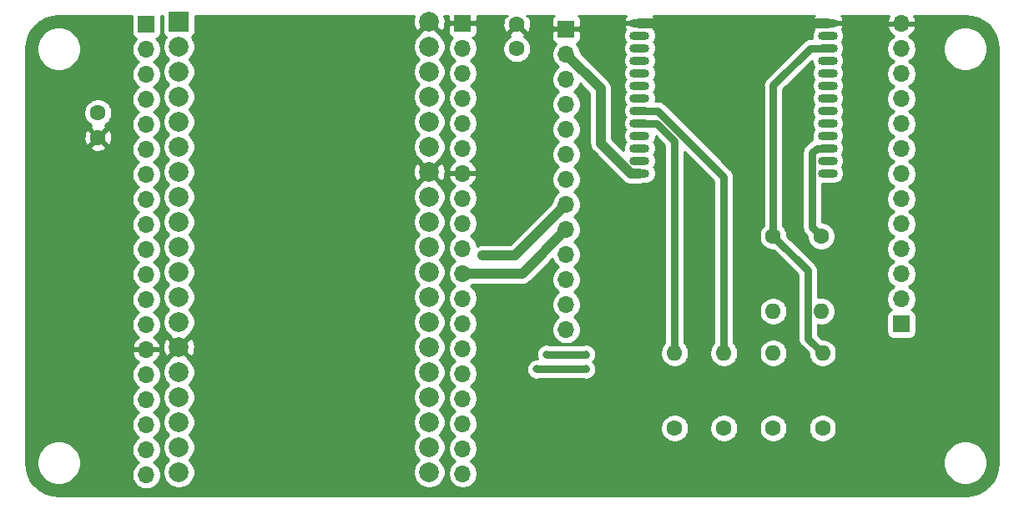
<source format=gbl>
G04 #@! TF.GenerationSoftware,KiCad,Pcbnew,5.1.9-73d0e3b20d~88~ubuntu20.04.1*
G04 #@! TF.CreationDate,2021-11-25T11:34:25+09:00*
G04 #@! TF.ProjectId,ES920LRB-ESP32,45533932-304c-4524-922d-45535033322e,v1.4*
G04 #@! TF.SameCoordinates,Original*
G04 #@! TF.FileFunction,Copper,L2,Bot*
G04 #@! TF.FilePolarity,Positive*
%FSLAX46Y46*%
G04 Gerber Fmt 4.6, Leading zero omitted, Abs format (unit mm)*
G04 Created by KiCad (PCBNEW 5.1.9-73d0e3b20d~88~ubuntu20.04.1) date 2021-11-25 11:34:25*
%MOMM*%
%LPD*%
G01*
G04 APERTURE LIST*
G04 #@! TA.AperFunction,ComponentPad*
%ADD10C,2.000000*%
G04 #@! TD*
G04 #@! TA.AperFunction,ComponentPad*
%ADD11R,2.000000X2.000000*%
G04 #@! TD*
G04 #@! TA.AperFunction,ComponentPad*
%ADD12O,2.000000X0.900000*%
G04 #@! TD*
G04 #@! TA.AperFunction,ComponentPad*
%ADD13O,1.600000X1.600000*%
G04 #@! TD*
G04 #@! TA.AperFunction,ComponentPad*
%ADD14C,1.600000*%
G04 #@! TD*
G04 #@! TA.AperFunction,ComponentPad*
%ADD15O,1.700000X1.700000*%
G04 #@! TD*
G04 #@! TA.AperFunction,ComponentPad*
%ADD16R,1.700000X1.700000*%
G04 #@! TD*
G04 #@! TA.AperFunction,ViaPad*
%ADD17C,0.800000*%
G04 #@! TD*
G04 #@! TA.AperFunction,Conductor*
%ADD18C,1.000000*%
G04 #@! TD*
G04 #@! TA.AperFunction,Conductor*
%ADD19C,0.750000*%
G04 #@! TD*
G04 #@! TA.AperFunction,Conductor*
%ADD20C,0.254000*%
G04 #@! TD*
G04 #@! TA.AperFunction,Conductor*
%ADD21C,0.100000*%
G04 #@! TD*
G04 APERTURE END LIST*
D10*
G04 #@! TO.P,U1,38*
G04 #@! TO.N,Net-(J2-Pad19)*
X138605000Y-139960000D03*
G04 #@! TO.P,U1,37*
G04 #@! TO.N,Net-(J2-Pad18)*
X138605000Y-137420000D03*
G04 #@! TO.P,U1,36*
G04 #@! TO.N,Net-(J2-Pad17)*
X138605000Y-134880000D03*
G04 #@! TO.P,U1,35*
G04 #@! TO.N,Net-(J2-Pad16)*
X138605000Y-132340000D03*
G04 #@! TO.P,U1,34*
G04 #@! TO.N,Net-(J2-Pad15)*
X138605000Y-129800000D03*
G04 #@! TO.P,U1,33*
G04 #@! TO.N,Net-(J2-Pad14)*
X138605000Y-127260000D03*
G04 #@! TO.P,U1,32*
G04 #@! TO.N,Net-(J2-Pad13)*
X138605000Y-124720000D03*
G04 #@! TO.P,U1,31*
G04 #@! TO.N,Host_RX-ES920_TX*
X138605000Y-122180000D03*
G04 #@! TO.P,U1,30*
G04 #@! TO.N,Host_TX-ES920RX*
X138605000Y-119640000D03*
G04 #@! TO.P,U1,29*
G04 #@! TO.N,Net-(J2-Pad10)*
X138605000Y-117100000D03*
G04 #@! TO.P,U1,28*
G04 #@! TO.N,Net-(J2-Pad9)*
X138605000Y-114560000D03*
G04 #@! TO.P,U1,27*
G04 #@! TO.N,Net-(J2-Pad8)*
X138605000Y-112020000D03*
G04 #@! TO.P,U1,26*
G04 #@! TO.N,GND*
X138605000Y-109480000D03*
G04 #@! TO.P,U1,25*
G04 #@! TO.N,Net-(J2-Pad6)*
X138605000Y-106940000D03*
G04 #@! TO.P,U1,24*
G04 #@! TO.N,Net-(J2-Pad5)*
X138605000Y-104400000D03*
G04 #@! TO.P,U1,23*
G04 #@! TO.N,Net-(J2-Pad4)*
X138605000Y-101860000D03*
G04 #@! TO.P,U1,22*
G04 #@! TO.N,Net-(J2-Pad3)*
X138605000Y-99320000D03*
G04 #@! TO.P,U1,21*
G04 #@! TO.N,Net-(J2-Pad2)*
X138605000Y-96780000D03*
G04 #@! TO.P,U1,20*
G04 #@! TO.N,GND*
X138605000Y-94240000D03*
G04 #@! TO.P,U1,18*
G04 #@! TO.N,Net-(J1-Pad18)*
X113205000Y-137420000D03*
G04 #@! TO.P,U1,17*
G04 #@! TO.N,Net-(J1-Pad17)*
X113205000Y-134880000D03*
G04 #@! TO.P,U1,16*
G04 #@! TO.N,Net-(J1-Pad16)*
X113205000Y-132340000D03*
G04 #@! TO.P,U1,15*
G04 #@! TO.N,Net-(J1-Pad15)*
X113205000Y-129800000D03*
G04 #@! TO.P,U1,14*
G04 #@! TO.N,GND*
X113205000Y-127260000D03*
G04 #@! TO.P,U1,13*
G04 #@! TO.N,Net-(J1-Pad13)*
X113205000Y-124720000D03*
G04 #@! TO.P,U1,12*
G04 #@! TO.N,Net-(J1-Pad12)*
X113205000Y-122180000D03*
G04 #@! TO.P,U1,11*
G04 #@! TO.N,Net-(J1-Pad11)*
X113205000Y-119640000D03*
G04 #@! TO.P,U1,10*
G04 #@! TO.N,Net-(J1-Pad10)*
X113205000Y-117100000D03*
G04 #@! TO.P,U1,9*
G04 #@! TO.N,Net-(J1-Pad9)*
X113205000Y-114560000D03*
G04 #@! TO.P,U1,8*
G04 #@! TO.N,Net-(J1-Pad8)*
X113205000Y-112020000D03*
G04 #@! TO.P,U1,7*
G04 #@! TO.N,Net-(J1-Pad7)*
X113205000Y-109480000D03*
G04 #@! TO.P,U1,6*
G04 #@! TO.N,Net-(J1-Pad6)*
X113205000Y-106940000D03*
G04 #@! TO.P,U1,5*
G04 #@! TO.N,Net-(J1-Pad5)*
X113205000Y-104400000D03*
G04 #@! TO.P,U1,4*
G04 #@! TO.N,Net-(J1-Pad4)*
X113205000Y-101860000D03*
G04 #@! TO.P,U1,3*
G04 #@! TO.N,Net-(J1-Pad3)*
X113205000Y-99320000D03*
G04 #@! TO.P,U1,19*
G04 #@! TO.N,Net-(J1-Pad19)*
X113205000Y-139960000D03*
G04 #@! TO.P,U1,2*
G04 #@! TO.N,Net-(J1-Pad2)*
X113205000Y-96780000D03*
D11*
G04 #@! TO.P,U1,1*
G04 #@! TO.N,+3V3*
X113205000Y-94240000D03*
G04 #@! TD*
D12*
G04 #@! TO.P,M1,26*
G04 #@! TO.N,GND*
X179050000Y-94380000D03*
G04 #@! TO.P,M1,1*
X159950000Y-94380000D03*
G04 #@! TO.P,M1,25*
G04 #@! TO.N,Net-(J4-Pad12)*
X179050000Y-95650000D03*
G04 #@! TO.P,M1,2*
G04 #@! TO.N,+3V3*
X159950000Y-95650000D03*
G04 #@! TO.P,M1,24*
G04 #@! TO.N,ES920_NRST*
X179050000Y-96920000D03*
G04 #@! TO.P,M1,3*
G04 #@! TO.N,Net-(J3-Pad3)*
X159950000Y-96920000D03*
G04 #@! TO.P,M1,23*
G04 #@! TO.N,Net-(J4-Pad10)*
X179050000Y-98190000D03*
G04 #@! TO.P,M1,4*
G04 #@! TO.N,Net-(J3-Pad4)*
X159950000Y-98190000D03*
G04 #@! TO.P,M1,22*
G04 #@! TO.N,Net-(J4-Pad9)*
X179050000Y-99460000D03*
G04 #@! TO.P,M1,5*
G04 #@! TO.N,Net-(J3-Pad5)*
X159950000Y-99460000D03*
G04 #@! TO.P,M1,21*
G04 #@! TO.N,Net-(J4-Pad8)*
X179050000Y-100730000D03*
G04 #@! TO.P,M1,6*
G04 #@! TO.N,Net-(J3-Pad6)*
X159950000Y-100730000D03*
G04 #@! TO.P,M1,20*
G04 #@! TO.N,Net-(J4-Pad7)*
X179050000Y-102000000D03*
G04 #@! TO.P,M1,7*
G04 #@! TO.N,Net-(J3-Pad7)*
X159950000Y-102000000D03*
G04 #@! TO.P,M1,19*
G04 #@! TO.N,Net-(J4-Pad6)*
X179050000Y-103270000D03*
G04 #@! TO.P,M1,8*
G04 #@! TO.N,Host_RX-ES920_TX*
X159950000Y-103270000D03*
G04 #@! TO.P,M1,18*
G04 #@! TO.N,Net-(J4-Pad5)*
X179050000Y-104540000D03*
G04 #@! TO.P,M1,9*
G04 #@! TO.N,Host_TX-ES920RX*
X159950000Y-104540000D03*
G04 #@! TO.P,M1,17*
G04 #@! TO.N,Net-(J4-Pad4)*
X179050000Y-105810000D03*
G04 #@! TO.P,M1,10*
G04 #@! TO.N,Net-(J3-Pad10)*
X159950000Y-105810000D03*
G04 #@! TO.P,M1,16*
G04 #@! TO.N,ES920_WKUP1*
X179050000Y-107080000D03*
G04 #@! TO.P,M1,11*
G04 #@! TO.N,Net-(J3-Pad11)*
X159950000Y-107080000D03*
G04 #@! TO.P,M1,15*
G04 #@! TO.N,Net-(J4-Pad2)*
X179050000Y-108350000D03*
G04 #@! TO.P,M1,12*
G04 #@! TO.N,Net-(J3-Pad12)*
X159950000Y-108350000D03*
G04 #@! TO.P,M1,14*
G04 #@! TO.N,Net-(J4-Pad1)*
X179050000Y-109620000D03*
G04 #@! TO.P,M1,13*
G04 #@! TO.N,+3V3*
X159950000Y-109620000D03*
G04 #@! TD*
D13*
G04 #@! TO.P,R6,2*
G04 #@! TO.N,Net-(J2-Pad6)*
X173500000Y-123620000D03*
D14*
G04 #@! TO.P,R6,1*
G04 #@! TO.N,ES920_NRST*
X173500000Y-116000000D03*
G04 #@! TD*
D13*
G04 #@! TO.P,R5,2*
G04 #@! TO.N,Net-(J2-Pad8)*
X178380000Y-123620000D03*
D14*
G04 #@! TO.P,R5,1*
G04 #@! TO.N,ES920_WKUP1*
X178380000Y-116000000D03*
G04 #@! TD*
D13*
G04 #@! TO.P,R4,2*
G04 #@! TO.N,Host_RX-ES920_TX*
X168500000Y-127880000D03*
D14*
G04 #@! TO.P,R4,1*
G04 #@! TO.N,+3V3*
X168500000Y-135500000D03*
G04 #@! TD*
D13*
G04 #@! TO.P,R3,2*
G04 #@! TO.N,Host_TX-ES920RX*
X163500000Y-127880000D03*
D14*
G04 #@! TO.P,R3,1*
G04 #@! TO.N,+3V3*
X163500000Y-135500000D03*
G04 #@! TD*
D13*
G04 #@! TO.P,R2,2*
G04 #@! TO.N,ES920_NRST*
X178500000Y-127880000D03*
D14*
G04 #@! TO.P,R2,1*
G04 #@! TO.N,+3V3*
X178500000Y-135500000D03*
G04 #@! TD*
D13*
G04 #@! TO.P,R1,2*
G04 #@! TO.N,ES920_WKUP1*
X173500000Y-127880000D03*
D14*
G04 #@! TO.P,R1,1*
G04 #@! TO.N,+3V3*
X173500000Y-135500000D03*
G04 #@! TD*
D15*
G04 #@! TO.P,J4,13*
G04 #@! TO.N,GND*
X186500000Y-94460000D03*
G04 #@! TO.P,J4,12*
G04 #@! TO.N,Net-(J4-Pad12)*
X186500000Y-97000000D03*
G04 #@! TO.P,J4,11*
G04 #@! TO.N,ES920_NRST*
X186500000Y-99540000D03*
G04 #@! TO.P,J4,10*
G04 #@! TO.N,Net-(J4-Pad10)*
X186500000Y-102080000D03*
G04 #@! TO.P,J4,9*
G04 #@! TO.N,Net-(J4-Pad9)*
X186500000Y-104620000D03*
G04 #@! TO.P,J4,8*
G04 #@! TO.N,Net-(J4-Pad8)*
X186500000Y-107160000D03*
G04 #@! TO.P,J4,7*
G04 #@! TO.N,Net-(J4-Pad7)*
X186500000Y-109700000D03*
G04 #@! TO.P,J4,6*
G04 #@! TO.N,Net-(J4-Pad6)*
X186500000Y-112240000D03*
G04 #@! TO.P,J4,5*
G04 #@! TO.N,Net-(J4-Pad5)*
X186500000Y-114780000D03*
G04 #@! TO.P,J4,4*
G04 #@! TO.N,Net-(J4-Pad4)*
X186500000Y-117320000D03*
G04 #@! TO.P,J4,3*
G04 #@! TO.N,ES920_WKUP1*
X186500000Y-119860000D03*
G04 #@! TO.P,J4,2*
G04 #@! TO.N,Net-(J4-Pad2)*
X186500000Y-122400000D03*
D16*
G04 #@! TO.P,J4,1*
G04 #@! TO.N,Net-(J4-Pad1)*
X186500000Y-124940000D03*
G04 #@! TD*
D15*
G04 #@! TO.P,J3,13*
G04 #@! TO.N,+3V3*
X152500000Y-125480000D03*
G04 #@! TO.P,J3,12*
G04 #@! TO.N,Net-(J3-Pad12)*
X152500000Y-122940000D03*
G04 #@! TO.P,J3,11*
G04 #@! TO.N,Net-(J3-Pad11)*
X152500000Y-120400000D03*
G04 #@! TO.P,J3,10*
G04 #@! TO.N,Net-(J3-Pad10)*
X152500000Y-117860000D03*
G04 #@! TO.P,J3,9*
G04 #@! TO.N,Host_TX-ES920RX*
X152500000Y-115320000D03*
G04 #@! TO.P,J3,8*
G04 #@! TO.N,Host_RX-ES920_TX*
X152500000Y-112780000D03*
G04 #@! TO.P,J3,7*
G04 #@! TO.N,Net-(J3-Pad7)*
X152500000Y-110240000D03*
G04 #@! TO.P,J3,6*
G04 #@! TO.N,Net-(J3-Pad6)*
X152500000Y-107700000D03*
G04 #@! TO.P,J3,5*
G04 #@! TO.N,Net-(J3-Pad5)*
X152500000Y-105160000D03*
G04 #@! TO.P,J3,4*
G04 #@! TO.N,Net-(J3-Pad4)*
X152500000Y-102620000D03*
G04 #@! TO.P,J3,3*
G04 #@! TO.N,Net-(J3-Pad3)*
X152500000Y-100080000D03*
G04 #@! TO.P,J3,2*
G04 #@! TO.N,+3V3*
X152500000Y-97540000D03*
D16*
G04 #@! TO.P,J3,1*
G04 #@! TO.N,GND*
X152500000Y-95000000D03*
G04 #@! TD*
D15*
G04 #@! TO.P,J2,19*
G04 #@! TO.N,Net-(J2-Pad19)*
X142000000Y-140100000D03*
G04 #@! TO.P,J2,18*
G04 #@! TO.N,Net-(J2-Pad18)*
X142000000Y-137560000D03*
G04 #@! TO.P,J2,17*
G04 #@! TO.N,Net-(J2-Pad17)*
X142000000Y-135020000D03*
G04 #@! TO.P,J2,16*
G04 #@! TO.N,Net-(J2-Pad16)*
X142000000Y-132480000D03*
G04 #@! TO.P,J2,15*
G04 #@! TO.N,Net-(J2-Pad15)*
X142000000Y-129940000D03*
G04 #@! TO.P,J2,14*
G04 #@! TO.N,Net-(J2-Pad14)*
X142000000Y-127400000D03*
G04 #@! TO.P,J2,13*
G04 #@! TO.N,Net-(J2-Pad13)*
X142000000Y-124860000D03*
G04 #@! TO.P,J2,12*
G04 #@! TO.N,Host_RX-ES920_TX*
X142000000Y-122320000D03*
G04 #@! TO.P,J2,11*
G04 #@! TO.N,Host_TX-ES920RX*
X142000000Y-119780000D03*
G04 #@! TO.P,J2,10*
G04 #@! TO.N,Net-(J2-Pad10)*
X142000000Y-117240000D03*
G04 #@! TO.P,J2,9*
G04 #@! TO.N,Net-(J2-Pad9)*
X142000000Y-114700000D03*
G04 #@! TO.P,J2,8*
G04 #@! TO.N,Net-(J2-Pad8)*
X142000000Y-112160000D03*
G04 #@! TO.P,J2,7*
G04 #@! TO.N,GND*
X142000000Y-109620000D03*
G04 #@! TO.P,J2,6*
G04 #@! TO.N,Net-(J2-Pad6)*
X142000000Y-107080000D03*
G04 #@! TO.P,J2,5*
G04 #@! TO.N,Net-(J2-Pad5)*
X142000000Y-104540000D03*
G04 #@! TO.P,J2,4*
G04 #@! TO.N,Net-(J2-Pad4)*
X142000000Y-102000000D03*
G04 #@! TO.P,J2,3*
G04 #@! TO.N,Net-(J2-Pad3)*
X142000000Y-99460000D03*
G04 #@! TO.P,J2,2*
G04 #@! TO.N,Net-(J2-Pad2)*
X142000000Y-96920000D03*
D16*
G04 #@! TO.P,J2,1*
G04 #@! TO.N,GND*
X142000000Y-94380000D03*
G04 #@! TD*
D15*
G04 #@! TO.P,J1,19*
G04 #@! TO.N,Net-(J1-Pad19)*
X109900000Y-140220000D03*
G04 #@! TO.P,J1,18*
G04 #@! TO.N,Net-(J1-Pad18)*
X109900000Y-137680000D03*
G04 #@! TO.P,J1,17*
G04 #@! TO.N,Net-(J1-Pad17)*
X109900000Y-135140000D03*
G04 #@! TO.P,J1,16*
G04 #@! TO.N,Net-(J1-Pad16)*
X109900000Y-132600000D03*
G04 #@! TO.P,J1,15*
G04 #@! TO.N,Net-(J1-Pad15)*
X109900000Y-130060000D03*
G04 #@! TO.P,J1,14*
G04 #@! TO.N,GND*
X109900000Y-127520000D03*
G04 #@! TO.P,J1,13*
G04 #@! TO.N,Net-(J1-Pad13)*
X109900000Y-124980000D03*
G04 #@! TO.P,J1,12*
G04 #@! TO.N,Net-(J1-Pad12)*
X109900000Y-122440000D03*
G04 #@! TO.P,J1,11*
G04 #@! TO.N,Net-(J1-Pad11)*
X109900000Y-119900000D03*
G04 #@! TO.P,J1,10*
G04 #@! TO.N,Net-(J1-Pad10)*
X109900000Y-117360000D03*
G04 #@! TO.P,J1,9*
G04 #@! TO.N,Net-(J1-Pad9)*
X109900000Y-114820000D03*
G04 #@! TO.P,J1,8*
G04 #@! TO.N,Net-(J1-Pad8)*
X109900000Y-112280000D03*
G04 #@! TO.P,J1,7*
G04 #@! TO.N,Net-(J1-Pad7)*
X109900000Y-109740000D03*
G04 #@! TO.P,J1,6*
G04 #@! TO.N,Net-(J1-Pad6)*
X109900000Y-107200000D03*
G04 #@! TO.P,J1,5*
G04 #@! TO.N,Net-(J1-Pad5)*
X109900000Y-104660000D03*
G04 #@! TO.P,J1,4*
G04 #@! TO.N,Net-(J1-Pad4)*
X109900000Y-102120000D03*
G04 #@! TO.P,J1,3*
G04 #@! TO.N,Net-(J1-Pad3)*
X109900000Y-99580000D03*
G04 #@! TO.P,J1,2*
G04 #@! TO.N,Net-(J1-Pad2)*
X109900000Y-97040000D03*
D16*
G04 #@! TO.P,J1,1*
G04 #@! TO.N,+3V3*
X109900000Y-94500000D03*
G04 #@! TD*
D14*
G04 #@! TO.P,C2,2*
G04 #@! TO.N,GND*
X147500000Y-94500000D03*
G04 #@! TO.P,C2,1*
G04 #@! TO.N,+3V3*
X147500000Y-97000000D03*
G04 #@! TD*
G04 #@! TO.P,C1,2*
G04 #@! TO.N,GND*
X105000000Y-106000000D03*
G04 #@! TO.P,C1,1*
G04 #@! TO.N,+3V3*
X105000000Y-103500000D03*
G04 #@! TD*
D17*
G04 #@! TO.N,GND*
X102000000Y-103000000D03*
X102000000Y-106000000D03*
X147000000Y-128000000D03*
X147000000Y-130000000D03*
X145000000Y-113000000D03*
X158500000Y-114500000D03*
X182000000Y-101500000D03*
X166000000Y-114000000D03*
X166000000Y-121000000D03*
X166000000Y-126000000D03*
G04 #@! TO.N,Host_RX-ES920_TX*
X144000000Y-118000000D03*
G04 #@! TO.N,Net-(J2-Pad8)*
X154500000Y-129500000D03*
X149500000Y-129500000D03*
G04 #@! TO.N,Net-(J2-Pad6)*
X150500000Y-128000000D03*
X154500000Y-128000000D03*
G04 #@! TD*
D18*
G04 #@! TO.N,GND*
X159950000Y-94380000D02*
X179050000Y-94380000D01*
G04 #@! TO.N,+3V3*
X152500000Y-97540000D02*
X156000000Y-101040000D01*
X159043641Y-109620000D02*
X159950000Y-109620000D01*
X156000000Y-106576359D02*
X159043641Y-109620000D01*
X156000000Y-101040000D02*
X156000000Y-106576359D01*
D19*
G04 #@! TO.N,Host_RX-ES920_TX*
X161773516Y-103270000D02*
X159950000Y-103270000D01*
X168500000Y-109996484D02*
X161773516Y-103270000D01*
X168500000Y-127880000D02*
X168500000Y-109996484D01*
D18*
X147280000Y-118000000D02*
X152500000Y-112780000D01*
X144000000Y-118000000D02*
X147280000Y-118000000D01*
D19*
G04 #@! TO.N,Host_TX-ES920RX*
X161700000Y-104540000D02*
X159950000Y-104540000D01*
X163500000Y-106340000D02*
X161700000Y-104540000D01*
X163500000Y-127880000D02*
X163500000Y-106340000D01*
D18*
X148040000Y-119780000D02*
X152500000Y-115320000D01*
X142000000Y-119780000D02*
X148040000Y-119780000D01*
D19*
G04 #@! TO.N,Net-(J2-Pad8)*
X154500000Y-129500000D02*
X149500000Y-129500000D01*
G04 #@! TO.N,Net-(J2-Pad6)*
X154500000Y-128000000D02*
X150500000Y-128000000D01*
G04 #@! TO.N,ES920_NRST*
X177004999Y-119504999D02*
X173500000Y-116000000D01*
X177004999Y-126384999D02*
X177004999Y-119504999D01*
X178500000Y-127880000D02*
X177004999Y-126384999D01*
X177300000Y-96920000D02*
X179050000Y-96920000D01*
X173500000Y-100720000D02*
X177300000Y-96920000D01*
X173500000Y-116000000D02*
X173500000Y-100720000D01*
G04 #@! TO.N,ES920_WKUP1*
X177920000Y-107080000D02*
X179050000Y-107080000D01*
X177474990Y-107525010D02*
X177920000Y-107080000D01*
X177474990Y-115094990D02*
X177474990Y-107525010D01*
X178380000Y-116000000D02*
X177474990Y-115094990D01*
G04 #@! TD*
D20*
G04 #@! TO.N,GND*
X108411928Y-95350000D02*
X108424188Y-95474482D01*
X108460498Y-95594180D01*
X108519463Y-95704494D01*
X108598815Y-95801185D01*
X108695506Y-95880537D01*
X108805820Y-95939502D01*
X108878380Y-95961513D01*
X108746525Y-96093368D01*
X108584010Y-96336589D01*
X108472068Y-96606842D01*
X108415000Y-96893740D01*
X108415000Y-97186260D01*
X108472068Y-97473158D01*
X108584010Y-97743411D01*
X108746525Y-97986632D01*
X108953368Y-98193475D01*
X109127760Y-98310000D01*
X108953368Y-98426525D01*
X108746525Y-98633368D01*
X108584010Y-98876589D01*
X108472068Y-99146842D01*
X108415000Y-99433740D01*
X108415000Y-99726260D01*
X108472068Y-100013158D01*
X108584010Y-100283411D01*
X108746525Y-100526632D01*
X108953368Y-100733475D01*
X109127760Y-100850000D01*
X108953368Y-100966525D01*
X108746525Y-101173368D01*
X108584010Y-101416589D01*
X108472068Y-101686842D01*
X108415000Y-101973740D01*
X108415000Y-102266260D01*
X108472068Y-102553158D01*
X108584010Y-102823411D01*
X108746525Y-103066632D01*
X108953368Y-103273475D01*
X109127760Y-103390000D01*
X108953368Y-103506525D01*
X108746525Y-103713368D01*
X108584010Y-103956589D01*
X108472068Y-104226842D01*
X108415000Y-104513740D01*
X108415000Y-104806260D01*
X108472068Y-105093158D01*
X108584010Y-105363411D01*
X108746525Y-105606632D01*
X108953368Y-105813475D01*
X109127760Y-105930000D01*
X108953368Y-106046525D01*
X108746525Y-106253368D01*
X108584010Y-106496589D01*
X108472068Y-106766842D01*
X108415000Y-107053740D01*
X108415000Y-107346260D01*
X108472068Y-107633158D01*
X108584010Y-107903411D01*
X108746525Y-108146632D01*
X108953368Y-108353475D01*
X109127760Y-108470000D01*
X108953368Y-108586525D01*
X108746525Y-108793368D01*
X108584010Y-109036589D01*
X108472068Y-109306842D01*
X108415000Y-109593740D01*
X108415000Y-109886260D01*
X108472068Y-110173158D01*
X108584010Y-110443411D01*
X108746525Y-110686632D01*
X108953368Y-110893475D01*
X109127760Y-111010000D01*
X108953368Y-111126525D01*
X108746525Y-111333368D01*
X108584010Y-111576589D01*
X108472068Y-111846842D01*
X108415000Y-112133740D01*
X108415000Y-112426260D01*
X108472068Y-112713158D01*
X108584010Y-112983411D01*
X108746525Y-113226632D01*
X108953368Y-113433475D01*
X109127760Y-113550000D01*
X108953368Y-113666525D01*
X108746525Y-113873368D01*
X108584010Y-114116589D01*
X108472068Y-114386842D01*
X108415000Y-114673740D01*
X108415000Y-114966260D01*
X108472068Y-115253158D01*
X108584010Y-115523411D01*
X108746525Y-115766632D01*
X108953368Y-115973475D01*
X109127760Y-116090000D01*
X108953368Y-116206525D01*
X108746525Y-116413368D01*
X108584010Y-116656589D01*
X108472068Y-116926842D01*
X108415000Y-117213740D01*
X108415000Y-117506260D01*
X108472068Y-117793158D01*
X108584010Y-118063411D01*
X108746525Y-118306632D01*
X108953368Y-118513475D01*
X109127760Y-118630000D01*
X108953368Y-118746525D01*
X108746525Y-118953368D01*
X108584010Y-119196589D01*
X108472068Y-119466842D01*
X108415000Y-119753740D01*
X108415000Y-120046260D01*
X108472068Y-120333158D01*
X108584010Y-120603411D01*
X108746525Y-120846632D01*
X108953368Y-121053475D01*
X109127760Y-121170000D01*
X108953368Y-121286525D01*
X108746525Y-121493368D01*
X108584010Y-121736589D01*
X108472068Y-122006842D01*
X108415000Y-122293740D01*
X108415000Y-122586260D01*
X108472068Y-122873158D01*
X108584010Y-123143411D01*
X108746525Y-123386632D01*
X108953368Y-123593475D01*
X109127760Y-123710000D01*
X108953368Y-123826525D01*
X108746525Y-124033368D01*
X108584010Y-124276589D01*
X108472068Y-124546842D01*
X108415000Y-124833740D01*
X108415000Y-125126260D01*
X108472068Y-125413158D01*
X108584010Y-125683411D01*
X108746525Y-125926632D01*
X108953368Y-126133475D01*
X109135534Y-126255195D01*
X109018645Y-126324822D01*
X108802412Y-126519731D01*
X108628359Y-126753080D01*
X108503175Y-127015901D01*
X108458524Y-127163110D01*
X108579845Y-127393000D01*
X109773000Y-127393000D01*
X109773000Y-127373000D01*
X110027000Y-127373000D01*
X110027000Y-127393000D01*
X111220155Y-127393000D01*
X111257310Y-127322595D01*
X111563282Y-127322595D01*
X111607039Y-127641675D01*
X111712205Y-127946088D01*
X111805186Y-128120044D01*
X112069587Y-128215808D01*
X113025395Y-127260000D01*
X113384605Y-127260000D01*
X114340413Y-128215808D01*
X114604814Y-128120044D01*
X114745704Y-127830429D01*
X114827384Y-127518892D01*
X114846718Y-127197405D01*
X114802961Y-126878325D01*
X114697795Y-126573912D01*
X114604814Y-126399956D01*
X114340413Y-126304192D01*
X113384605Y-127260000D01*
X113025395Y-127260000D01*
X112069587Y-126304192D01*
X111805186Y-126399956D01*
X111664296Y-126689571D01*
X111582616Y-127001108D01*
X111563282Y-127322595D01*
X111257310Y-127322595D01*
X111341476Y-127163110D01*
X111296825Y-127015901D01*
X111171641Y-126753080D01*
X110997588Y-126519731D01*
X110781355Y-126324822D01*
X110664466Y-126255195D01*
X110846632Y-126133475D01*
X111053475Y-125926632D01*
X111215990Y-125683411D01*
X111327932Y-125413158D01*
X111385000Y-125126260D01*
X111385000Y-124833740D01*
X111327932Y-124546842D01*
X111215990Y-124276589D01*
X111053475Y-124033368D01*
X110846632Y-123826525D01*
X110672240Y-123710000D01*
X110846632Y-123593475D01*
X111053475Y-123386632D01*
X111215990Y-123143411D01*
X111327932Y-122873158D01*
X111385000Y-122586260D01*
X111385000Y-122293740D01*
X111327932Y-122006842D01*
X111215990Y-121736589D01*
X111053475Y-121493368D01*
X110846632Y-121286525D01*
X110672240Y-121170000D01*
X110846632Y-121053475D01*
X111053475Y-120846632D01*
X111215990Y-120603411D01*
X111327932Y-120333158D01*
X111385000Y-120046260D01*
X111385000Y-119753740D01*
X111327932Y-119466842D01*
X111215990Y-119196589D01*
X111053475Y-118953368D01*
X110846632Y-118746525D01*
X110672240Y-118630000D01*
X110846632Y-118513475D01*
X111053475Y-118306632D01*
X111215990Y-118063411D01*
X111327932Y-117793158D01*
X111385000Y-117506260D01*
X111385000Y-117213740D01*
X111327932Y-116926842D01*
X111215990Y-116656589D01*
X111053475Y-116413368D01*
X110846632Y-116206525D01*
X110672240Y-116090000D01*
X110846632Y-115973475D01*
X111053475Y-115766632D01*
X111215990Y-115523411D01*
X111327932Y-115253158D01*
X111385000Y-114966260D01*
X111385000Y-114673740D01*
X111327932Y-114386842D01*
X111215990Y-114116589D01*
X111053475Y-113873368D01*
X110846632Y-113666525D01*
X110672240Y-113550000D01*
X110846632Y-113433475D01*
X111053475Y-113226632D01*
X111215990Y-112983411D01*
X111327932Y-112713158D01*
X111385000Y-112426260D01*
X111385000Y-112133740D01*
X111327932Y-111846842D01*
X111215990Y-111576589D01*
X111053475Y-111333368D01*
X110846632Y-111126525D01*
X110672240Y-111010000D01*
X110846632Y-110893475D01*
X111053475Y-110686632D01*
X111215990Y-110443411D01*
X111327932Y-110173158D01*
X111385000Y-109886260D01*
X111385000Y-109593740D01*
X111327932Y-109306842D01*
X111215990Y-109036589D01*
X111053475Y-108793368D01*
X110846632Y-108586525D01*
X110672240Y-108470000D01*
X110846632Y-108353475D01*
X111053475Y-108146632D01*
X111215990Y-107903411D01*
X111327932Y-107633158D01*
X111385000Y-107346260D01*
X111385000Y-107053740D01*
X111327932Y-106766842D01*
X111215990Y-106496589D01*
X111053475Y-106253368D01*
X110846632Y-106046525D01*
X110672240Y-105930000D01*
X110846632Y-105813475D01*
X111053475Y-105606632D01*
X111215990Y-105363411D01*
X111327932Y-105093158D01*
X111385000Y-104806260D01*
X111385000Y-104513740D01*
X111327932Y-104226842D01*
X111215990Y-103956589D01*
X111053475Y-103713368D01*
X110846632Y-103506525D01*
X110672240Y-103390000D01*
X110846632Y-103273475D01*
X111053475Y-103066632D01*
X111215990Y-102823411D01*
X111327932Y-102553158D01*
X111385000Y-102266260D01*
X111385000Y-101973740D01*
X111327932Y-101686842D01*
X111215990Y-101416589D01*
X111053475Y-101173368D01*
X110846632Y-100966525D01*
X110672240Y-100850000D01*
X110846632Y-100733475D01*
X111053475Y-100526632D01*
X111215990Y-100283411D01*
X111327932Y-100013158D01*
X111385000Y-99726260D01*
X111385000Y-99433740D01*
X111327932Y-99146842D01*
X111215990Y-98876589D01*
X111053475Y-98633368D01*
X110846632Y-98426525D01*
X110672240Y-98310000D01*
X110846632Y-98193475D01*
X111053475Y-97986632D01*
X111215990Y-97743411D01*
X111327932Y-97473158D01*
X111385000Y-97186260D01*
X111385000Y-96893740D01*
X111327932Y-96606842D01*
X111215990Y-96336589D01*
X111053475Y-96093368D01*
X110921620Y-95961513D01*
X110994180Y-95939502D01*
X111104494Y-95880537D01*
X111201185Y-95801185D01*
X111280537Y-95704494D01*
X111339502Y-95594180D01*
X111375812Y-95474482D01*
X111388072Y-95350000D01*
X111388072Y-93660000D01*
X111566928Y-93660000D01*
X111566928Y-95240000D01*
X111579188Y-95364482D01*
X111615498Y-95484180D01*
X111674463Y-95594494D01*
X111753815Y-95691185D01*
X111850506Y-95770537D01*
X111896630Y-95795191D01*
X111756082Y-96005537D01*
X111632832Y-96303088D01*
X111570000Y-96618967D01*
X111570000Y-96941033D01*
X111632832Y-97256912D01*
X111756082Y-97554463D01*
X111935013Y-97822252D01*
X112162748Y-98049987D01*
X112162767Y-98050000D01*
X112162748Y-98050013D01*
X111935013Y-98277748D01*
X111756082Y-98545537D01*
X111632832Y-98843088D01*
X111570000Y-99158967D01*
X111570000Y-99481033D01*
X111632832Y-99796912D01*
X111756082Y-100094463D01*
X111935013Y-100362252D01*
X112162748Y-100589987D01*
X112162767Y-100590000D01*
X112162748Y-100590013D01*
X111935013Y-100817748D01*
X111756082Y-101085537D01*
X111632832Y-101383088D01*
X111570000Y-101698967D01*
X111570000Y-102021033D01*
X111632832Y-102336912D01*
X111756082Y-102634463D01*
X111935013Y-102902252D01*
X112162748Y-103129987D01*
X112162767Y-103130000D01*
X112162748Y-103130013D01*
X111935013Y-103357748D01*
X111756082Y-103625537D01*
X111632832Y-103923088D01*
X111570000Y-104238967D01*
X111570000Y-104561033D01*
X111632832Y-104876912D01*
X111756082Y-105174463D01*
X111935013Y-105442252D01*
X112162748Y-105669987D01*
X112162767Y-105670000D01*
X112162748Y-105670013D01*
X111935013Y-105897748D01*
X111756082Y-106165537D01*
X111632832Y-106463088D01*
X111570000Y-106778967D01*
X111570000Y-107101033D01*
X111632832Y-107416912D01*
X111756082Y-107714463D01*
X111935013Y-107982252D01*
X112162748Y-108209987D01*
X112162767Y-108210000D01*
X112162748Y-108210013D01*
X111935013Y-108437748D01*
X111756082Y-108705537D01*
X111632832Y-109003088D01*
X111570000Y-109318967D01*
X111570000Y-109641033D01*
X111632832Y-109956912D01*
X111756082Y-110254463D01*
X111935013Y-110522252D01*
X112162748Y-110749987D01*
X112162767Y-110750000D01*
X112162748Y-110750013D01*
X111935013Y-110977748D01*
X111756082Y-111245537D01*
X111632832Y-111543088D01*
X111570000Y-111858967D01*
X111570000Y-112181033D01*
X111632832Y-112496912D01*
X111756082Y-112794463D01*
X111935013Y-113062252D01*
X112162748Y-113289987D01*
X112162767Y-113290000D01*
X112162748Y-113290013D01*
X111935013Y-113517748D01*
X111756082Y-113785537D01*
X111632832Y-114083088D01*
X111570000Y-114398967D01*
X111570000Y-114721033D01*
X111632832Y-115036912D01*
X111756082Y-115334463D01*
X111935013Y-115602252D01*
X112162748Y-115829987D01*
X112162767Y-115830000D01*
X112162748Y-115830013D01*
X111935013Y-116057748D01*
X111756082Y-116325537D01*
X111632832Y-116623088D01*
X111570000Y-116938967D01*
X111570000Y-117261033D01*
X111632832Y-117576912D01*
X111756082Y-117874463D01*
X111935013Y-118142252D01*
X112162748Y-118369987D01*
X112162767Y-118370000D01*
X112162748Y-118370013D01*
X111935013Y-118597748D01*
X111756082Y-118865537D01*
X111632832Y-119163088D01*
X111570000Y-119478967D01*
X111570000Y-119801033D01*
X111632832Y-120116912D01*
X111756082Y-120414463D01*
X111935013Y-120682252D01*
X112162748Y-120909987D01*
X112162767Y-120910000D01*
X112162748Y-120910013D01*
X111935013Y-121137748D01*
X111756082Y-121405537D01*
X111632832Y-121703088D01*
X111570000Y-122018967D01*
X111570000Y-122341033D01*
X111632832Y-122656912D01*
X111756082Y-122954463D01*
X111935013Y-123222252D01*
X112162748Y-123449987D01*
X112162767Y-123450000D01*
X112162748Y-123450013D01*
X111935013Y-123677748D01*
X111756082Y-123945537D01*
X111632832Y-124243088D01*
X111570000Y-124558967D01*
X111570000Y-124881033D01*
X111632832Y-125196912D01*
X111756082Y-125494463D01*
X111935013Y-125762252D01*
X112162748Y-125989987D01*
X112271600Y-126062720D01*
X112249192Y-126124587D01*
X113205000Y-127080395D01*
X114160808Y-126124587D01*
X114138400Y-126062720D01*
X114247252Y-125989987D01*
X114474987Y-125762252D01*
X114653918Y-125494463D01*
X114777168Y-125196912D01*
X114840000Y-124881033D01*
X114840000Y-124558967D01*
X114777168Y-124243088D01*
X114653918Y-123945537D01*
X114474987Y-123677748D01*
X114247252Y-123450013D01*
X114247233Y-123450000D01*
X114247252Y-123449987D01*
X114474987Y-123222252D01*
X114653918Y-122954463D01*
X114777168Y-122656912D01*
X114840000Y-122341033D01*
X114840000Y-122018967D01*
X114777168Y-121703088D01*
X114653918Y-121405537D01*
X114474987Y-121137748D01*
X114247252Y-120910013D01*
X114247233Y-120910000D01*
X114247252Y-120909987D01*
X114474987Y-120682252D01*
X114653918Y-120414463D01*
X114777168Y-120116912D01*
X114840000Y-119801033D01*
X114840000Y-119478967D01*
X114777168Y-119163088D01*
X114653918Y-118865537D01*
X114474987Y-118597748D01*
X114247252Y-118370013D01*
X114247233Y-118370000D01*
X114247252Y-118369987D01*
X114474987Y-118142252D01*
X114653918Y-117874463D01*
X114777168Y-117576912D01*
X114840000Y-117261033D01*
X114840000Y-116938967D01*
X114777168Y-116623088D01*
X114653918Y-116325537D01*
X114474987Y-116057748D01*
X114247252Y-115830013D01*
X114247233Y-115830000D01*
X114247252Y-115829987D01*
X114474987Y-115602252D01*
X114653918Y-115334463D01*
X114777168Y-115036912D01*
X114840000Y-114721033D01*
X114840000Y-114398967D01*
X114777168Y-114083088D01*
X114653918Y-113785537D01*
X114474987Y-113517748D01*
X114247252Y-113290013D01*
X114247233Y-113290000D01*
X114247252Y-113289987D01*
X114474987Y-113062252D01*
X114653918Y-112794463D01*
X114777168Y-112496912D01*
X114840000Y-112181033D01*
X114840000Y-111858967D01*
X136970000Y-111858967D01*
X136970000Y-112181033D01*
X137032832Y-112496912D01*
X137156082Y-112794463D01*
X137335013Y-113062252D01*
X137562748Y-113289987D01*
X137562767Y-113290000D01*
X137562748Y-113290013D01*
X137335013Y-113517748D01*
X137156082Y-113785537D01*
X137032832Y-114083088D01*
X136970000Y-114398967D01*
X136970000Y-114721033D01*
X137032832Y-115036912D01*
X137156082Y-115334463D01*
X137335013Y-115602252D01*
X137562748Y-115829987D01*
X137562767Y-115830000D01*
X137562748Y-115830013D01*
X137335013Y-116057748D01*
X137156082Y-116325537D01*
X137032832Y-116623088D01*
X136970000Y-116938967D01*
X136970000Y-117261033D01*
X137032832Y-117576912D01*
X137156082Y-117874463D01*
X137335013Y-118142252D01*
X137562748Y-118369987D01*
X137562767Y-118370000D01*
X137562748Y-118370013D01*
X137335013Y-118597748D01*
X137156082Y-118865537D01*
X137032832Y-119163088D01*
X136970000Y-119478967D01*
X136970000Y-119801033D01*
X137032832Y-120116912D01*
X137156082Y-120414463D01*
X137335013Y-120682252D01*
X137562748Y-120909987D01*
X137562767Y-120910000D01*
X137562748Y-120910013D01*
X137335013Y-121137748D01*
X137156082Y-121405537D01*
X137032832Y-121703088D01*
X136970000Y-122018967D01*
X136970000Y-122341033D01*
X137032832Y-122656912D01*
X137156082Y-122954463D01*
X137335013Y-123222252D01*
X137562748Y-123449987D01*
X137562767Y-123450000D01*
X137562748Y-123450013D01*
X137335013Y-123677748D01*
X137156082Y-123945537D01*
X137032832Y-124243088D01*
X136970000Y-124558967D01*
X136970000Y-124881033D01*
X137032832Y-125196912D01*
X137156082Y-125494463D01*
X137335013Y-125762252D01*
X137562748Y-125989987D01*
X137562767Y-125990000D01*
X137562748Y-125990013D01*
X137335013Y-126217748D01*
X137156082Y-126485537D01*
X137032832Y-126783088D01*
X136970000Y-127098967D01*
X136970000Y-127421033D01*
X137032832Y-127736912D01*
X137156082Y-128034463D01*
X137335013Y-128302252D01*
X137562748Y-128529987D01*
X137562767Y-128530000D01*
X137562748Y-128530013D01*
X137335013Y-128757748D01*
X137156082Y-129025537D01*
X137032832Y-129323088D01*
X136970000Y-129638967D01*
X136970000Y-129961033D01*
X137032832Y-130276912D01*
X137156082Y-130574463D01*
X137335013Y-130842252D01*
X137562748Y-131069987D01*
X137562767Y-131070000D01*
X137562748Y-131070013D01*
X137335013Y-131297748D01*
X137156082Y-131565537D01*
X137032832Y-131863088D01*
X136970000Y-132178967D01*
X136970000Y-132501033D01*
X137032832Y-132816912D01*
X137156082Y-133114463D01*
X137335013Y-133382252D01*
X137562748Y-133609987D01*
X137562767Y-133610000D01*
X137562748Y-133610013D01*
X137335013Y-133837748D01*
X137156082Y-134105537D01*
X137032832Y-134403088D01*
X136970000Y-134718967D01*
X136970000Y-135041033D01*
X137032832Y-135356912D01*
X137156082Y-135654463D01*
X137335013Y-135922252D01*
X137562748Y-136149987D01*
X137562767Y-136150000D01*
X137562748Y-136150013D01*
X137335013Y-136377748D01*
X137156082Y-136645537D01*
X137032832Y-136943088D01*
X136970000Y-137258967D01*
X136970000Y-137581033D01*
X137032832Y-137896912D01*
X137156082Y-138194463D01*
X137335013Y-138462252D01*
X137562748Y-138689987D01*
X137562767Y-138690000D01*
X137562748Y-138690013D01*
X137335013Y-138917748D01*
X137156082Y-139185537D01*
X137032832Y-139483088D01*
X136970000Y-139798967D01*
X136970000Y-140121033D01*
X137032832Y-140436912D01*
X137156082Y-140734463D01*
X137335013Y-141002252D01*
X137562748Y-141229987D01*
X137830537Y-141408918D01*
X138128088Y-141532168D01*
X138443967Y-141595000D01*
X138766033Y-141595000D01*
X139081912Y-141532168D01*
X139379463Y-141408918D01*
X139647252Y-141229987D01*
X139874987Y-141002252D01*
X140053918Y-140734463D01*
X140177168Y-140436912D01*
X140240000Y-140121033D01*
X140240000Y-139798967D01*
X140177168Y-139483088D01*
X140053918Y-139185537D01*
X139874987Y-138917748D01*
X139647252Y-138690013D01*
X139647233Y-138690000D01*
X139647252Y-138689987D01*
X139874987Y-138462252D01*
X140053918Y-138194463D01*
X140177168Y-137896912D01*
X140240000Y-137581033D01*
X140240000Y-137258967D01*
X140177168Y-136943088D01*
X140053918Y-136645537D01*
X139874987Y-136377748D01*
X139647252Y-136150013D01*
X139647233Y-136150000D01*
X139647252Y-136149987D01*
X139874987Y-135922252D01*
X140053918Y-135654463D01*
X140177168Y-135356912D01*
X140240000Y-135041033D01*
X140240000Y-134718967D01*
X140177168Y-134403088D01*
X140053918Y-134105537D01*
X139874987Y-133837748D01*
X139647252Y-133610013D01*
X139647233Y-133610000D01*
X139647252Y-133609987D01*
X139874987Y-133382252D01*
X140053918Y-133114463D01*
X140177168Y-132816912D01*
X140240000Y-132501033D01*
X140240000Y-132178967D01*
X140177168Y-131863088D01*
X140053918Y-131565537D01*
X139874987Y-131297748D01*
X139647252Y-131070013D01*
X139647233Y-131070000D01*
X139647252Y-131069987D01*
X139874987Y-130842252D01*
X140053918Y-130574463D01*
X140177168Y-130276912D01*
X140240000Y-129961033D01*
X140240000Y-129638967D01*
X140177168Y-129323088D01*
X140053918Y-129025537D01*
X139874987Y-128757748D01*
X139647252Y-128530013D01*
X139647233Y-128530000D01*
X139647252Y-128529987D01*
X139874987Y-128302252D01*
X140053918Y-128034463D01*
X140177168Y-127736912D01*
X140240000Y-127421033D01*
X140240000Y-127098967D01*
X140177168Y-126783088D01*
X140053918Y-126485537D01*
X139874987Y-126217748D01*
X139647252Y-125990013D01*
X139647233Y-125990000D01*
X139647252Y-125989987D01*
X139874987Y-125762252D01*
X140053918Y-125494463D01*
X140177168Y-125196912D01*
X140240000Y-124881033D01*
X140240000Y-124558967D01*
X140177168Y-124243088D01*
X140053918Y-123945537D01*
X139874987Y-123677748D01*
X139647252Y-123450013D01*
X139647233Y-123450000D01*
X139647252Y-123449987D01*
X139874987Y-123222252D01*
X140053918Y-122954463D01*
X140177168Y-122656912D01*
X140240000Y-122341033D01*
X140240000Y-122018967D01*
X140177168Y-121703088D01*
X140053918Y-121405537D01*
X139874987Y-121137748D01*
X139647252Y-120910013D01*
X139647233Y-120910000D01*
X139647252Y-120909987D01*
X139874987Y-120682252D01*
X140053918Y-120414463D01*
X140177168Y-120116912D01*
X140240000Y-119801033D01*
X140240000Y-119478967D01*
X140177168Y-119163088D01*
X140053918Y-118865537D01*
X139874987Y-118597748D01*
X139647252Y-118370013D01*
X139647233Y-118370000D01*
X139647252Y-118369987D01*
X139874987Y-118142252D01*
X140053918Y-117874463D01*
X140177168Y-117576912D01*
X140240000Y-117261033D01*
X140240000Y-116938967D01*
X140177168Y-116623088D01*
X140053918Y-116325537D01*
X139874987Y-116057748D01*
X139647252Y-115830013D01*
X139647233Y-115830000D01*
X139647252Y-115829987D01*
X139874987Y-115602252D01*
X140053918Y-115334463D01*
X140177168Y-115036912D01*
X140240000Y-114721033D01*
X140240000Y-114398967D01*
X140177168Y-114083088D01*
X140053918Y-113785537D01*
X139874987Y-113517748D01*
X139647252Y-113290013D01*
X139647233Y-113290000D01*
X139647252Y-113289987D01*
X139874987Y-113062252D01*
X140053918Y-112794463D01*
X140177168Y-112496912D01*
X140240000Y-112181033D01*
X140240000Y-112013740D01*
X140515000Y-112013740D01*
X140515000Y-112306260D01*
X140572068Y-112593158D01*
X140684010Y-112863411D01*
X140846525Y-113106632D01*
X141053368Y-113313475D01*
X141227760Y-113430000D01*
X141053368Y-113546525D01*
X140846525Y-113753368D01*
X140684010Y-113996589D01*
X140572068Y-114266842D01*
X140515000Y-114553740D01*
X140515000Y-114846260D01*
X140572068Y-115133158D01*
X140684010Y-115403411D01*
X140846525Y-115646632D01*
X141053368Y-115853475D01*
X141227760Y-115970000D01*
X141053368Y-116086525D01*
X140846525Y-116293368D01*
X140684010Y-116536589D01*
X140572068Y-116806842D01*
X140515000Y-117093740D01*
X140515000Y-117386260D01*
X140572068Y-117673158D01*
X140684010Y-117943411D01*
X140846525Y-118186632D01*
X141053368Y-118393475D01*
X141227760Y-118510000D01*
X141053368Y-118626525D01*
X140846525Y-118833368D01*
X140684010Y-119076589D01*
X140572068Y-119346842D01*
X140515000Y-119633740D01*
X140515000Y-119926260D01*
X140572068Y-120213158D01*
X140684010Y-120483411D01*
X140846525Y-120726632D01*
X141053368Y-120933475D01*
X141227760Y-121050000D01*
X141053368Y-121166525D01*
X140846525Y-121373368D01*
X140684010Y-121616589D01*
X140572068Y-121886842D01*
X140515000Y-122173740D01*
X140515000Y-122466260D01*
X140572068Y-122753158D01*
X140684010Y-123023411D01*
X140846525Y-123266632D01*
X141053368Y-123473475D01*
X141227760Y-123590000D01*
X141053368Y-123706525D01*
X140846525Y-123913368D01*
X140684010Y-124156589D01*
X140572068Y-124426842D01*
X140515000Y-124713740D01*
X140515000Y-125006260D01*
X140572068Y-125293158D01*
X140684010Y-125563411D01*
X140846525Y-125806632D01*
X141053368Y-126013475D01*
X141227760Y-126130000D01*
X141053368Y-126246525D01*
X140846525Y-126453368D01*
X140684010Y-126696589D01*
X140572068Y-126966842D01*
X140515000Y-127253740D01*
X140515000Y-127546260D01*
X140572068Y-127833158D01*
X140684010Y-128103411D01*
X140846525Y-128346632D01*
X141053368Y-128553475D01*
X141227760Y-128670000D01*
X141053368Y-128786525D01*
X140846525Y-128993368D01*
X140684010Y-129236589D01*
X140572068Y-129506842D01*
X140515000Y-129793740D01*
X140515000Y-130086260D01*
X140572068Y-130373158D01*
X140684010Y-130643411D01*
X140846525Y-130886632D01*
X141053368Y-131093475D01*
X141227760Y-131210000D01*
X141053368Y-131326525D01*
X140846525Y-131533368D01*
X140684010Y-131776589D01*
X140572068Y-132046842D01*
X140515000Y-132333740D01*
X140515000Y-132626260D01*
X140572068Y-132913158D01*
X140684010Y-133183411D01*
X140846525Y-133426632D01*
X141053368Y-133633475D01*
X141227760Y-133750000D01*
X141053368Y-133866525D01*
X140846525Y-134073368D01*
X140684010Y-134316589D01*
X140572068Y-134586842D01*
X140515000Y-134873740D01*
X140515000Y-135166260D01*
X140572068Y-135453158D01*
X140684010Y-135723411D01*
X140846525Y-135966632D01*
X141053368Y-136173475D01*
X141227760Y-136290000D01*
X141053368Y-136406525D01*
X140846525Y-136613368D01*
X140684010Y-136856589D01*
X140572068Y-137126842D01*
X140515000Y-137413740D01*
X140515000Y-137706260D01*
X140572068Y-137993158D01*
X140684010Y-138263411D01*
X140846525Y-138506632D01*
X141053368Y-138713475D01*
X141227760Y-138830000D01*
X141053368Y-138946525D01*
X140846525Y-139153368D01*
X140684010Y-139396589D01*
X140572068Y-139666842D01*
X140515000Y-139953740D01*
X140515000Y-140246260D01*
X140572068Y-140533158D01*
X140684010Y-140803411D01*
X140846525Y-141046632D01*
X141053368Y-141253475D01*
X141296589Y-141415990D01*
X141566842Y-141527932D01*
X141853740Y-141585000D01*
X142146260Y-141585000D01*
X142433158Y-141527932D01*
X142703411Y-141415990D01*
X142946632Y-141253475D01*
X143153475Y-141046632D01*
X143315990Y-140803411D01*
X143427932Y-140533158D01*
X143485000Y-140246260D01*
X143485000Y-139953740D01*
X143427932Y-139666842D01*
X143315990Y-139396589D01*
X143153475Y-139153368D01*
X142946632Y-138946525D01*
X142772240Y-138830000D01*
X142847261Y-138779872D01*
X190765000Y-138779872D01*
X190765000Y-139220128D01*
X190850890Y-139651925D01*
X191019369Y-140058669D01*
X191263962Y-140424729D01*
X191575271Y-140736038D01*
X191941331Y-140980631D01*
X192348075Y-141149110D01*
X192779872Y-141235000D01*
X193220128Y-141235000D01*
X193651925Y-141149110D01*
X194058669Y-140980631D01*
X194424729Y-140736038D01*
X194736038Y-140424729D01*
X194980631Y-140058669D01*
X195149110Y-139651925D01*
X195235000Y-139220128D01*
X195235000Y-138779872D01*
X195149110Y-138348075D01*
X194980631Y-137941331D01*
X194736038Y-137575271D01*
X194424729Y-137263962D01*
X194058669Y-137019369D01*
X193651925Y-136850890D01*
X193220128Y-136765000D01*
X192779872Y-136765000D01*
X192348075Y-136850890D01*
X191941331Y-137019369D01*
X191575271Y-137263962D01*
X191263962Y-137575271D01*
X191019369Y-137941331D01*
X190850890Y-138348075D01*
X190765000Y-138779872D01*
X142847261Y-138779872D01*
X142946632Y-138713475D01*
X143153475Y-138506632D01*
X143315990Y-138263411D01*
X143427932Y-137993158D01*
X143485000Y-137706260D01*
X143485000Y-137413740D01*
X143427932Y-137126842D01*
X143315990Y-136856589D01*
X143153475Y-136613368D01*
X142946632Y-136406525D01*
X142772240Y-136290000D01*
X142946632Y-136173475D01*
X143153475Y-135966632D01*
X143315990Y-135723411D01*
X143427932Y-135453158D01*
X143446727Y-135358665D01*
X162065000Y-135358665D01*
X162065000Y-135641335D01*
X162120147Y-135918574D01*
X162228320Y-136179727D01*
X162385363Y-136414759D01*
X162585241Y-136614637D01*
X162820273Y-136771680D01*
X163081426Y-136879853D01*
X163358665Y-136935000D01*
X163641335Y-136935000D01*
X163918574Y-136879853D01*
X164179727Y-136771680D01*
X164414759Y-136614637D01*
X164614637Y-136414759D01*
X164771680Y-136179727D01*
X164879853Y-135918574D01*
X164935000Y-135641335D01*
X164935000Y-135358665D01*
X167065000Y-135358665D01*
X167065000Y-135641335D01*
X167120147Y-135918574D01*
X167228320Y-136179727D01*
X167385363Y-136414759D01*
X167585241Y-136614637D01*
X167820273Y-136771680D01*
X168081426Y-136879853D01*
X168358665Y-136935000D01*
X168641335Y-136935000D01*
X168918574Y-136879853D01*
X169179727Y-136771680D01*
X169414759Y-136614637D01*
X169614637Y-136414759D01*
X169771680Y-136179727D01*
X169879853Y-135918574D01*
X169935000Y-135641335D01*
X169935000Y-135358665D01*
X172065000Y-135358665D01*
X172065000Y-135641335D01*
X172120147Y-135918574D01*
X172228320Y-136179727D01*
X172385363Y-136414759D01*
X172585241Y-136614637D01*
X172820273Y-136771680D01*
X173081426Y-136879853D01*
X173358665Y-136935000D01*
X173641335Y-136935000D01*
X173918574Y-136879853D01*
X174179727Y-136771680D01*
X174414759Y-136614637D01*
X174614637Y-136414759D01*
X174771680Y-136179727D01*
X174879853Y-135918574D01*
X174935000Y-135641335D01*
X174935000Y-135358665D01*
X177065000Y-135358665D01*
X177065000Y-135641335D01*
X177120147Y-135918574D01*
X177228320Y-136179727D01*
X177385363Y-136414759D01*
X177585241Y-136614637D01*
X177820273Y-136771680D01*
X178081426Y-136879853D01*
X178358665Y-136935000D01*
X178641335Y-136935000D01*
X178918574Y-136879853D01*
X179179727Y-136771680D01*
X179414759Y-136614637D01*
X179614637Y-136414759D01*
X179771680Y-136179727D01*
X179879853Y-135918574D01*
X179935000Y-135641335D01*
X179935000Y-135358665D01*
X179879853Y-135081426D01*
X179771680Y-134820273D01*
X179614637Y-134585241D01*
X179414759Y-134385363D01*
X179179727Y-134228320D01*
X178918574Y-134120147D01*
X178641335Y-134065000D01*
X178358665Y-134065000D01*
X178081426Y-134120147D01*
X177820273Y-134228320D01*
X177585241Y-134385363D01*
X177385363Y-134585241D01*
X177228320Y-134820273D01*
X177120147Y-135081426D01*
X177065000Y-135358665D01*
X174935000Y-135358665D01*
X174879853Y-135081426D01*
X174771680Y-134820273D01*
X174614637Y-134585241D01*
X174414759Y-134385363D01*
X174179727Y-134228320D01*
X173918574Y-134120147D01*
X173641335Y-134065000D01*
X173358665Y-134065000D01*
X173081426Y-134120147D01*
X172820273Y-134228320D01*
X172585241Y-134385363D01*
X172385363Y-134585241D01*
X172228320Y-134820273D01*
X172120147Y-135081426D01*
X172065000Y-135358665D01*
X169935000Y-135358665D01*
X169879853Y-135081426D01*
X169771680Y-134820273D01*
X169614637Y-134585241D01*
X169414759Y-134385363D01*
X169179727Y-134228320D01*
X168918574Y-134120147D01*
X168641335Y-134065000D01*
X168358665Y-134065000D01*
X168081426Y-134120147D01*
X167820273Y-134228320D01*
X167585241Y-134385363D01*
X167385363Y-134585241D01*
X167228320Y-134820273D01*
X167120147Y-135081426D01*
X167065000Y-135358665D01*
X164935000Y-135358665D01*
X164879853Y-135081426D01*
X164771680Y-134820273D01*
X164614637Y-134585241D01*
X164414759Y-134385363D01*
X164179727Y-134228320D01*
X163918574Y-134120147D01*
X163641335Y-134065000D01*
X163358665Y-134065000D01*
X163081426Y-134120147D01*
X162820273Y-134228320D01*
X162585241Y-134385363D01*
X162385363Y-134585241D01*
X162228320Y-134820273D01*
X162120147Y-135081426D01*
X162065000Y-135358665D01*
X143446727Y-135358665D01*
X143485000Y-135166260D01*
X143485000Y-134873740D01*
X143427932Y-134586842D01*
X143315990Y-134316589D01*
X143153475Y-134073368D01*
X142946632Y-133866525D01*
X142772240Y-133750000D01*
X142946632Y-133633475D01*
X143153475Y-133426632D01*
X143315990Y-133183411D01*
X143427932Y-132913158D01*
X143485000Y-132626260D01*
X143485000Y-132333740D01*
X143427932Y-132046842D01*
X143315990Y-131776589D01*
X143153475Y-131533368D01*
X142946632Y-131326525D01*
X142772240Y-131210000D01*
X142946632Y-131093475D01*
X143153475Y-130886632D01*
X143315990Y-130643411D01*
X143427932Y-130373158D01*
X143485000Y-130086260D01*
X143485000Y-129793740D01*
X143427932Y-129506842D01*
X143382874Y-129398061D01*
X148465000Y-129398061D01*
X148465000Y-129601939D01*
X148504774Y-129801898D01*
X148582795Y-129990256D01*
X148696063Y-130159774D01*
X148840226Y-130303937D01*
X149009744Y-130417205D01*
X149198102Y-130495226D01*
X149398061Y-130535000D01*
X149601939Y-130535000D01*
X149727623Y-130510000D01*
X154272377Y-130510000D01*
X154398061Y-130535000D01*
X154601939Y-130535000D01*
X154801898Y-130495226D01*
X154990256Y-130417205D01*
X155159774Y-130303937D01*
X155303937Y-130159774D01*
X155417205Y-129990256D01*
X155495226Y-129801898D01*
X155535000Y-129601939D01*
X155535000Y-129398061D01*
X155495226Y-129198102D01*
X155417205Y-129009744D01*
X155303937Y-128840226D01*
X155213711Y-128750000D01*
X155303937Y-128659774D01*
X155417205Y-128490256D01*
X155495226Y-128301898D01*
X155535000Y-128101939D01*
X155535000Y-127898061D01*
X155495226Y-127698102D01*
X155417205Y-127509744D01*
X155303937Y-127340226D01*
X155159774Y-127196063D01*
X154990256Y-127082795D01*
X154801898Y-127004774D01*
X154601939Y-126965000D01*
X154398061Y-126965000D01*
X154272377Y-126990000D01*
X150727623Y-126990000D01*
X150601939Y-126965000D01*
X150398061Y-126965000D01*
X150198102Y-127004774D01*
X150009744Y-127082795D01*
X149840226Y-127196063D01*
X149696063Y-127340226D01*
X149582795Y-127509744D01*
X149504774Y-127698102D01*
X149465000Y-127898061D01*
X149465000Y-128101939D01*
X149504774Y-128301898D01*
X149572334Y-128465000D01*
X149398061Y-128465000D01*
X149198102Y-128504774D01*
X149009744Y-128582795D01*
X148840226Y-128696063D01*
X148696063Y-128840226D01*
X148582795Y-129009744D01*
X148504774Y-129198102D01*
X148465000Y-129398061D01*
X143382874Y-129398061D01*
X143315990Y-129236589D01*
X143153475Y-128993368D01*
X142946632Y-128786525D01*
X142772240Y-128670000D01*
X142946632Y-128553475D01*
X143153475Y-128346632D01*
X143315990Y-128103411D01*
X143427932Y-127833158D01*
X143485000Y-127546260D01*
X143485000Y-127253740D01*
X143427932Y-126966842D01*
X143315990Y-126696589D01*
X143153475Y-126453368D01*
X142946632Y-126246525D01*
X142772240Y-126130000D01*
X142946632Y-126013475D01*
X143153475Y-125806632D01*
X143315990Y-125563411D01*
X143427932Y-125293158D01*
X143485000Y-125006260D01*
X143485000Y-124713740D01*
X143427932Y-124426842D01*
X143315990Y-124156589D01*
X143153475Y-123913368D01*
X142946632Y-123706525D01*
X142772240Y-123590000D01*
X142946632Y-123473475D01*
X143153475Y-123266632D01*
X143315990Y-123023411D01*
X143427932Y-122753158D01*
X143485000Y-122466260D01*
X143485000Y-122173740D01*
X143427932Y-121886842D01*
X143315990Y-121616589D01*
X143153475Y-121373368D01*
X142946632Y-121166525D01*
X142772240Y-121050000D01*
X142946632Y-120933475D01*
X142965107Y-120915000D01*
X147984249Y-120915000D01*
X148040000Y-120920491D01*
X148095751Y-120915000D01*
X148095752Y-120915000D01*
X148262499Y-120898577D01*
X148476447Y-120833676D01*
X148673623Y-120728284D01*
X148846449Y-120586449D01*
X148881996Y-120543135D01*
X151089614Y-118335518D01*
X151184010Y-118563411D01*
X151346525Y-118806632D01*
X151553368Y-119013475D01*
X151727760Y-119130000D01*
X151553368Y-119246525D01*
X151346525Y-119453368D01*
X151184010Y-119696589D01*
X151072068Y-119966842D01*
X151015000Y-120253740D01*
X151015000Y-120546260D01*
X151072068Y-120833158D01*
X151184010Y-121103411D01*
X151346525Y-121346632D01*
X151553368Y-121553475D01*
X151727760Y-121670000D01*
X151553368Y-121786525D01*
X151346525Y-121993368D01*
X151184010Y-122236589D01*
X151072068Y-122506842D01*
X151015000Y-122793740D01*
X151015000Y-123086260D01*
X151072068Y-123373158D01*
X151184010Y-123643411D01*
X151346525Y-123886632D01*
X151553368Y-124093475D01*
X151727760Y-124210000D01*
X151553368Y-124326525D01*
X151346525Y-124533368D01*
X151184010Y-124776589D01*
X151072068Y-125046842D01*
X151015000Y-125333740D01*
X151015000Y-125626260D01*
X151072068Y-125913158D01*
X151184010Y-126183411D01*
X151346525Y-126426632D01*
X151553368Y-126633475D01*
X151796589Y-126795990D01*
X152066842Y-126907932D01*
X152353740Y-126965000D01*
X152646260Y-126965000D01*
X152933158Y-126907932D01*
X153203411Y-126795990D01*
X153446632Y-126633475D01*
X153653475Y-126426632D01*
X153815990Y-126183411D01*
X153927932Y-125913158D01*
X153985000Y-125626260D01*
X153985000Y-125333740D01*
X153927932Y-125046842D01*
X153815990Y-124776589D01*
X153653475Y-124533368D01*
X153446632Y-124326525D01*
X153272240Y-124210000D01*
X153446632Y-124093475D01*
X153653475Y-123886632D01*
X153815990Y-123643411D01*
X153927932Y-123373158D01*
X153985000Y-123086260D01*
X153985000Y-122793740D01*
X153927932Y-122506842D01*
X153815990Y-122236589D01*
X153653475Y-121993368D01*
X153446632Y-121786525D01*
X153272240Y-121670000D01*
X153446632Y-121553475D01*
X153653475Y-121346632D01*
X153815990Y-121103411D01*
X153927932Y-120833158D01*
X153985000Y-120546260D01*
X153985000Y-120253740D01*
X153927932Y-119966842D01*
X153815990Y-119696589D01*
X153653475Y-119453368D01*
X153446632Y-119246525D01*
X153272240Y-119130000D01*
X153446632Y-119013475D01*
X153653475Y-118806632D01*
X153815990Y-118563411D01*
X153927932Y-118293158D01*
X153985000Y-118006260D01*
X153985000Y-117713740D01*
X153927932Y-117426842D01*
X153815990Y-117156589D01*
X153653475Y-116913368D01*
X153446632Y-116706525D01*
X153272240Y-116590000D01*
X153446632Y-116473475D01*
X153653475Y-116266632D01*
X153815990Y-116023411D01*
X153927932Y-115753158D01*
X153985000Y-115466260D01*
X153985000Y-115173740D01*
X153927932Y-114886842D01*
X153815990Y-114616589D01*
X153653475Y-114373368D01*
X153446632Y-114166525D01*
X153272240Y-114050000D01*
X153446632Y-113933475D01*
X153653475Y-113726632D01*
X153815990Y-113483411D01*
X153927932Y-113213158D01*
X153985000Y-112926260D01*
X153985000Y-112633740D01*
X153927932Y-112346842D01*
X153815990Y-112076589D01*
X153653475Y-111833368D01*
X153446632Y-111626525D01*
X153272240Y-111510000D01*
X153446632Y-111393475D01*
X153653475Y-111186632D01*
X153815990Y-110943411D01*
X153927932Y-110673158D01*
X153985000Y-110386260D01*
X153985000Y-110093740D01*
X153927932Y-109806842D01*
X153815990Y-109536589D01*
X153653475Y-109293368D01*
X153446632Y-109086525D01*
X153272240Y-108970000D01*
X153446632Y-108853475D01*
X153653475Y-108646632D01*
X153815990Y-108403411D01*
X153927932Y-108133158D01*
X153985000Y-107846260D01*
X153985000Y-107553740D01*
X153927932Y-107266842D01*
X153815990Y-106996589D01*
X153653475Y-106753368D01*
X153446632Y-106546525D01*
X153272240Y-106430000D01*
X153446632Y-106313475D01*
X153653475Y-106106632D01*
X153815990Y-105863411D01*
X153927932Y-105593158D01*
X153985000Y-105306260D01*
X153985000Y-105013740D01*
X153927932Y-104726842D01*
X153815990Y-104456589D01*
X153653475Y-104213368D01*
X153446632Y-104006525D01*
X153272240Y-103890000D01*
X153446632Y-103773475D01*
X153653475Y-103566632D01*
X153815990Y-103323411D01*
X153927932Y-103053158D01*
X153985000Y-102766260D01*
X153985000Y-102473740D01*
X153927932Y-102186842D01*
X153815990Y-101916589D01*
X153653475Y-101673368D01*
X153446632Y-101466525D01*
X153272240Y-101350000D01*
X153446632Y-101233475D01*
X153653475Y-101026632D01*
X153815990Y-100783411D01*
X153910386Y-100555518D01*
X154865000Y-101510132D01*
X154865001Y-106520598D01*
X154859509Y-106576359D01*
X154881423Y-106798857D01*
X154946324Y-107012805D01*
X154993483Y-107101033D01*
X155051717Y-107209982D01*
X155193552Y-107382808D01*
X155236860Y-107418350D01*
X158201650Y-110383141D01*
X158237192Y-110426449D01*
X158410018Y-110568284D01*
X158607194Y-110673676D01*
X158821142Y-110738577D01*
X158987889Y-110755000D01*
X158987898Y-110755000D01*
X159043640Y-110760490D01*
X159099382Y-110755000D01*
X160005752Y-110755000D01*
X160172499Y-110738577D01*
X160283187Y-110705000D01*
X160553294Y-110705000D01*
X160712697Y-110689300D01*
X160917220Y-110627259D01*
X161105710Y-110526509D01*
X161270922Y-110390922D01*
X161406509Y-110225710D01*
X161507259Y-110037220D01*
X161569300Y-109832697D01*
X161590249Y-109620000D01*
X161569300Y-109407303D01*
X161507259Y-109202780D01*
X161406509Y-109014290D01*
X161382471Y-108985000D01*
X161406509Y-108955710D01*
X161507259Y-108767220D01*
X161569300Y-108562697D01*
X161590249Y-108350000D01*
X161569300Y-108137303D01*
X161507259Y-107932780D01*
X161406509Y-107744290D01*
X161382471Y-107715000D01*
X161406509Y-107685710D01*
X161507259Y-107497220D01*
X161569300Y-107292697D01*
X161590249Y-107080000D01*
X161569300Y-106867303D01*
X161507259Y-106662780D01*
X161406509Y-106474290D01*
X161382471Y-106445000D01*
X161406509Y-106415710D01*
X161507259Y-106227220D01*
X161569300Y-106022697D01*
X161585891Y-105854246D01*
X162490001Y-106758356D01*
X162490000Y-126860604D01*
X162385363Y-126965241D01*
X162228320Y-127200273D01*
X162120147Y-127461426D01*
X162065000Y-127738665D01*
X162065000Y-128021335D01*
X162120147Y-128298574D01*
X162228320Y-128559727D01*
X162385363Y-128794759D01*
X162585241Y-128994637D01*
X162820273Y-129151680D01*
X163081426Y-129259853D01*
X163358665Y-129315000D01*
X163641335Y-129315000D01*
X163918574Y-129259853D01*
X164179727Y-129151680D01*
X164414759Y-128994637D01*
X164614637Y-128794759D01*
X164771680Y-128559727D01*
X164879853Y-128298574D01*
X164935000Y-128021335D01*
X164935000Y-127738665D01*
X164879853Y-127461426D01*
X164771680Y-127200273D01*
X164614637Y-126965241D01*
X164510000Y-126860604D01*
X164510000Y-107434840D01*
X167490001Y-110414841D01*
X167490000Y-126860604D01*
X167385363Y-126965241D01*
X167228320Y-127200273D01*
X167120147Y-127461426D01*
X167065000Y-127738665D01*
X167065000Y-128021335D01*
X167120147Y-128298574D01*
X167228320Y-128559727D01*
X167385363Y-128794759D01*
X167585241Y-128994637D01*
X167820273Y-129151680D01*
X168081426Y-129259853D01*
X168358665Y-129315000D01*
X168641335Y-129315000D01*
X168918574Y-129259853D01*
X169179727Y-129151680D01*
X169414759Y-128994637D01*
X169614637Y-128794759D01*
X169771680Y-128559727D01*
X169879853Y-128298574D01*
X169935000Y-128021335D01*
X169935000Y-127738665D01*
X172065000Y-127738665D01*
X172065000Y-128021335D01*
X172120147Y-128298574D01*
X172228320Y-128559727D01*
X172385363Y-128794759D01*
X172585241Y-128994637D01*
X172820273Y-129151680D01*
X173081426Y-129259853D01*
X173358665Y-129315000D01*
X173641335Y-129315000D01*
X173918574Y-129259853D01*
X174179727Y-129151680D01*
X174414759Y-128994637D01*
X174614637Y-128794759D01*
X174771680Y-128559727D01*
X174879853Y-128298574D01*
X174935000Y-128021335D01*
X174935000Y-127738665D01*
X174879853Y-127461426D01*
X174771680Y-127200273D01*
X174614637Y-126965241D01*
X174414759Y-126765363D01*
X174179727Y-126608320D01*
X173918574Y-126500147D01*
X173641335Y-126445000D01*
X173358665Y-126445000D01*
X173081426Y-126500147D01*
X172820273Y-126608320D01*
X172585241Y-126765363D01*
X172385363Y-126965241D01*
X172228320Y-127200273D01*
X172120147Y-127461426D01*
X172065000Y-127738665D01*
X169935000Y-127738665D01*
X169879853Y-127461426D01*
X169771680Y-127200273D01*
X169614637Y-126965241D01*
X169510000Y-126860604D01*
X169510000Y-123478665D01*
X172065000Y-123478665D01*
X172065000Y-123761335D01*
X172120147Y-124038574D01*
X172228320Y-124299727D01*
X172385363Y-124534759D01*
X172585241Y-124734637D01*
X172820273Y-124891680D01*
X173081426Y-124999853D01*
X173358665Y-125055000D01*
X173641335Y-125055000D01*
X173918574Y-124999853D01*
X174179727Y-124891680D01*
X174414759Y-124734637D01*
X174614637Y-124534759D01*
X174771680Y-124299727D01*
X174879853Y-124038574D01*
X174935000Y-123761335D01*
X174935000Y-123478665D01*
X174879853Y-123201426D01*
X174771680Y-122940273D01*
X174614637Y-122705241D01*
X174414759Y-122505363D01*
X174179727Y-122348320D01*
X173918574Y-122240147D01*
X173641335Y-122185000D01*
X173358665Y-122185000D01*
X173081426Y-122240147D01*
X172820273Y-122348320D01*
X172585241Y-122505363D01*
X172385363Y-122705241D01*
X172228320Y-122940273D01*
X172120147Y-123201426D01*
X172065000Y-123478665D01*
X169510000Y-123478665D01*
X169510000Y-115858665D01*
X172065000Y-115858665D01*
X172065000Y-116141335D01*
X172120147Y-116418574D01*
X172228320Y-116679727D01*
X172385363Y-116914759D01*
X172585241Y-117114637D01*
X172820273Y-117271680D01*
X173081426Y-117379853D01*
X173358665Y-117435000D01*
X173506645Y-117435000D01*
X175995000Y-119923355D01*
X175994999Y-126335391D01*
X175990113Y-126384999D01*
X175994999Y-126434606D01*
X176009614Y-126582992D01*
X176067367Y-126773378D01*
X176161152Y-126948839D01*
X176287366Y-127102632D01*
X176325905Y-127134260D01*
X177065000Y-127873356D01*
X177065000Y-128021335D01*
X177120147Y-128298574D01*
X177228320Y-128559727D01*
X177385363Y-128794759D01*
X177585241Y-128994637D01*
X177820273Y-129151680D01*
X178081426Y-129259853D01*
X178358665Y-129315000D01*
X178641335Y-129315000D01*
X178918574Y-129259853D01*
X179179727Y-129151680D01*
X179414759Y-128994637D01*
X179614637Y-128794759D01*
X179771680Y-128559727D01*
X179879853Y-128298574D01*
X179935000Y-128021335D01*
X179935000Y-127738665D01*
X179879853Y-127461426D01*
X179771680Y-127200273D01*
X179614637Y-126965241D01*
X179414759Y-126765363D01*
X179179727Y-126608320D01*
X178918574Y-126500147D01*
X178641335Y-126445000D01*
X178493356Y-126445000D01*
X178014999Y-125966644D01*
X178014999Y-125010509D01*
X178238665Y-125055000D01*
X178521335Y-125055000D01*
X178798574Y-124999853D01*
X179059727Y-124891680D01*
X179294759Y-124734637D01*
X179494637Y-124534759D01*
X179651680Y-124299727D01*
X179738551Y-124090000D01*
X185011928Y-124090000D01*
X185011928Y-125790000D01*
X185024188Y-125914482D01*
X185060498Y-126034180D01*
X185119463Y-126144494D01*
X185198815Y-126241185D01*
X185295506Y-126320537D01*
X185405820Y-126379502D01*
X185525518Y-126415812D01*
X185650000Y-126428072D01*
X187350000Y-126428072D01*
X187474482Y-126415812D01*
X187594180Y-126379502D01*
X187704494Y-126320537D01*
X187801185Y-126241185D01*
X187880537Y-126144494D01*
X187939502Y-126034180D01*
X187975812Y-125914482D01*
X187988072Y-125790000D01*
X187988072Y-124090000D01*
X187975812Y-123965518D01*
X187939502Y-123845820D01*
X187880537Y-123735506D01*
X187801185Y-123638815D01*
X187704494Y-123559463D01*
X187594180Y-123500498D01*
X187521620Y-123478487D01*
X187653475Y-123346632D01*
X187815990Y-123103411D01*
X187927932Y-122833158D01*
X187985000Y-122546260D01*
X187985000Y-122253740D01*
X187927932Y-121966842D01*
X187815990Y-121696589D01*
X187653475Y-121453368D01*
X187446632Y-121246525D01*
X187272240Y-121130000D01*
X187446632Y-121013475D01*
X187653475Y-120806632D01*
X187815990Y-120563411D01*
X187927932Y-120293158D01*
X187985000Y-120006260D01*
X187985000Y-119713740D01*
X187927932Y-119426842D01*
X187815990Y-119156589D01*
X187653475Y-118913368D01*
X187446632Y-118706525D01*
X187272240Y-118590000D01*
X187446632Y-118473475D01*
X187653475Y-118266632D01*
X187815990Y-118023411D01*
X187927932Y-117753158D01*
X187985000Y-117466260D01*
X187985000Y-117173740D01*
X187927932Y-116886842D01*
X187815990Y-116616589D01*
X187653475Y-116373368D01*
X187446632Y-116166525D01*
X187272240Y-116050000D01*
X187446632Y-115933475D01*
X187653475Y-115726632D01*
X187815990Y-115483411D01*
X187927932Y-115213158D01*
X187985000Y-114926260D01*
X187985000Y-114633740D01*
X187927932Y-114346842D01*
X187815990Y-114076589D01*
X187653475Y-113833368D01*
X187446632Y-113626525D01*
X187272240Y-113510000D01*
X187446632Y-113393475D01*
X187653475Y-113186632D01*
X187815990Y-112943411D01*
X187927932Y-112673158D01*
X187985000Y-112386260D01*
X187985000Y-112093740D01*
X187927932Y-111806842D01*
X187815990Y-111536589D01*
X187653475Y-111293368D01*
X187446632Y-111086525D01*
X187272240Y-110970000D01*
X187446632Y-110853475D01*
X187653475Y-110646632D01*
X187815990Y-110403411D01*
X187927932Y-110133158D01*
X187985000Y-109846260D01*
X187985000Y-109553740D01*
X187927932Y-109266842D01*
X187815990Y-108996589D01*
X187653475Y-108753368D01*
X187446632Y-108546525D01*
X187272240Y-108430000D01*
X187446632Y-108313475D01*
X187653475Y-108106632D01*
X187815990Y-107863411D01*
X187927932Y-107593158D01*
X187985000Y-107306260D01*
X187985000Y-107013740D01*
X187927932Y-106726842D01*
X187815990Y-106456589D01*
X187653475Y-106213368D01*
X187446632Y-106006525D01*
X187272240Y-105890000D01*
X187446632Y-105773475D01*
X187653475Y-105566632D01*
X187815990Y-105323411D01*
X187927932Y-105053158D01*
X187985000Y-104766260D01*
X187985000Y-104473740D01*
X187927932Y-104186842D01*
X187815990Y-103916589D01*
X187653475Y-103673368D01*
X187446632Y-103466525D01*
X187272240Y-103350000D01*
X187446632Y-103233475D01*
X187653475Y-103026632D01*
X187815990Y-102783411D01*
X187927932Y-102513158D01*
X187985000Y-102226260D01*
X187985000Y-101933740D01*
X187927932Y-101646842D01*
X187815990Y-101376589D01*
X187653475Y-101133368D01*
X187446632Y-100926525D01*
X187272240Y-100810000D01*
X187446632Y-100693475D01*
X187653475Y-100486632D01*
X187815990Y-100243411D01*
X187927932Y-99973158D01*
X187985000Y-99686260D01*
X187985000Y-99393740D01*
X187927932Y-99106842D01*
X187815990Y-98836589D01*
X187653475Y-98593368D01*
X187446632Y-98386525D01*
X187272240Y-98270000D01*
X187446632Y-98153475D01*
X187653475Y-97946632D01*
X187815990Y-97703411D01*
X187927932Y-97433158D01*
X187985000Y-97146260D01*
X187985000Y-96853740D01*
X187970307Y-96779872D01*
X190765000Y-96779872D01*
X190765000Y-97220128D01*
X190850890Y-97651925D01*
X191019369Y-98058669D01*
X191263962Y-98424729D01*
X191575271Y-98736038D01*
X191941331Y-98980631D01*
X192348075Y-99149110D01*
X192779872Y-99235000D01*
X193220128Y-99235000D01*
X193651925Y-99149110D01*
X194058669Y-98980631D01*
X194424729Y-98736038D01*
X194736038Y-98424729D01*
X194980631Y-98058669D01*
X195149110Y-97651925D01*
X195235000Y-97220128D01*
X195235000Y-96779872D01*
X195149110Y-96348075D01*
X194980631Y-95941331D01*
X194736038Y-95575271D01*
X194424729Y-95263962D01*
X194058669Y-95019369D01*
X193651925Y-94850890D01*
X193220128Y-94765000D01*
X192779872Y-94765000D01*
X192348075Y-94850890D01*
X191941331Y-95019369D01*
X191575271Y-95263962D01*
X191263962Y-95575271D01*
X191019369Y-95941331D01*
X190850890Y-96348075D01*
X190765000Y-96779872D01*
X187970307Y-96779872D01*
X187927932Y-96566842D01*
X187815990Y-96296589D01*
X187653475Y-96053368D01*
X187446632Y-95846525D01*
X187264466Y-95724805D01*
X187381355Y-95655178D01*
X187597588Y-95460269D01*
X187771641Y-95226920D01*
X187896825Y-94964099D01*
X187941476Y-94816890D01*
X187820155Y-94587000D01*
X186627000Y-94587000D01*
X186627000Y-94607000D01*
X186373000Y-94607000D01*
X186373000Y-94587000D01*
X185179845Y-94587000D01*
X185058524Y-94816890D01*
X185103175Y-94964099D01*
X185228359Y-95226920D01*
X185402412Y-95460269D01*
X185618645Y-95655178D01*
X185735534Y-95724805D01*
X185553368Y-95846525D01*
X185346525Y-96053368D01*
X185184010Y-96296589D01*
X185072068Y-96566842D01*
X185015000Y-96853740D01*
X185015000Y-97146260D01*
X185072068Y-97433158D01*
X185184010Y-97703411D01*
X185346525Y-97946632D01*
X185553368Y-98153475D01*
X185727760Y-98270000D01*
X185553368Y-98386525D01*
X185346525Y-98593368D01*
X185184010Y-98836589D01*
X185072068Y-99106842D01*
X185015000Y-99393740D01*
X185015000Y-99686260D01*
X185072068Y-99973158D01*
X185184010Y-100243411D01*
X185346525Y-100486632D01*
X185553368Y-100693475D01*
X185727760Y-100810000D01*
X185553368Y-100926525D01*
X185346525Y-101133368D01*
X185184010Y-101376589D01*
X185072068Y-101646842D01*
X185015000Y-101933740D01*
X185015000Y-102226260D01*
X185072068Y-102513158D01*
X185184010Y-102783411D01*
X185346525Y-103026632D01*
X185553368Y-103233475D01*
X185727760Y-103350000D01*
X185553368Y-103466525D01*
X185346525Y-103673368D01*
X185184010Y-103916589D01*
X185072068Y-104186842D01*
X185015000Y-104473740D01*
X185015000Y-104766260D01*
X185072068Y-105053158D01*
X185184010Y-105323411D01*
X185346525Y-105566632D01*
X185553368Y-105773475D01*
X185727760Y-105890000D01*
X185553368Y-106006525D01*
X185346525Y-106213368D01*
X185184010Y-106456589D01*
X185072068Y-106726842D01*
X185015000Y-107013740D01*
X185015000Y-107306260D01*
X185072068Y-107593158D01*
X185184010Y-107863411D01*
X185346525Y-108106632D01*
X185553368Y-108313475D01*
X185727760Y-108430000D01*
X185553368Y-108546525D01*
X185346525Y-108753368D01*
X185184010Y-108996589D01*
X185072068Y-109266842D01*
X185015000Y-109553740D01*
X185015000Y-109846260D01*
X185072068Y-110133158D01*
X185184010Y-110403411D01*
X185346525Y-110646632D01*
X185553368Y-110853475D01*
X185727760Y-110970000D01*
X185553368Y-111086525D01*
X185346525Y-111293368D01*
X185184010Y-111536589D01*
X185072068Y-111806842D01*
X185015000Y-112093740D01*
X185015000Y-112386260D01*
X185072068Y-112673158D01*
X185184010Y-112943411D01*
X185346525Y-113186632D01*
X185553368Y-113393475D01*
X185727760Y-113510000D01*
X185553368Y-113626525D01*
X185346525Y-113833368D01*
X185184010Y-114076589D01*
X185072068Y-114346842D01*
X185015000Y-114633740D01*
X185015000Y-114926260D01*
X185072068Y-115213158D01*
X185184010Y-115483411D01*
X185346525Y-115726632D01*
X185553368Y-115933475D01*
X185727760Y-116050000D01*
X185553368Y-116166525D01*
X185346525Y-116373368D01*
X185184010Y-116616589D01*
X185072068Y-116886842D01*
X185015000Y-117173740D01*
X185015000Y-117466260D01*
X185072068Y-117753158D01*
X185184010Y-118023411D01*
X185346525Y-118266632D01*
X185553368Y-118473475D01*
X185727760Y-118590000D01*
X185553368Y-118706525D01*
X185346525Y-118913368D01*
X185184010Y-119156589D01*
X185072068Y-119426842D01*
X185015000Y-119713740D01*
X185015000Y-120006260D01*
X185072068Y-120293158D01*
X185184010Y-120563411D01*
X185346525Y-120806632D01*
X185553368Y-121013475D01*
X185727760Y-121130000D01*
X185553368Y-121246525D01*
X185346525Y-121453368D01*
X185184010Y-121696589D01*
X185072068Y-121966842D01*
X185015000Y-122253740D01*
X185015000Y-122546260D01*
X185072068Y-122833158D01*
X185184010Y-123103411D01*
X185346525Y-123346632D01*
X185478380Y-123478487D01*
X185405820Y-123500498D01*
X185295506Y-123559463D01*
X185198815Y-123638815D01*
X185119463Y-123735506D01*
X185060498Y-123845820D01*
X185024188Y-123965518D01*
X185011928Y-124090000D01*
X179738551Y-124090000D01*
X179759853Y-124038574D01*
X179815000Y-123761335D01*
X179815000Y-123478665D01*
X179759853Y-123201426D01*
X179651680Y-122940273D01*
X179494637Y-122705241D01*
X179294759Y-122505363D01*
X179059727Y-122348320D01*
X178798574Y-122240147D01*
X178521335Y-122185000D01*
X178238665Y-122185000D01*
X178014999Y-122229491D01*
X178014999Y-119554603D01*
X178019885Y-119504998D01*
X178012187Y-119426842D01*
X178000384Y-119307005D01*
X177942631Y-119116619D01*
X177848846Y-118941159D01*
X177722632Y-118787366D01*
X177684093Y-118755738D01*
X174935000Y-116006645D01*
X174935000Y-115858665D01*
X174879853Y-115581426D01*
X174771680Y-115320273D01*
X174614637Y-115085241D01*
X174510000Y-114980604D01*
X174510000Y-101138355D01*
X177414109Y-98234247D01*
X177430700Y-98402697D01*
X177492741Y-98607220D01*
X177593491Y-98795710D01*
X177617529Y-98825000D01*
X177593491Y-98854290D01*
X177492741Y-99042780D01*
X177430700Y-99247303D01*
X177409751Y-99460000D01*
X177430700Y-99672697D01*
X177492741Y-99877220D01*
X177593491Y-100065710D01*
X177617529Y-100095000D01*
X177593491Y-100124290D01*
X177492741Y-100312780D01*
X177430700Y-100517303D01*
X177409751Y-100730000D01*
X177430700Y-100942697D01*
X177492741Y-101147220D01*
X177593491Y-101335710D01*
X177617529Y-101365000D01*
X177593491Y-101394290D01*
X177492741Y-101582780D01*
X177430700Y-101787303D01*
X177409751Y-102000000D01*
X177430700Y-102212697D01*
X177492741Y-102417220D01*
X177593491Y-102605710D01*
X177617529Y-102635000D01*
X177593491Y-102664290D01*
X177492741Y-102852780D01*
X177430700Y-103057303D01*
X177409751Y-103270000D01*
X177430700Y-103482697D01*
X177492741Y-103687220D01*
X177593491Y-103875710D01*
X177617529Y-103905000D01*
X177593491Y-103934290D01*
X177492741Y-104122780D01*
X177430700Y-104327303D01*
X177409751Y-104540000D01*
X177430700Y-104752697D01*
X177492741Y-104957220D01*
X177593491Y-105145710D01*
X177617529Y-105175000D01*
X177593491Y-105204290D01*
X177492741Y-105392780D01*
X177430700Y-105597303D01*
X177409751Y-105810000D01*
X177430700Y-106022697D01*
X177476017Y-106172088D01*
X177356160Y-106236153D01*
X177202367Y-106362367D01*
X177170735Y-106400911D01*
X176795892Y-106775753D01*
X176757358Y-106807377D01*
X176725735Y-106845910D01*
X176725734Y-106845911D01*
X176631144Y-106961170D01*
X176537358Y-107136631D01*
X176479605Y-107327016D01*
X176460104Y-107525010D01*
X176464991Y-107574628D01*
X176464990Y-115045382D01*
X176460104Y-115094990D01*
X176479605Y-115292984D01*
X176492188Y-115334463D01*
X176537358Y-115483369D01*
X176631143Y-115658830D01*
X176757357Y-115812623D01*
X176795896Y-115844251D01*
X176945000Y-115993355D01*
X176945000Y-116141335D01*
X177000147Y-116418574D01*
X177108320Y-116679727D01*
X177265363Y-116914759D01*
X177465241Y-117114637D01*
X177700273Y-117271680D01*
X177961426Y-117379853D01*
X178238665Y-117435000D01*
X178521335Y-117435000D01*
X178798574Y-117379853D01*
X179059727Y-117271680D01*
X179294759Y-117114637D01*
X179494637Y-116914759D01*
X179651680Y-116679727D01*
X179759853Y-116418574D01*
X179815000Y-116141335D01*
X179815000Y-115858665D01*
X179759853Y-115581426D01*
X179651680Y-115320273D01*
X179494637Y-115085241D01*
X179294759Y-114885363D01*
X179059727Y-114728320D01*
X178798574Y-114620147D01*
X178521335Y-114565000D01*
X178484990Y-114565000D01*
X178484990Y-110705000D01*
X179653294Y-110705000D01*
X179812697Y-110689300D01*
X180017220Y-110627259D01*
X180205710Y-110526509D01*
X180370922Y-110390922D01*
X180506509Y-110225710D01*
X180607259Y-110037220D01*
X180669300Y-109832697D01*
X180690249Y-109620000D01*
X180669300Y-109407303D01*
X180607259Y-109202780D01*
X180506509Y-109014290D01*
X180482471Y-108985000D01*
X180506509Y-108955710D01*
X180607259Y-108767220D01*
X180669300Y-108562697D01*
X180690249Y-108350000D01*
X180669300Y-108137303D01*
X180607259Y-107932780D01*
X180506509Y-107744290D01*
X180482471Y-107715000D01*
X180506509Y-107685710D01*
X180607259Y-107497220D01*
X180669300Y-107292697D01*
X180690249Y-107080000D01*
X180669300Y-106867303D01*
X180607259Y-106662780D01*
X180506509Y-106474290D01*
X180482471Y-106445000D01*
X180506509Y-106415710D01*
X180607259Y-106227220D01*
X180669300Y-106022697D01*
X180690249Y-105810000D01*
X180669300Y-105597303D01*
X180607259Y-105392780D01*
X180506509Y-105204290D01*
X180482471Y-105175000D01*
X180506509Y-105145710D01*
X180607259Y-104957220D01*
X180669300Y-104752697D01*
X180690249Y-104540000D01*
X180669300Y-104327303D01*
X180607259Y-104122780D01*
X180506509Y-103934290D01*
X180482471Y-103905000D01*
X180506509Y-103875710D01*
X180607259Y-103687220D01*
X180669300Y-103482697D01*
X180690249Y-103270000D01*
X180669300Y-103057303D01*
X180607259Y-102852780D01*
X180506509Y-102664290D01*
X180482471Y-102635000D01*
X180506509Y-102605710D01*
X180607259Y-102417220D01*
X180669300Y-102212697D01*
X180690249Y-102000000D01*
X180669300Y-101787303D01*
X180607259Y-101582780D01*
X180506509Y-101394290D01*
X180482471Y-101365000D01*
X180506509Y-101335710D01*
X180607259Y-101147220D01*
X180669300Y-100942697D01*
X180690249Y-100730000D01*
X180669300Y-100517303D01*
X180607259Y-100312780D01*
X180506509Y-100124290D01*
X180482471Y-100095000D01*
X180506509Y-100065710D01*
X180607259Y-99877220D01*
X180669300Y-99672697D01*
X180690249Y-99460000D01*
X180669300Y-99247303D01*
X180607259Y-99042780D01*
X180506509Y-98854290D01*
X180482471Y-98825000D01*
X180506509Y-98795710D01*
X180607259Y-98607220D01*
X180669300Y-98402697D01*
X180690249Y-98190000D01*
X180669300Y-97977303D01*
X180607259Y-97772780D01*
X180506509Y-97584290D01*
X180482471Y-97555000D01*
X180506509Y-97525710D01*
X180607259Y-97337220D01*
X180669300Y-97132697D01*
X180690249Y-96920000D01*
X180669300Y-96707303D01*
X180607259Y-96502780D01*
X180506509Y-96314290D01*
X180482471Y-96285000D01*
X180506509Y-96255710D01*
X180607259Y-96067220D01*
X180669300Y-95862697D01*
X180690249Y-95650000D01*
X180669300Y-95437303D01*
X180607259Y-95232780D01*
X180506509Y-95044290D01*
X180483463Y-95016208D01*
X180572702Y-94877197D01*
X180644408Y-94674001D01*
X180517502Y-94507000D01*
X179177000Y-94507000D01*
X179177000Y-94527000D01*
X178923000Y-94527000D01*
X178923000Y-94507000D01*
X177582498Y-94507000D01*
X177455592Y-94674001D01*
X177527298Y-94877197D01*
X177616537Y-95016208D01*
X177593491Y-95044290D01*
X177492741Y-95232780D01*
X177430700Y-95437303D01*
X177409751Y-95650000D01*
X177430700Y-95862697D01*
X177445049Y-95910000D01*
X177349608Y-95910000D01*
X177300000Y-95905114D01*
X177102005Y-95924615D01*
X176980739Y-95961401D01*
X176911620Y-95982368D01*
X176736160Y-96076153D01*
X176582367Y-96202367D01*
X176550744Y-96240900D01*
X172820901Y-99970744D01*
X172782368Y-100002367D01*
X172750745Y-100040900D01*
X172750744Y-100040901D01*
X172656154Y-100156160D01*
X172562368Y-100331621D01*
X172504615Y-100522006D01*
X172485114Y-100720000D01*
X172490001Y-100769618D01*
X172490000Y-114980604D01*
X172385363Y-115085241D01*
X172228320Y-115320273D01*
X172120147Y-115581426D01*
X172065000Y-115858665D01*
X169510000Y-115858665D01*
X169510000Y-110046092D01*
X169514886Y-109996484D01*
X169495385Y-109798489D01*
X169437632Y-109608104D01*
X169402617Y-109542595D01*
X169343847Y-109432644D01*
X169217633Y-109278851D01*
X169179100Y-109247228D01*
X162522777Y-102590906D01*
X162491149Y-102552367D01*
X162337356Y-102426153D01*
X162161896Y-102332368D01*
X161971510Y-102274615D01*
X161823124Y-102260000D01*
X161773516Y-102255114D01*
X161723908Y-102260000D01*
X161554951Y-102260000D01*
X161569300Y-102212697D01*
X161590249Y-102000000D01*
X161569300Y-101787303D01*
X161507259Y-101582780D01*
X161406509Y-101394290D01*
X161382471Y-101365000D01*
X161406509Y-101335710D01*
X161507259Y-101147220D01*
X161569300Y-100942697D01*
X161590249Y-100730000D01*
X161569300Y-100517303D01*
X161507259Y-100312780D01*
X161406509Y-100124290D01*
X161382471Y-100095000D01*
X161406509Y-100065710D01*
X161507259Y-99877220D01*
X161569300Y-99672697D01*
X161590249Y-99460000D01*
X161569300Y-99247303D01*
X161507259Y-99042780D01*
X161406509Y-98854290D01*
X161382471Y-98825000D01*
X161406509Y-98795710D01*
X161507259Y-98607220D01*
X161569300Y-98402697D01*
X161590249Y-98190000D01*
X161569300Y-97977303D01*
X161507259Y-97772780D01*
X161406509Y-97584290D01*
X161382471Y-97555000D01*
X161406509Y-97525710D01*
X161507259Y-97337220D01*
X161569300Y-97132697D01*
X161590249Y-96920000D01*
X161569300Y-96707303D01*
X161507259Y-96502780D01*
X161406509Y-96314290D01*
X161382471Y-96285000D01*
X161406509Y-96255710D01*
X161507259Y-96067220D01*
X161569300Y-95862697D01*
X161590249Y-95650000D01*
X161569300Y-95437303D01*
X161507259Y-95232780D01*
X161406509Y-95044290D01*
X161383463Y-95016208D01*
X161472702Y-94877197D01*
X161544408Y-94674001D01*
X161417502Y-94507000D01*
X160077000Y-94507000D01*
X160077000Y-94527000D01*
X159823000Y-94527000D01*
X159823000Y-94507000D01*
X158482498Y-94507000D01*
X158355592Y-94674001D01*
X158427298Y-94877197D01*
X158516537Y-95016208D01*
X158493491Y-95044290D01*
X158392741Y-95232780D01*
X158330700Y-95437303D01*
X158309751Y-95650000D01*
X158330700Y-95862697D01*
X158392741Y-96067220D01*
X158493491Y-96255710D01*
X158517529Y-96285000D01*
X158493491Y-96314290D01*
X158392741Y-96502780D01*
X158330700Y-96707303D01*
X158309751Y-96920000D01*
X158330700Y-97132697D01*
X158392741Y-97337220D01*
X158493491Y-97525710D01*
X158517529Y-97555000D01*
X158493491Y-97584290D01*
X158392741Y-97772780D01*
X158330700Y-97977303D01*
X158309751Y-98190000D01*
X158330700Y-98402697D01*
X158392741Y-98607220D01*
X158493491Y-98795710D01*
X158517529Y-98825000D01*
X158493491Y-98854290D01*
X158392741Y-99042780D01*
X158330700Y-99247303D01*
X158309751Y-99460000D01*
X158330700Y-99672697D01*
X158392741Y-99877220D01*
X158493491Y-100065710D01*
X158517529Y-100095000D01*
X158493491Y-100124290D01*
X158392741Y-100312780D01*
X158330700Y-100517303D01*
X158309751Y-100730000D01*
X158330700Y-100942697D01*
X158392741Y-101147220D01*
X158493491Y-101335710D01*
X158517529Y-101365000D01*
X158493491Y-101394290D01*
X158392741Y-101582780D01*
X158330700Y-101787303D01*
X158309751Y-102000000D01*
X158330700Y-102212697D01*
X158392741Y-102417220D01*
X158493491Y-102605710D01*
X158517529Y-102635000D01*
X158493491Y-102664290D01*
X158392741Y-102852780D01*
X158330700Y-103057303D01*
X158309751Y-103270000D01*
X158330700Y-103482697D01*
X158392741Y-103687220D01*
X158493491Y-103875710D01*
X158517529Y-103905000D01*
X158493491Y-103934290D01*
X158392741Y-104122780D01*
X158330700Y-104327303D01*
X158309751Y-104540000D01*
X158330700Y-104752697D01*
X158392741Y-104957220D01*
X158493491Y-105145710D01*
X158517529Y-105175000D01*
X158493491Y-105204290D01*
X158392741Y-105392780D01*
X158330700Y-105597303D01*
X158309751Y-105810000D01*
X158330700Y-106022697D01*
X158392741Y-106227220D01*
X158493491Y-106415710D01*
X158517529Y-106445000D01*
X158493491Y-106474290D01*
X158392741Y-106662780D01*
X158330700Y-106867303D01*
X158309751Y-107080000D01*
X158330700Y-107292697D01*
X158334719Y-107305947D01*
X157135000Y-106106228D01*
X157135000Y-101095741D01*
X157140490Y-101039999D01*
X157135000Y-100984257D01*
X157135000Y-100984248D01*
X157118577Y-100817501D01*
X157053676Y-100603553D01*
X156948284Y-100406377D01*
X156806449Y-100233551D01*
X156763141Y-100198009D01*
X153985000Y-97419869D01*
X153985000Y-97393740D01*
X153927932Y-97106842D01*
X153815990Y-96836589D01*
X153653475Y-96593368D01*
X153521620Y-96461513D01*
X153594180Y-96439502D01*
X153704494Y-96380537D01*
X153801185Y-96301185D01*
X153880537Y-96204494D01*
X153939502Y-96094180D01*
X153975812Y-95974482D01*
X153988072Y-95850000D01*
X153985000Y-95285750D01*
X153826250Y-95127000D01*
X152627000Y-95127000D01*
X152627000Y-95147000D01*
X152373000Y-95147000D01*
X152373000Y-95127000D01*
X151173750Y-95127000D01*
X151015000Y-95285750D01*
X151011928Y-95850000D01*
X151024188Y-95974482D01*
X151060498Y-96094180D01*
X151119463Y-96204494D01*
X151198815Y-96301185D01*
X151295506Y-96380537D01*
X151405820Y-96439502D01*
X151478380Y-96461513D01*
X151346525Y-96593368D01*
X151184010Y-96836589D01*
X151072068Y-97106842D01*
X151015000Y-97393740D01*
X151015000Y-97686260D01*
X151072068Y-97973158D01*
X151184010Y-98243411D01*
X151346525Y-98486632D01*
X151553368Y-98693475D01*
X151727760Y-98810000D01*
X151553368Y-98926525D01*
X151346525Y-99133368D01*
X151184010Y-99376589D01*
X151072068Y-99646842D01*
X151015000Y-99933740D01*
X151015000Y-100226260D01*
X151072068Y-100513158D01*
X151184010Y-100783411D01*
X151346525Y-101026632D01*
X151553368Y-101233475D01*
X151727760Y-101350000D01*
X151553368Y-101466525D01*
X151346525Y-101673368D01*
X151184010Y-101916589D01*
X151072068Y-102186842D01*
X151015000Y-102473740D01*
X151015000Y-102766260D01*
X151072068Y-103053158D01*
X151184010Y-103323411D01*
X151346525Y-103566632D01*
X151553368Y-103773475D01*
X151727760Y-103890000D01*
X151553368Y-104006525D01*
X151346525Y-104213368D01*
X151184010Y-104456589D01*
X151072068Y-104726842D01*
X151015000Y-105013740D01*
X151015000Y-105306260D01*
X151072068Y-105593158D01*
X151184010Y-105863411D01*
X151346525Y-106106632D01*
X151553368Y-106313475D01*
X151727760Y-106430000D01*
X151553368Y-106546525D01*
X151346525Y-106753368D01*
X151184010Y-106996589D01*
X151072068Y-107266842D01*
X151015000Y-107553740D01*
X151015000Y-107846260D01*
X151072068Y-108133158D01*
X151184010Y-108403411D01*
X151346525Y-108646632D01*
X151553368Y-108853475D01*
X151727760Y-108970000D01*
X151553368Y-109086525D01*
X151346525Y-109293368D01*
X151184010Y-109536589D01*
X151072068Y-109806842D01*
X151015000Y-110093740D01*
X151015000Y-110386260D01*
X151072068Y-110673158D01*
X151184010Y-110943411D01*
X151346525Y-111186632D01*
X151553368Y-111393475D01*
X151727760Y-111510000D01*
X151553368Y-111626525D01*
X151346525Y-111833368D01*
X151184010Y-112076589D01*
X151072068Y-112346842D01*
X151015000Y-112633740D01*
X151015000Y-112659868D01*
X146809869Y-116865000D01*
X143944248Y-116865000D01*
X143777501Y-116881423D01*
X143563553Y-116946324D01*
X143466044Y-116998443D01*
X143427932Y-116806842D01*
X143315990Y-116536589D01*
X143153475Y-116293368D01*
X142946632Y-116086525D01*
X142772240Y-115970000D01*
X142946632Y-115853475D01*
X143153475Y-115646632D01*
X143315990Y-115403411D01*
X143427932Y-115133158D01*
X143485000Y-114846260D01*
X143485000Y-114553740D01*
X143427932Y-114266842D01*
X143315990Y-113996589D01*
X143153475Y-113753368D01*
X142946632Y-113546525D01*
X142772240Y-113430000D01*
X142946632Y-113313475D01*
X143153475Y-113106632D01*
X143315990Y-112863411D01*
X143427932Y-112593158D01*
X143485000Y-112306260D01*
X143485000Y-112013740D01*
X143427932Y-111726842D01*
X143315990Y-111456589D01*
X143153475Y-111213368D01*
X142946632Y-111006525D01*
X142764466Y-110884805D01*
X142881355Y-110815178D01*
X143097588Y-110620269D01*
X143271641Y-110386920D01*
X143396825Y-110124099D01*
X143441476Y-109976890D01*
X143320155Y-109747000D01*
X142127000Y-109747000D01*
X142127000Y-109767000D01*
X141873000Y-109767000D01*
X141873000Y-109747000D01*
X140679845Y-109747000D01*
X140558524Y-109976890D01*
X140603175Y-110124099D01*
X140728359Y-110386920D01*
X140902412Y-110620269D01*
X141118645Y-110815178D01*
X141235534Y-110884805D01*
X141053368Y-111006525D01*
X140846525Y-111213368D01*
X140684010Y-111456589D01*
X140572068Y-111726842D01*
X140515000Y-112013740D01*
X140240000Y-112013740D01*
X140240000Y-111858967D01*
X140177168Y-111543088D01*
X140053918Y-111245537D01*
X139874987Y-110977748D01*
X139647252Y-110750013D01*
X139538400Y-110677280D01*
X139560808Y-110615413D01*
X138605000Y-109659605D01*
X137649192Y-110615413D01*
X137671600Y-110677280D01*
X137562748Y-110750013D01*
X137335013Y-110977748D01*
X137156082Y-111245537D01*
X137032832Y-111543088D01*
X136970000Y-111858967D01*
X114840000Y-111858967D01*
X114777168Y-111543088D01*
X114653918Y-111245537D01*
X114474987Y-110977748D01*
X114247252Y-110750013D01*
X114247233Y-110750000D01*
X114247252Y-110749987D01*
X114474987Y-110522252D01*
X114653918Y-110254463D01*
X114777168Y-109956912D01*
X114840000Y-109641033D01*
X114840000Y-109542595D01*
X136963282Y-109542595D01*
X137007039Y-109861675D01*
X137112205Y-110166088D01*
X137205186Y-110340044D01*
X137469587Y-110435808D01*
X138425395Y-109480000D01*
X138784605Y-109480000D01*
X139740413Y-110435808D01*
X140004814Y-110340044D01*
X140145704Y-110050429D01*
X140227384Y-109738892D01*
X140246718Y-109417405D01*
X140202961Y-109098325D01*
X140097795Y-108793912D01*
X140004814Y-108619956D01*
X139740413Y-108524192D01*
X138784605Y-109480000D01*
X138425395Y-109480000D01*
X137469587Y-108524192D01*
X137205186Y-108619956D01*
X137064296Y-108909571D01*
X136982616Y-109221108D01*
X136963282Y-109542595D01*
X114840000Y-109542595D01*
X114840000Y-109318967D01*
X114777168Y-109003088D01*
X114653918Y-108705537D01*
X114474987Y-108437748D01*
X114247252Y-108210013D01*
X114247233Y-108210000D01*
X114247252Y-108209987D01*
X114474987Y-107982252D01*
X114653918Y-107714463D01*
X114777168Y-107416912D01*
X114840000Y-107101033D01*
X114840000Y-106778967D01*
X114777168Y-106463088D01*
X114653918Y-106165537D01*
X114474987Y-105897748D01*
X114247252Y-105670013D01*
X114247233Y-105670000D01*
X114247252Y-105669987D01*
X114474987Y-105442252D01*
X114653918Y-105174463D01*
X114777168Y-104876912D01*
X114840000Y-104561033D01*
X114840000Y-104238967D01*
X114777168Y-103923088D01*
X114653918Y-103625537D01*
X114474987Y-103357748D01*
X114247252Y-103130013D01*
X114247233Y-103130000D01*
X114247252Y-103129987D01*
X114474987Y-102902252D01*
X114653918Y-102634463D01*
X114777168Y-102336912D01*
X114840000Y-102021033D01*
X114840000Y-101698967D01*
X114777168Y-101383088D01*
X114653918Y-101085537D01*
X114474987Y-100817748D01*
X114247252Y-100590013D01*
X114247233Y-100590000D01*
X114247252Y-100589987D01*
X114474987Y-100362252D01*
X114653918Y-100094463D01*
X114777168Y-99796912D01*
X114840000Y-99481033D01*
X114840000Y-99158967D01*
X114777168Y-98843088D01*
X114653918Y-98545537D01*
X114474987Y-98277748D01*
X114247252Y-98050013D01*
X114247233Y-98050000D01*
X114247252Y-98049987D01*
X114474987Y-97822252D01*
X114653918Y-97554463D01*
X114777168Y-97256912D01*
X114840000Y-96941033D01*
X114840000Y-96618967D01*
X136970000Y-96618967D01*
X136970000Y-96941033D01*
X137032832Y-97256912D01*
X137156082Y-97554463D01*
X137335013Y-97822252D01*
X137562748Y-98049987D01*
X137562767Y-98050000D01*
X137562748Y-98050013D01*
X137335013Y-98277748D01*
X137156082Y-98545537D01*
X137032832Y-98843088D01*
X136970000Y-99158967D01*
X136970000Y-99481033D01*
X137032832Y-99796912D01*
X137156082Y-100094463D01*
X137335013Y-100362252D01*
X137562748Y-100589987D01*
X137562767Y-100590000D01*
X137562748Y-100590013D01*
X137335013Y-100817748D01*
X137156082Y-101085537D01*
X137032832Y-101383088D01*
X136970000Y-101698967D01*
X136970000Y-102021033D01*
X137032832Y-102336912D01*
X137156082Y-102634463D01*
X137335013Y-102902252D01*
X137562748Y-103129987D01*
X137562767Y-103130000D01*
X137562748Y-103130013D01*
X137335013Y-103357748D01*
X137156082Y-103625537D01*
X137032832Y-103923088D01*
X136970000Y-104238967D01*
X136970000Y-104561033D01*
X137032832Y-104876912D01*
X137156082Y-105174463D01*
X137335013Y-105442252D01*
X137562748Y-105669987D01*
X137562767Y-105670000D01*
X137562748Y-105670013D01*
X137335013Y-105897748D01*
X137156082Y-106165537D01*
X137032832Y-106463088D01*
X136970000Y-106778967D01*
X136970000Y-107101033D01*
X137032832Y-107416912D01*
X137156082Y-107714463D01*
X137335013Y-107982252D01*
X137562748Y-108209987D01*
X137671600Y-108282720D01*
X137649192Y-108344587D01*
X138605000Y-109300395D01*
X139560808Y-108344587D01*
X139538400Y-108282720D01*
X139647252Y-108209987D01*
X139874987Y-107982252D01*
X140053918Y-107714463D01*
X140177168Y-107416912D01*
X140240000Y-107101033D01*
X140240000Y-106778967D01*
X140177168Y-106463088D01*
X140053918Y-106165537D01*
X139874987Y-105897748D01*
X139647252Y-105670013D01*
X139647233Y-105670000D01*
X139647252Y-105669987D01*
X139874987Y-105442252D01*
X140053918Y-105174463D01*
X140177168Y-104876912D01*
X140240000Y-104561033D01*
X140240000Y-104238967D01*
X140177168Y-103923088D01*
X140053918Y-103625537D01*
X139874987Y-103357748D01*
X139647252Y-103130013D01*
X139647233Y-103130000D01*
X139647252Y-103129987D01*
X139874987Y-102902252D01*
X140053918Y-102634463D01*
X140177168Y-102336912D01*
X140240000Y-102021033D01*
X140240000Y-101698967D01*
X140177168Y-101383088D01*
X140053918Y-101085537D01*
X139874987Y-100817748D01*
X139647252Y-100590013D01*
X139647233Y-100590000D01*
X139647252Y-100589987D01*
X139874987Y-100362252D01*
X140053918Y-100094463D01*
X140177168Y-99796912D01*
X140240000Y-99481033D01*
X140240000Y-99158967D01*
X140177168Y-98843088D01*
X140053918Y-98545537D01*
X139874987Y-98277748D01*
X139647252Y-98050013D01*
X139647233Y-98050000D01*
X139647252Y-98049987D01*
X139874987Y-97822252D01*
X140053918Y-97554463D01*
X140177168Y-97256912D01*
X140240000Y-96941033D01*
X140240000Y-96618967D01*
X140177168Y-96303088D01*
X140053918Y-96005537D01*
X139874987Y-95737748D01*
X139647252Y-95510013D01*
X139538400Y-95437280D01*
X139560808Y-95375413D01*
X139415395Y-95230000D01*
X140511928Y-95230000D01*
X140524188Y-95354482D01*
X140560498Y-95474180D01*
X140619463Y-95584494D01*
X140698815Y-95681185D01*
X140795506Y-95760537D01*
X140905820Y-95819502D01*
X140978380Y-95841513D01*
X140846525Y-95973368D01*
X140684010Y-96216589D01*
X140572068Y-96486842D01*
X140515000Y-96773740D01*
X140515000Y-97066260D01*
X140572068Y-97353158D01*
X140684010Y-97623411D01*
X140846525Y-97866632D01*
X141053368Y-98073475D01*
X141227760Y-98190000D01*
X141053368Y-98306525D01*
X140846525Y-98513368D01*
X140684010Y-98756589D01*
X140572068Y-99026842D01*
X140515000Y-99313740D01*
X140515000Y-99606260D01*
X140572068Y-99893158D01*
X140684010Y-100163411D01*
X140846525Y-100406632D01*
X141053368Y-100613475D01*
X141227760Y-100730000D01*
X141053368Y-100846525D01*
X140846525Y-101053368D01*
X140684010Y-101296589D01*
X140572068Y-101566842D01*
X140515000Y-101853740D01*
X140515000Y-102146260D01*
X140572068Y-102433158D01*
X140684010Y-102703411D01*
X140846525Y-102946632D01*
X141053368Y-103153475D01*
X141227760Y-103270000D01*
X141053368Y-103386525D01*
X140846525Y-103593368D01*
X140684010Y-103836589D01*
X140572068Y-104106842D01*
X140515000Y-104393740D01*
X140515000Y-104686260D01*
X140572068Y-104973158D01*
X140684010Y-105243411D01*
X140846525Y-105486632D01*
X141053368Y-105693475D01*
X141227760Y-105810000D01*
X141053368Y-105926525D01*
X140846525Y-106133368D01*
X140684010Y-106376589D01*
X140572068Y-106646842D01*
X140515000Y-106933740D01*
X140515000Y-107226260D01*
X140572068Y-107513158D01*
X140684010Y-107783411D01*
X140846525Y-108026632D01*
X141053368Y-108233475D01*
X141235534Y-108355195D01*
X141118645Y-108424822D01*
X140902412Y-108619731D01*
X140728359Y-108853080D01*
X140603175Y-109115901D01*
X140558524Y-109263110D01*
X140679845Y-109493000D01*
X141873000Y-109493000D01*
X141873000Y-109473000D01*
X142127000Y-109473000D01*
X142127000Y-109493000D01*
X143320155Y-109493000D01*
X143441476Y-109263110D01*
X143396825Y-109115901D01*
X143271641Y-108853080D01*
X143097588Y-108619731D01*
X142881355Y-108424822D01*
X142764466Y-108355195D01*
X142946632Y-108233475D01*
X143153475Y-108026632D01*
X143315990Y-107783411D01*
X143427932Y-107513158D01*
X143485000Y-107226260D01*
X143485000Y-106933740D01*
X143427932Y-106646842D01*
X143315990Y-106376589D01*
X143153475Y-106133368D01*
X142946632Y-105926525D01*
X142772240Y-105810000D01*
X142946632Y-105693475D01*
X143153475Y-105486632D01*
X143315990Y-105243411D01*
X143427932Y-104973158D01*
X143485000Y-104686260D01*
X143485000Y-104393740D01*
X143427932Y-104106842D01*
X143315990Y-103836589D01*
X143153475Y-103593368D01*
X142946632Y-103386525D01*
X142772240Y-103270000D01*
X142946632Y-103153475D01*
X143153475Y-102946632D01*
X143315990Y-102703411D01*
X143427932Y-102433158D01*
X143485000Y-102146260D01*
X143485000Y-101853740D01*
X143427932Y-101566842D01*
X143315990Y-101296589D01*
X143153475Y-101053368D01*
X142946632Y-100846525D01*
X142772240Y-100730000D01*
X142946632Y-100613475D01*
X143153475Y-100406632D01*
X143315990Y-100163411D01*
X143427932Y-99893158D01*
X143485000Y-99606260D01*
X143485000Y-99313740D01*
X143427932Y-99026842D01*
X143315990Y-98756589D01*
X143153475Y-98513368D01*
X142946632Y-98306525D01*
X142772240Y-98190000D01*
X142946632Y-98073475D01*
X143153475Y-97866632D01*
X143315990Y-97623411D01*
X143427932Y-97353158D01*
X143485000Y-97066260D01*
X143485000Y-96858665D01*
X146065000Y-96858665D01*
X146065000Y-97141335D01*
X146120147Y-97418574D01*
X146228320Y-97679727D01*
X146385363Y-97914759D01*
X146585241Y-98114637D01*
X146820273Y-98271680D01*
X147081426Y-98379853D01*
X147358665Y-98435000D01*
X147641335Y-98435000D01*
X147918574Y-98379853D01*
X148179727Y-98271680D01*
X148414759Y-98114637D01*
X148614637Y-97914759D01*
X148771680Y-97679727D01*
X148879853Y-97418574D01*
X148935000Y-97141335D01*
X148935000Y-96858665D01*
X148879853Y-96581426D01*
X148771680Y-96320273D01*
X148614637Y-96085241D01*
X148414759Y-95885363D01*
X148214131Y-95751308D01*
X148241514Y-95736671D01*
X148313097Y-95492702D01*
X147500000Y-94679605D01*
X146686903Y-95492702D01*
X146758486Y-95736671D01*
X146787341Y-95750324D01*
X146585241Y-95885363D01*
X146385363Y-96085241D01*
X146228320Y-96320273D01*
X146120147Y-96581426D01*
X146065000Y-96858665D01*
X143485000Y-96858665D01*
X143485000Y-96773740D01*
X143427932Y-96486842D01*
X143315990Y-96216589D01*
X143153475Y-95973368D01*
X143021620Y-95841513D01*
X143094180Y-95819502D01*
X143204494Y-95760537D01*
X143301185Y-95681185D01*
X143380537Y-95584494D01*
X143439502Y-95474180D01*
X143475812Y-95354482D01*
X143488072Y-95230000D01*
X143485000Y-94665750D01*
X143326250Y-94507000D01*
X142127000Y-94507000D01*
X142127000Y-94527000D01*
X141873000Y-94527000D01*
X141873000Y-94507000D01*
X140673750Y-94507000D01*
X140515000Y-94665750D01*
X140511928Y-95230000D01*
X139415395Y-95230000D01*
X138605000Y-94419605D01*
X137649192Y-95375413D01*
X137671600Y-95437280D01*
X137562748Y-95510013D01*
X137335013Y-95737748D01*
X137156082Y-96005537D01*
X137032832Y-96303088D01*
X136970000Y-96618967D01*
X114840000Y-96618967D01*
X114777168Y-96303088D01*
X114653918Y-96005537D01*
X114513370Y-95795191D01*
X114559494Y-95770537D01*
X114656185Y-95691185D01*
X114735537Y-95594494D01*
X114794502Y-95484180D01*
X114830812Y-95364482D01*
X114843072Y-95240000D01*
X114843072Y-93660000D01*
X137068952Y-93660000D01*
X137064296Y-93669571D01*
X136982616Y-93981108D01*
X136963282Y-94302595D01*
X137007039Y-94621675D01*
X137112205Y-94926088D01*
X137205186Y-95100044D01*
X137469587Y-95195808D01*
X138425395Y-94240000D01*
X138411253Y-94225858D01*
X138590858Y-94046253D01*
X138605000Y-94060395D01*
X138619143Y-94046253D01*
X138798748Y-94225858D01*
X138784605Y-94240000D01*
X139740413Y-95195808D01*
X140004814Y-95100044D01*
X140145704Y-94810429D01*
X140227384Y-94498892D01*
X140246718Y-94177405D01*
X140202961Y-93858325D01*
X140134445Y-93660000D01*
X140512636Y-93660000D01*
X140515000Y-94094250D01*
X140673750Y-94253000D01*
X141873000Y-94253000D01*
X141873000Y-94233000D01*
X142127000Y-94233000D01*
X142127000Y-94253000D01*
X143326250Y-94253000D01*
X143485000Y-94094250D01*
X143487364Y-93660000D01*
X146480393Y-93660000D01*
X146507296Y-93686903D01*
X146263329Y-93758486D01*
X146142429Y-94013996D01*
X146073700Y-94288184D01*
X146059783Y-94570512D01*
X146101213Y-94850130D01*
X146196397Y-95116292D01*
X146263329Y-95241514D01*
X146507298Y-95313097D01*
X147320395Y-94500000D01*
X147306253Y-94485858D01*
X147485858Y-94306253D01*
X147500000Y-94320395D01*
X147514143Y-94306253D01*
X147693748Y-94485858D01*
X147679605Y-94500000D01*
X148492702Y-95313097D01*
X148736671Y-95241514D01*
X148857571Y-94986004D01*
X148926300Y-94711816D01*
X148940217Y-94429488D01*
X148898787Y-94149870D01*
X148803603Y-93883708D01*
X148736671Y-93758486D01*
X148492704Y-93686903D01*
X148519607Y-93660000D01*
X151246111Y-93660000D01*
X151198815Y-93698815D01*
X151119463Y-93795506D01*
X151060498Y-93905820D01*
X151024188Y-94025518D01*
X151011928Y-94150000D01*
X151015000Y-94714250D01*
X151173750Y-94873000D01*
X152373000Y-94873000D01*
X152373000Y-94853000D01*
X152627000Y-94853000D01*
X152627000Y-94873000D01*
X153826250Y-94873000D01*
X153985000Y-94714250D01*
X153988072Y-94150000D01*
X153975812Y-94025518D01*
X153939502Y-93905820D01*
X153880537Y-93795506D01*
X153801185Y-93698815D01*
X153753889Y-93660000D01*
X158584043Y-93660000D01*
X158542986Y-93702592D01*
X158427298Y-93882803D01*
X158355592Y-94085999D01*
X158482498Y-94253000D01*
X159823000Y-94253000D01*
X159823000Y-94233000D01*
X160077000Y-94233000D01*
X160077000Y-94253000D01*
X161417502Y-94253000D01*
X161544408Y-94085999D01*
X161472702Y-93882803D01*
X161357014Y-93702592D01*
X161315957Y-93660000D01*
X177684043Y-93660000D01*
X177642986Y-93702592D01*
X177527298Y-93882803D01*
X177455592Y-94085999D01*
X177582498Y-94253000D01*
X178923000Y-94253000D01*
X178923000Y-94233000D01*
X179177000Y-94233000D01*
X179177000Y-94253000D01*
X180517502Y-94253000D01*
X180644408Y-94085999D01*
X180572702Y-93882803D01*
X180457014Y-93702592D01*
X180415957Y-93660000D01*
X185253033Y-93660000D01*
X185228359Y-93693080D01*
X185103175Y-93955901D01*
X185058524Y-94103110D01*
X185179845Y-94333000D01*
X186373000Y-94333000D01*
X186373000Y-94313000D01*
X186627000Y-94313000D01*
X186627000Y-94333000D01*
X187820155Y-94333000D01*
X187941476Y-94103110D01*
X187896825Y-93955901D01*
X187771641Y-93693080D01*
X187746967Y-93660000D01*
X192967722Y-93660000D01*
X193648126Y-93726714D01*
X194271572Y-93914943D01*
X194846579Y-94220681D01*
X195351247Y-94632279D01*
X195766362Y-95134067D01*
X196076105Y-95706924D01*
X196268682Y-96329039D01*
X196340001Y-97007594D01*
X196340000Y-138967721D01*
X196273286Y-139648126D01*
X196085057Y-140271570D01*
X195779323Y-140846573D01*
X195367721Y-141351248D01*
X194865933Y-141766362D01*
X194293077Y-142076104D01*
X193670961Y-142268682D01*
X192992417Y-142340000D01*
X101032279Y-142340000D01*
X100351874Y-142273286D01*
X99728430Y-142085057D01*
X99153427Y-141779323D01*
X98648752Y-141367721D01*
X98233638Y-140865933D01*
X97923896Y-140293077D01*
X97731318Y-139670961D01*
X97660000Y-138992417D01*
X97660000Y-138779872D01*
X98765000Y-138779872D01*
X98765000Y-139220128D01*
X98850890Y-139651925D01*
X99019369Y-140058669D01*
X99263962Y-140424729D01*
X99575271Y-140736038D01*
X99941331Y-140980631D01*
X100348075Y-141149110D01*
X100779872Y-141235000D01*
X101220128Y-141235000D01*
X101651925Y-141149110D01*
X102058669Y-140980631D01*
X102424729Y-140736038D01*
X102736038Y-140424729D01*
X102980631Y-140058669D01*
X103149110Y-139651925D01*
X103235000Y-139220128D01*
X103235000Y-138779872D01*
X103149110Y-138348075D01*
X102980631Y-137941331D01*
X102736038Y-137575271D01*
X102424729Y-137263962D01*
X102058669Y-137019369D01*
X101651925Y-136850890D01*
X101220128Y-136765000D01*
X100779872Y-136765000D01*
X100348075Y-136850890D01*
X99941331Y-137019369D01*
X99575271Y-137263962D01*
X99263962Y-137575271D01*
X99019369Y-137941331D01*
X98850890Y-138348075D01*
X98765000Y-138779872D01*
X97660000Y-138779872D01*
X97660000Y-129913740D01*
X108415000Y-129913740D01*
X108415000Y-130206260D01*
X108472068Y-130493158D01*
X108584010Y-130763411D01*
X108746525Y-131006632D01*
X108953368Y-131213475D01*
X109127760Y-131330000D01*
X108953368Y-131446525D01*
X108746525Y-131653368D01*
X108584010Y-131896589D01*
X108472068Y-132166842D01*
X108415000Y-132453740D01*
X108415000Y-132746260D01*
X108472068Y-133033158D01*
X108584010Y-133303411D01*
X108746525Y-133546632D01*
X108953368Y-133753475D01*
X109127760Y-133870000D01*
X108953368Y-133986525D01*
X108746525Y-134193368D01*
X108584010Y-134436589D01*
X108472068Y-134706842D01*
X108415000Y-134993740D01*
X108415000Y-135286260D01*
X108472068Y-135573158D01*
X108584010Y-135843411D01*
X108746525Y-136086632D01*
X108953368Y-136293475D01*
X109127760Y-136410000D01*
X108953368Y-136526525D01*
X108746525Y-136733368D01*
X108584010Y-136976589D01*
X108472068Y-137246842D01*
X108415000Y-137533740D01*
X108415000Y-137826260D01*
X108472068Y-138113158D01*
X108584010Y-138383411D01*
X108746525Y-138626632D01*
X108953368Y-138833475D01*
X109127760Y-138950000D01*
X108953368Y-139066525D01*
X108746525Y-139273368D01*
X108584010Y-139516589D01*
X108472068Y-139786842D01*
X108415000Y-140073740D01*
X108415000Y-140366260D01*
X108472068Y-140653158D01*
X108584010Y-140923411D01*
X108746525Y-141166632D01*
X108953368Y-141373475D01*
X109196589Y-141535990D01*
X109466842Y-141647932D01*
X109753740Y-141705000D01*
X110046260Y-141705000D01*
X110333158Y-141647932D01*
X110603411Y-141535990D01*
X110846632Y-141373475D01*
X111053475Y-141166632D01*
X111215990Y-140923411D01*
X111327932Y-140653158D01*
X111385000Y-140366260D01*
X111385000Y-140073740D01*
X111327932Y-139786842D01*
X111215990Y-139516589D01*
X111053475Y-139273368D01*
X110846632Y-139066525D01*
X110672240Y-138950000D01*
X110846632Y-138833475D01*
X111053475Y-138626632D01*
X111215990Y-138383411D01*
X111327932Y-138113158D01*
X111385000Y-137826260D01*
X111385000Y-137533740D01*
X111327932Y-137246842D01*
X111215990Y-136976589D01*
X111053475Y-136733368D01*
X110846632Y-136526525D01*
X110672240Y-136410000D01*
X110846632Y-136293475D01*
X111053475Y-136086632D01*
X111215990Y-135843411D01*
X111327932Y-135573158D01*
X111385000Y-135286260D01*
X111385000Y-134993740D01*
X111327932Y-134706842D01*
X111215990Y-134436589D01*
X111053475Y-134193368D01*
X110846632Y-133986525D01*
X110672240Y-133870000D01*
X110846632Y-133753475D01*
X111053475Y-133546632D01*
X111215990Y-133303411D01*
X111327932Y-133033158D01*
X111385000Y-132746260D01*
X111385000Y-132453740D01*
X111327932Y-132166842D01*
X111215990Y-131896589D01*
X111053475Y-131653368D01*
X110846632Y-131446525D01*
X110672240Y-131330000D01*
X110846632Y-131213475D01*
X111053475Y-131006632D01*
X111215990Y-130763411D01*
X111327932Y-130493158D01*
X111385000Y-130206260D01*
X111385000Y-129913740D01*
X111330344Y-129638967D01*
X111570000Y-129638967D01*
X111570000Y-129961033D01*
X111632832Y-130276912D01*
X111756082Y-130574463D01*
X111935013Y-130842252D01*
X112162748Y-131069987D01*
X112162767Y-131070000D01*
X112162748Y-131070013D01*
X111935013Y-131297748D01*
X111756082Y-131565537D01*
X111632832Y-131863088D01*
X111570000Y-132178967D01*
X111570000Y-132501033D01*
X111632832Y-132816912D01*
X111756082Y-133114463D01*
X111935013Y-133382252D01*
X112162748Y-133609987D01*
X112162767Y-133610000D01*
X112162748Y-133610013D01*
X111935013Y-133837748D01*
X111756082Y-134105537D01*
X111632832Y-134403088D01*
X111570000Y-134718967D01*
X111570000Y-135041033D01*
X111632832Y-135356912D01*
X111756082Y-135654463D01*
X111935013Y-135922252D01*
X112162748Y-136149987D01*
X112162767Y-136150000D01*
X112162748Y-136150013D01*
X111935013Y-136377748D01*
X111756082Y-136645537D01*
X111632832Y-136943088D01*
X111570000Y-137258967D01*
X111570000Y-137581033D01*
X111632832Y-137896912D01*
X111756082Y-138194463D01*
X111935013Y-138462252D01*
X112162748Y-138689987D01*
X112162767Y-138690000D01*
X112162748Y-138690013D01*
X111935013Y-138917748D01*
X111756082Y-139185537D01*
X111632832Y-139483088D01*
X111570000Y-139798967D01*
X111570000Y-140121033D01*
X111632832Y-140436912D01*
X111756082Y-140734463D01*
X111935013Y-141002252D01*
X112162748Y-141229987D01*
X112430537Y-141408918D01*
X112728088Y-141532168D01*
X113043967Y-141595000D01*
X113366033Y-141595000D01*
X113681912Y-141532168D01*
X113979463Y-141408918D01*
X114247252Y-141229987D01*
X114474987Y-141002252D01*
X114653918Y-140734463D01*
X114777168Y-140436912D01*
X114840000Y-140121033D01*
X114840000Y-139798967D01*
X114777168Y-139483088D01*
X114653918Y-139185537D01*
X114474987Y-138917748D01*
X114247252Y-138690013D01*
X114247233Y-138690000D01*
X114247252Y-138689987D01*
X114474987Y-138462252D01*
X114653918Y-138194463D01*
X114777168Y-137896912D01*
X114840000Y-137581033D01*
X114840000Y-137258967D01*
X114777168Y-136943088D01*
X114653918Y-136645537D01*
X114474987Y-136377748D01*
X114247252Y-136150013D01*
X114247233Y-136150000D01*
X114247252Y-136149987D01*
X114474987Y-135922252D01*
X114653918Y-135654463D01*
X114777168Y-135356912D01*
X114840000Y-135041033D01*
X114840000Y-134718967D01*
X114777168Y-134403088D01*
X114653918Y-134105537D01*
X114474987Y-133837748D01*
X114247252Y-133610013D01*
X114247233Y-133610000D01*
X114247252Y-133609987D01*
X114474987Y-133382252D01*
X114653918Y-133114463D01*
X114777168Y-132816912D01*
X114840000Y-132501033D01*
X114840000Y-132178967D01*
X114777168Y-131863088D01*
X114653918Y-131565537D01*
X114474987Y-131297748D01*
X114247252Y-131070013D01*
X114247233Y-131070000D01*
X114247252Y-131069987D01*
X114474987Y-130842252D01*
X114653918Y-130574463D01*
X114777168Y-130276912D01*
X114840000Y-129961033D01*
X114840000Y-129638967D01*
X114777168Y-129323088D01*
X114653918Y-129025537D01*
X114474987Y-128757748D01*
X114247252Y-128530013D01*
X114138400Y-128457280D01*
X114160808Y-128395413D01*
X113205000Y-127439605D01*
X112249192Y-128395413D01*
X112271600Y-128457280D01*
X112162748Y-128530013D01*
X111935013Y-128757748D01*
X111756082Y-129025537D01*
X111632832Y-129323088D01*
X111570000Y-129638967D01*
X111330344Y-129638967D01*
X111327932Y-129626842D01*
X111215990Y-129356589D01*
X111053475Y-129113368D01*
X110846632Y-128906525D01*
X110664466Y-128784805D01*
X110781355Y-128715178D01*
X110997588Y-128520269D01*
X111171641Y-128286920D01*
X111296825Y-128024099D01*
X111341476Y-127876890D01*
X111220155Y-127647000D01*
X110027000Y-127647000D01*
X110027000Y-127667000D01*
X109773000Y-127667000D01*
X109773000Y-127647000D01*
X108579845Y-127647000D01*
X108458524Y-127876890D01*
X108503175Y-128024099D01*
X108628359Y-128286920D01*
X108802412Y-128520269D01*
X109018645Y-128715178D01*
X109135534Y-128784805D01*
X108953368Y-128906525D01*
X108746525Y-129113368D01*
X108584010Y-129356589D01*
X108472068Y-129626842D01*
X108415000Y-129913740D01*
X97660000Y-129913740D01*
X97660000Y-106992702D01*
X104186903Y-106992702D01*
X104258486Y-107236671D01*
X104513996Y-107357571D01*
X104788184Y-107426300D01*
X105070512Y-107440217D01*
X105350130Y-107398787D01*
X105616292Y-107303603D01*
X105741514Y-107236671D01*
X105813097Y-106992702D01*
X105000000Y-106179605D01*
X104186903Y-106992702D01*
X97660000Y-106992702D01*
X97660000Y-106070512D01*
X103559783Y-106070512D01*
X103601213Y-106350130D01*
X103696397Y-106616292D01*
X103763329Y-106741514D01*
X104007298Y-106813097D01*
X104820395Y-106000000D01*
X105179605Y-106000000D01*
X105992702Y-106813097D01*
X106236671Y-106741514D01*
X106357571Y-106486004D01*
X106426300Y-106211816D01*
X106440217Y-105929488D01*
X106398787Y-105649870D01*
X106303603Y-105383708D01*
X106236671Y-105258486D01*
X105992702Y-105186903D01*
X105179605Y-106000000D01*
X104820395Y-106000000D01*
X104007298Y-105186903D01*
X103763329Y-105258486D01*
X103642429Y-105513996D01*
X103573700Y-105788184D01*
X103559783Y-106070512D01*
X97660000Y-106070512D01*
X97660000Y-103358665D01*
X103565000Y-103358665D01*
X103565000Y-103641335D01*
X103620147Y-103918574D01*
X103728320Y-104179727D01*
X103885363Y-104414759D01*
X104085241Y-104614637D01*
X104285869Y-104748692D01*
X104258486Y-104763329D01*
X104186903Y-105007298D01*
X105000000Y-105820395D01*
X105813097Y-105007298D01*
X105741514Y-104763329D01*
X105712659Y-104749676D01*
X105914759Y-104614637D01*
X106114637Y-104414759D01*
X106271680Y-104179727D01*
X106379853Y-103918574D01*
X106435000Y-103641335D01*
X106435000Y-103358665D01*
X106379853Y-103081426D01*
X106271680Y-102820273D01*
X106114637Y-102585241D01*
X105914759Y-102385363D01*
X105679727Y-102228320D01*
X105418574Y-102120147D01*
X105141335Y-102065000D01*
X104858665Y-102065000D01*
X104581426Y-102120147D01*
X104320273Y-102228320D01*
X104085241Y-102385363D01*
X103885363Y-102585241D01*
X103728320Y-102820273D01*
X103620147Y-103081426D01*
X103565000Y-103358665D01*
X97660000Y-103358665D01*
X97660000Y-97032278D01*
X97684748Y-96779872D01*
X98765000Y-96779872D01*
X98765000Y-97220128D01*
X98850890Y-97651925D01*
X99019369Y-98058669D01*
X99263962Y-98424729D01*
X99575271Y-98736038D01*
X99941331Y-98980631D01*
X100348075Y-99149110D01*
X100779872Y-99235000D01*
X101220128Y-99235000D01*
X101651925Y-99149110D01*
X102058669Y-98980631D01*
X102424729Y-98736038D01*
X102736038Y-98424729D01*
X102980631Y-98058669D01*
X103149110Y-97651925D01*
X103235000Y-97220128D01*
X103235000Y-96779872D01*
X103149110Y-96348075D01*
X102980631Y-95941331D01*
X102736038Y-95575271D01*
X102424729Y-95263962D01*
X102058669Y-95019369D01*
X101651925Y-94850890D01*
X101220128Y-94765000D01*
X100779872Y-94765000D01*
X100348075Y-94850890D01*
X99941331Y-95019369D01*
X99575271Y-95263962D01*
X99263962Y-95575271D01*
X99019369Y-95941331D01*
X98850890Y-96348075D01*
X98765000Y-96779872D01*
X97684748Y-96779872D01*
X97726714Y-96351874D01*
X97914943Y-95728428D01*
X98220681Y-95153421D01*
X98632279Y-94648753D01*
X99134067Y-94233638D01*
X99706924Y-93923895D01*
X100329039Y-93731318D01*
X101007584Y-93660000D01*
X108411928Y-93660000D01*
X108411928Y-95350000D01*
G04 #@! TA.AperFunction,Conductor*
D21*
G36*
X108411928Y-95350000D02*
G01*
X108424188Y-95474482D01*
X108460498Y-95594180D01*
X108519463Y-95704494D01*
X108598815Y-95801185D01*
X108695506Y-95880537D01*
X108805820Y-95939502D01*
X108878380Y-95961513D01*
X108746525Y-96093368D01*
X108584010Y-96336589D01*
X108472068Y-96606842D01*
X108415000Y-96893740D01*
X108415000Y-97186260D01*
X108472068Y-97473158D01*
X108584010Y-97743411D01*
X108746525Y-97986632D01*
X108953368Y-98193475D01*
X109127760Y-98310000D01*
X108953368Y-98426525D01*
X108746525Y-98633368D01*
X108584010Y-98876589D01*
X108472068Y-99146842D01*
X108415000Y-99433740D01*
X108415000Y-99726260D01*
X108472068Y-100013158D01*
X108584010Y-100283411D01*
X108746525Y-100526632D01*
X108953368Y-100733475D01*
X109127760Y-100850000D01*
X108953368Y-100966525D01*
X108746525Y-101173368D01*
X108584010Y-101416589D01*
X108472068Y-101686842D01*
X108415000Y-101973740D01*
X108415000Y-102266260D01*
X108472068Y-102553158D01*
X108584010Y-102823411D01*
X108746525Y-103066632D01*
X108953368Y-103273475D01*
X109127760Y-103390000D01*
X108953368Y-103506525D01*
X108746525Y-103713368D01*
X108584010Y-103956589D01*
X108472068Y-104226842D01*
X108415000Y-104513740D01*
X108415000Y-104806260D01*
X108472068Y-105093158D01*
X108584010Y-105363411D01*
X108746525Y-105606632D01*
X108953368Y-105813475D01*
X109127760Y-105930000D01*
X108953368Y-106046525D01*
X108746525Y-106253368D01*
X108584010Y-106496589D01*
X108472068Y-106766842D01*
X108415000Y-107053740D01*
X108415000Y-107346260D01*
X108472068Y-107633158D01*
X108584010Y-107903411D01*
X108746525Y-108146632D01*
X108953368Y-108353475D01*
X109127760Y-108470000D01*
X108953368Y-108586525D01*
X108746525Y-108793368D01*
X108584010Y-109036589D01*
X108472068Y-109306842D01*
X108415000Y-109593740D01*
X108415000Y-109886260D01*
X108472068Y-110173158D01*
X108584010Y-110443411D01*
X108746525Y-110686632D01*
X108953368Y-110893475D01*
X109127760Y-111010000D01*
X108953368Y-111126525D01*
X108746525Y-111333368D01*
X108584010Y-111576589D01*
X108472068Y-111846842D01*
X108415000Y-112133740D01*
X108415000Y-112426260D01*
X108472068Y-112713158D01*
X108584010Y-112983411D01*
X108746525Y-113226632D01*
X108953368Y-113433475D01*
X109127760Y-113550000D01*
X108953368Y-113666525D01*
X108746525Y-113873368D01*
X108584010Y-114116589D01*
X108472068Y-114386842D01*
X108415000Y-114673740D01*
X108415000Y-114966260D01*
X108472068Y-115253158D01*
X108584010Y-115523411D01*
X108746525Y-115766632D01*
X108953368Y-115973475D01*
X109127760Y-116090000D01*
X108953368Y-116206525D01*
X108746525Y-116413368D01*
X108584010Y-116656589D01*
X108472068Y-116926842D01*
X108415000Y-117213740D01*
X108415000Y-117506260D01*
X108472068Y-117793158D01*
X108584010Y-118063411D01*
X108746525Y-118306632D01*
X108953368Y-118513475D01*
X109127760Y-118630000D01*
X108953368Y-118746525D01*
X108746525Y-118953368D01*
X108584010Y-119196589D01*
X108472068Y-119466842D01*
X108415000Y-119753740D01*
X108415000Y-120046260D01*
X108472068Y-120333158D01*
X108584010Y-120603411D01*
X108746525Y-120846632D01*
X108953368Y-121053475D01*
X109127760Y-121170000D01*
X108953368Y-121286525D01*
X108746525Y-121493368D01*
X108584010Y-121736589D01*
X108472068Y-122006842D01*
X108415000Y-122293740D01*
X108415000Y-122586260D01*
X108472068Y-122873158D01*
X108584010Y-123143411D01*
X108746525Y-123386632D01*
X108953368Y-123593475D01*
X109127760Y-123710000D01*
X108953368Y-123826525D01*
X108746525Y-124033368D01*
X108584010Y-124276589D01*
X108472068Y-124546842D01*
X108415000Y-124833740D01*
X108415000Y-125126260D01*
X108472068Y-125413158D01*
X108584010Y-125683411D01*
X108746525Y-125926632D01*
X108953368Y-126133475D01*
X109135534Y-126255195D01*
X109018645Y-126324822D01*
X108802412Y-126519731D01*
X108628359Y-126753080D01*
X108503175Y-127015901D01*
X108458524Y-127163110D01*
X108579845Y-127393000D01*
X109773000Y-127393000D01*
X109773000Y-127373000D01*
X110027000Y-127373000D01*
X110027000Y-127393000D01*
X111220155Y-127393000D01*
X111257310Y-127322595D01*
X111563282Y-127322595D01*
X111607039Y-127641675D01*
X111712205Y-127946088D01*
X111805186Y-128120044D01*
X112069587Y-128215808D01*
X113025395Y-127260000D01*
X113384605Y-127260000D01*
X114340413Y-128215808D01*
X114604814Y-128120044D01*
X114745704Y-127830429D01*
X114827384Y-127518892D01*
X114846718Y-127197405D01*
X114802961Y-126878325D01*
X114697795Y-126573912D01*
X114604814Y-126399956D01*
X114340413Y-126304192D01*
X113384605Y-127260000D01*
X113025395Y-127260000D01*
X112069587Y-126304192D01*
X111805186Y-126399956D01*
X111664296Y-126689571D01*
X111582616Y-127001108D01*
X111563282Y-127322595D01*
X111257310Y-127322595D01*
X111341476Y-127163110D01*
X111296825Y-127015901D01*
X111171641Y-126753080D01*
X110997588Y-126519731D01*
X110781355Y-126324822D01*
X110664466Y-126255195D01*
X110846632Y-126133475D01*
X111053475Y-125926632D01*
X111215990Y-125683411D01*
X111327932Y-125413158D01*
X111385000Y-125126260D01*
X111385000Y-124833740D01*
X111327932Y-124546842D01*
X111215990Y-124276589D01*
X111053475Y-124033368D01*
X110846632Y-123826525D01*
X110672240Y-123710000D01*
X110846632Y-123593475D01*
X111053475Y-123386632D01*
X111215990Y-123143411D01*
X111327932Y-122873158D01*
X111385000Y-122586260D01*
X111385000Y-122293740D01*
X111327932Y-122006842D01*
X111215990Y-121736589D01*
X111053475Y-121493368D01*
X110846632Y-121286525D01*
X110672240Y-121170000D01*
X110846632Y-121053475D01*
X111053475Y-120846632D01*
X111215990Y-120603411D01*
X111327932Y-120333158D01*
X111385000Y-120046260D01*
X111385000Y-119753740D01*
X111327932Y-119466842D01*
X111215990Y-119196589D01*
X111053475Y-118953368D01*
X110846632Y-118746525D01*
X110672240Y-118630000D01*
X110846632Y-118513475D01*
X111053475Y-118306632D01*
X111215990Y-118063411D01*
X111327932Y-117793158D01*
X111385000Y-117506260D01*
X111385000Y-117213740D01*
X111327932Y-116926842D01*
X111215990Y-116656589D01*
X111053475Y-116413368D01*
X110846632Y-116206525D01*
X110672240Y-116090000D01*
X110846632Y-115973475D01*
X111053475Y-115766632D01*
X111215990Y-115523411D01*
X111327932Y-115253158D01*
X111385000Y-114966260D01*
X111385000Y-114673740D01*
X111327932Y-114386842D01*
X111215990Y-114116589D01*
X111053475Y-113873368D01*
X110846632Y-113666525D01*
X110672240Y-113550000D01*
X110846632Y-113433475D01*
X111053475Y-113226632D01*
X111215990Y-112983411D01*
X111327932Y-112713158D01*
X111385000Y-112426260D01*
X111385000Y-112133740D01*
X111327932Y-111846842D01*
X111215990Y-111576589D01*
X111053475Y-111333368D01*
X110846632Y-111126525D01*
X110672240Y-111010000D01*
X110846632Y-110893475D01*
X111053475Y-110686632D01*
X111215990Y-110443411D01*
X111327932Y-110173158D01*
X111385000Y-109886260D01*
X111385000Y-109593740D01*
X111327932Y-109306842D01*
X111215990Y-109036589D01*
X111053475Y-108793368D01*
X110846632Y-108586525D01*
X110672240Y-108470000D01*
X110846632Y-108353475D01*
X111053475Y-108146632D01*
X111215990Y-107903411D01*
X111327932Y-107633158D01*
X111385000Y-107346260D01*
X111385000Y-107053740D01*
X111327932Y-106766842D01*
X111215990Y-106496589D01*
X111053475Y-106253368D01*
X110846632Y-106046525D01*
X110672240Y-105930000D01*
X110846632Y-105813475D01*
X111053475Y-105606632D01*
X111215990Y-105363411D01*
X111327932Y-105093158D01*
X111385000Y-104806260D01*
X111385000Y-104513740D01*
X111327932Y-104226842D01*
X111215990Y-103956589D01*
X111053475Y-103713368D01*
X110846632Y-103506525D01*
X110672240Y-103390000D01*
X110846632Y-103273475D01*
X111053475Y-103066632D01*
X111215990Y-102823411D01*
X111327932Y-102553158D01*
X111385000Y-102266260D01*
X111385000Y-101973740D01*
X111327932Y-101686842D01*
X111215990Y-101416589D01*
X111053475Y-101173368D01*
X110846632Y-100966525D01*
X110672240Y-100850000D01*
X110846632Y-100733475D01*
X111053475Y-100526632D01*
X111215990Y-100283411D01*
X111327932Y-100013158D01*
X111385000Y-99726260D01*
X111385000Y-99433740D01*
X111327932Y-99146842D01*
X111215990Y-98876589D01*
X111053475Y-98633368D01*
X110846632Y-98426525D01*
X110672240Y-98310000D01*
X110846632Y-98193475D01*
X111053475Y-97986632D01*
X111215990Y-97743411D01*
X111327932Y-97473158D01*
X111385000Y-97186260D01*
X111385000Y-96893740D01*
X111327932Y-96606842D01*
X111215990Y-96336589D01*
X111053475Y-96093368D01*
X110921620Y-95961513D01*
X110994180Y-95939502D01*
X111104494Y-95880537D01*
X111201185Y-95801185D01*
X111280537Y-95704494D01*
X111339502Y-95594180D01*
X111375812Y-95474482D01*
X111388072Y-95350000D01*
X111388072Y-93660000D01*
X111566928Y-93660000D01*
X111566928Y-95240000D01*
X111579188Y-95364482D01*
X111615498Y-95484180D01*
X111674463Y-95594494D01*
X111753815Y-95691185D01*
X111850506Y-95770537D01*
X111896630Y-95795191D01*
X111756082Y-96005537D01*
X111632832Y-96303088D01*
X111570000Y-96618967D01*
X111570000Y-96941033D01*
X111632832Y-97256912D01*
X111756082Y-97554463D01*
X111935013Y-97822252D01*
X112162748Y-98049987D01*
X112162767Y-98050000D01*
X112162748Y-98050013D01*
X111935013Y-98277748D01*
X111756082Y-98545537D01*
X111632832Y-98843088D01*
X111570000Y-99158967D01*
X111570000Y-99481033D01*
X111632832Y-99796912D01*
X111756082Y-100094463D01*
X111935013Y-100362252D01*
X112162748Y-100589987D01*
X112162767Y-100590000D01*
X112162748Y-100590013D01*
X111935013Y-100817748D01*
X111756082Y-101085537D01*
X111632832Y-101383088D01*
X111570000Y-101698967D01*
X111570000Y-102021033D01*
X111632832Y-102336912D01*
X111756082Y-102634463D01*
X111935013Y-102902252D01*
X112162748Y-103129987D01*
X112162767Y-103130000D01*
X112162748Y-103130013D01*
X111935013Y-103357748D01*
X111756082Y-103625537D01*
X111632832Y-103923088D01*
X111570000Y-104238967D01*
X111570000Y-104561033D01*
X111632832Y-104876912D01*
X111756082Y-105174463D01*
X111935013Y-105442252D01*
X112162748Y-105669987D01*
X112162767Y-105670000D01*
X112162748Y-105670013D01*
X111935013Y-105897748D01*
X111756082Y-106165537D01*
X111632832Y-106463088D01*
X111570000Y-106778967D01*
X111570000Y-107101033D01*
X111632832Y-107416912D01*
X111756082Y-107714463D01*
X111935013Y-107982252D01*
X112162748Y-108209987D01*
X112162767Y-108210000D01*
X112162748Y-108210013D01*
X111935013Y-108437748D01*
X111756082Y-108705537D01*
X111632832Y-109003088D01*
X111570000Y-109318967D01*
X111570000Y-109641033D01*
X111632832Y-109956912D01*
X111756082Y-110254463D01*
X111935013Y-110522252D01*
X112162748Y-110749987D01*
X112162767Y-110750000D01*
X112162748Y-110750013D01*
X111935013Y-110977748D01*
X111756082Y-111245537D01*
X111632832Y-111543088D01*
X111570000Y-111858967D01*
X111570000Y-112181033D01*
X111632832Y-112496912D01*
X111756082Y-112794463D01*
X111935013Y-113062252D01*
X112162748Y-113289987D01*
X112162767Y-113290000D01*
X112162748Y-113290013D01*
X111935013Y-113517748D01*
X111756082Y-113785537D01*
X111632832Y-114083088D01*
X111570000Y-114398967D01*
X111570000Y-114721033D01*
X111632832Y-115036912D01*
X111756082Y-115334463D01*
X111935013Y-115602252D01*
X112162748Y-115829987D01*
X112162767Y-115830000D01*
X112162748Y-115830013D01*
X111935013Y-116057748D01*
X111756082Y-116325537D01*
X111632832Y-116623088D01*
X111570000Y-116938967D01*
X111570000Y-117261033D01*
X111632832Y-117576912D01*
X111756082Y-117874463D01*
X111935013Y-118142252D01*
X112162748Y-118369987D01*
X112162767Y-118370000D01*
X112162748Y-118370013D01*
X111935013Y-118597748D01*
X111756082Y-118865537D01*
X111632832Y-119163088D01*
X111570000Y-119478967D01*
X111570000Y-119801033D01*
X111632832Y-120116912D01*
X111756082Y-120414463D01*
X111935013Y-120682252D01*
X112162748Y-120909987D01*
X112162767Y-120910000D01*
X112162748Y-120910013D01*
X111935013Y-121137748D01*
X111756082Y-121405537D01*
X111632832Y-121703088D01*
X111570000Y-122018967D01*
X111570000Y-122341033D01*
X111632832Y-122656912D01*
X111756082Y-122954463D01*
X111935013Y-123222252D01*
X112162748Y-123449987D01*
X112162767Y-123450000D01*
X112162748Y-123450013D01*
X111935013Y-123677748D01*
X111756082Y-123945537D01*
X111632832Y-124243088D01*
X111570000Y-124558967D01*
X111570000Y-124881033D01*
X111632832Y-125196912D01*
X111756082Y-125494463D01*
X111935013Y-125762252D01*
X112162748Y-125989987D01*
X112271600Y-126062720D01*
X112249192Y-126124587D01*
X113205000Y-127080395D01*
X114160808Y-126124587D01*
X114138400Y-126062720D01*
X114247252Y-125989987D01*
X114474987Y-125762252D01*
X114653918Y-125494463D01*
X114777168Y-125196912D01*
X114840000Y-124881033D01*
X114840000Y-124558967D01*
X114777168Y-124243088D01*
X114653918Y-123945537D01*
X114474987Y-123677748D01*
X114247252Y-123450013D01*
X114247233Y-123450000D01*
X114247252Y-123449987D01*
X114474987Y-123222252D01*
X114653918Y-122954463D01*
X114777168Y-122656912D01*
X114840000Y-122341033D01*
X114840000Y-122018967D01*
X114777168Y-121703088D01*
X114653918Y-121405537D01*
X114474987Y-121137748D01*
X114247252Y-120910013D01*
X114247233Y-120910000D01*
X114247252Y-120909987D01*
X114474987Y-120682252D01*
X114653918Y-120414463D01*
X114777168Y-120116912D01*
X114840000Y-119801033D01*
X114840000Y-119478967D01*
X114777168Y-119163088D01*
X114653918Y-118865537D01*
X114474987Y-118597748D01*
X114247252Y-118370013D01*
X114247233Y-118370000D01*
X114247252Y-118369987D01*
X114474987Y-118142252D01*
X114653918Y-117874463D01*
X114777168Y-117576912D01*
X114840000Y-117261033D01*
X114840000Y-116938967D01*
X114777168Y-116623088D01*
X114653918Y-116325537D01*
X114474987Y-116057748D01*
X114247252Y-115830013D01*
X114247233Y-115830000D01*
X114247252Y-115829987D01*
X114474987Y-115602252D01*
X114653918Y-115334463D01*
X114777168Y-115036912D01*
X114840000Y-114721033D01*
X114840000Y-114398967D01*
X114777168Y-114083088D01*
X114653918Y-113785537D01*
X114474987Y-113517748D01*
X114247252Y-113290013D01*
X114247233Y-113290000D01*
X114247252Y-113289987D01*
X114474987Y-113062252D01*
X114653918Y-112794463D01*
X114777168Y-112496912D01*
X114840000Y-112181033D01*
X114840000Y-111858967D01*
X136970000Y-111858967D01*
X136970000Y-112181033D01*
X137032832Y-112496912D01*
X137156082Y-112794463D01*
X137335013Y-113062252D01*
X137562748Y-113289987D01*
X137562767Y-113290000D01*
X137562748Y-113290013D01*
X137335013Y-113517748D01*
X137156082Y-113785537D01*
X137032832Y-114083088D01*
X136970000Y-114398967D01*
X136970000Y-114721033D01*
X137032832Y-115036912D01*
X137156082Y-115334463D01*
X137335013Y-115602252D01*
X137562748Y-115829987D01*
X137562767Y-115830000D01*
X137562748Y-115830013D01*
X137335013Y-116057748D01*
X137156082Y-116325537D01*
X137032832Y-116623088D01*
X136970000Y-116938967D01*
X136970000Y-117261033D01*
X137032832Y-117576912D01*
X137156082Y-117874463D01*
X137335013Y-118142252D01*
X137562748Y-118369987D01*
X137562767Y-118370000D01*
X137562748Y-118370013D01*
X137335013Y-118597748D01*
X137156082Y-118865537D01*
X137032832Y-119163088D01*
X136970000Y-119478967D01*
X136970000Y-119801033D01*
X137032832Y-120116912D01*
X137156082Y-120414463D01*
X137335013Y-120682252D01*
X137562748Y-120909987D01*
X137562767Y-120910000D01*
X137562748Y-120910013D01*
X137335013Y-121137748D01*
X137156082Y-121405537D01*
X137032832Y-121703088D01*
X136970000Y-122018967D01*
X136970000Y-122341033D01*
X137032832Y-122656912D01*
X137156082Y-122954463D01*
X137335013Y-123222252D01*
X137562748Y-123449987D01*
X137562767Y-123450000D01*
X137562748Y-123450013D01*
X137335013Y-123677748D01*
X137156082Y-123945537D01*
X137032832Y-124243088D01*
X136970000Y-124558967D01*
X136970000Y-124881033D01*
X137032832Y-125196912D01*
X137156082Y-125494463D01*
X137335013Y-125762252D01*
X137562748Y-125989987D01*
X137562767Y-125990000D01*
X137562748Y-125990013D01*
X137335013Y-126217748D01*
X137156082Y-126485537D01*
X137032832Y-126783088D01*
X136970000Y-127098967D01*
X136970000Y-127421033D01*
X137032832Y-127736912D01*
X137156082Y-128034463D01*
X137335013Y-128302252D01*
X137562748Y-128529987D01*
X137562767Y-128530000D01*
X137562748Y-128530013D01*
X137335013Y-128757748D01*
X137156082Y-129025537D01*
X137032832Y-129323088D01*
X136970000Y-129638967D01*
X136970000Y-129961033D01*
X137032832Y-130276912D01*
X137156082Y-130574463D01*
X137335013Y-130842252D01*
X137562748Y-131069987D01*
X137562767Y-131070000D01*
X137562748Y-131070013D01*
X137335013Y-131297748D01*
X137156082Y-131565537D01*
X137032832Y-131863088D01*
X136970000Y-132178967D01*
X136970000Y-132501033D01*
X137032832Y-132816912D01*
X137156082Y-133114463D01*
X137335013Y-133382252D01*
X137562748Y-133609987D01*
X137562767Y-133610000D01*
X137562748Y-133610013D01*
X137335013Y-133837748D01*
X137156082Y-134105537D01*
X137032832Y-134403088D01*
X136970000Y-134718967D01*
X136970000Y-135041033D01*
X137032832Y-135356912D01*
X137156082Y-135654463D01*
X137335013Y-135922252D01*
X137562748Y-136149987D01*
X137562767Y-136150000D01*
X137562748Y-136150013D01*
X137335013Y-136377748D01*
X137156082Y-136645537D01*
X137032832Y-136943088D01*
X136970000Y-137258967D01*
X136970000Y-137581033D01*
X137032832Y-137896912D01*
X137156082Y-138194463D01*
X137335013Y-138462252D01*
X137562748Y-138689987D01*
X137562767Y-138690000D01*
X137562748Y-138690013D01*
X137335013Y-138917748D01*
X137156082Y-139185537D01*
X137032832Y-139483088D01*
X136970000Y-139798967D01*
X136970000Y-140121033D01*
X137032832Y-140436912D01*
X137156082Y-140734463D01*
X137335013Y-141002252D01*
X137562748Y-141229987D01*
X137830537Y-141408918D01*
X138128088Y-141532168D01*
X138443967Y-141595000D01*
X138766033Y-141595000D01*
X139081912Y-141532168D01*
X139379463Y-141408918D01*
X139647252Y-141229987D01*
X139874987Y-141002252D01*
X140053918Y-140734463D01*
X140177168Y-140436912D01*
X140240000Y-140121033D01*
X140240000Y-139798967D01*
X140177168Y-139483088D01*
X140053918Y-139185537D01*
X139874987Y-138917748D01*
X139647252Y-138690013D01*
X139647233Y-138690000D01*
X139647252Y-138689987D01*
X139874987Y-138462252D01*
X140053918Y-138194463D01*
X140177168Y-137896912D01*
X140240000Y-137581033D01*
X140240000Y-137258967D01*
X140177168Y-136943088D01*
X140053918Y-136645537D01*
X139874987Y-136377748D01*
X139647252Y-136150013D01*
X139647233Y-136150000D01*
X139647252Y-136149987D01*
X139874987Y-135922252D01*
X140053918Y-135654463D01*
X140177168Y-135356912D01*
X140240000Y-135041033D01*
X140240000Y-134718967D01*
X140177168Y-134403088D01*
X140053918Y-134105537D01*
X139874987Y-133837748D01*
X139647252Y-133610013D01*
X139647233Y-133610000D01*
X139647252Y-133609987D01*
X139874987Y-133382252D01*
X140053918Y-133114463D01*
X140177168Y-132816912D01*
X140240000Y-132501033D01*
X140240000Y-132178967D01*
X140177168Y-131863088D01*
X140053918Y-131565537D01*
X139874987Y-131297748D01*
X139647252Y-131070013D01*
X139647233Y-131070000D01*
X139647252Y-131069987D01*
X139874987Y-130842252D01*
X140053918Y-130574463D01*
X140177168Y-130276912D01*
X140240000Y-129961033D01*
X140240000Y-129638967D01*
X140177168Y-129323088D01*
X140053918Y-129025537D01*
X139874987Y-128757748D01*
X139647252Y-128530013D01*
X139647233Y-128530000D01*
X139647252Y-128529987D01*
X139874987Y-128302252D01*
X140053918Y-128034463D01*
X140177168Y-127736912D01*
X140240000Y-127421033D01*
X140240000Y-127098967D01*
X140177168Y-126783088D01*
X140053918Y-126485537D01*
X139874987Y-126217748D01*
X139647252Y-125990013D01*
X139647233Y-125990000D01*
X139647252Y-125989987D01*
X139874987Y-125762252D01*
X140053918Y-125494463D01*
X140177168Y-125196912D01*
X140240000Y-124881033D01*
X140240000Y-124558967D01*
X140177168Y-124243088D01*
X140053918Y-123945537D01*
X139874987Y-123677748D01*
X139647252Y-123450013D01*
X139647233Y-123450000D01*
X139647252Y-123449987D01*
X139874987Y-123222252D01*
X140053918Y-122954463D01*
X140177168Y-122656912D01*
X140240000Y-122341033D01*
X140240000Y-122018967D01*
X140177168Y-121703088D01*
X140053918Y-121405537D01*
X139874987Y-121137748D01*
X139647252Y-120910013D01*
X139647233Y-120910000D01*
X139647252Y-120909987D01*
X139874987Y-120682252D01*
X140053918Y-120414463D01*
X140177168Y-120116912D01*
X140240000Y-119801033D01*
X140240000Y-119478967D01*
X140177168Y-119163088D01*
X140053918Y-118865537D01*
X139874987Y-118597748D01*
X139647252Y-118370013D01*
X139647233Y-118370000D01*
X139647252Y-118369987D01*
X139874987Y-118142252D01*
X140053918Y-117874463D01*
X140177168Y-117576912D01*
X140240000Y-117261033D01*
X140240000Y-116938967D01*
X140177168Y-116623088D01*
X140053918Y-116325537D01*
X139874987Y-116057748D01*
X139647252Y-115830013D01*
X139647233Y-115830000D01*
X139647252Y-115829987D01*
X139874987Y-115602252D01*
X140053918Y-115334463D01*
X140177168Y-115036912D01*
X140240000Y-114721033D01*
X140240000Y-114398967D01*
X140177168Y-114083088D01*
X140053918Y-113785537D01*
X139874987Y-113517748D01*
X139647252Y-113290013D01*
X139647233Y-113290000D01*
X139647252Y-113289987D01*
X139874987Y-113062252D01*
X140053918Y-112794463D01*
X140177168Y-112496912D01*
X140240000Y-112181033D01*
X140240000Y-112013740D01*
X140515000Y-112013740D01*
X140515000Y-112306260D01*
X140572068Y-112593158D01*
X140684010Y-112863411D01*
X140846525Y-113106632D01*
X141053368Y-113313475D01*
X141227760Y-113430000D01*
X141053368Y-113546525D01*
X140846525Y-113753368D01*
X140684010Y-113996589D01*
X140572068Y-114266842D01*
X140515000Y-114553740D01*
X140515000Y-114846260D01*
X140572068Y-115133158D01*
X140684010Y-115403411D01*
X140846525Y-115646632D01*
X141053368Y-115853475D01*
X141227760Y-115970000D01*
X141053368Y-116086525D01*
X140846525Y-116293368D01*
X140684010Y-116536589D01*
X140572068Y-116806842D01*
X140515000Y-117093740D01*
X140515000Y-117386260D01*
X140572068Y-117673158D01*
X140684010Y-117943411D01*
X140846525Y-118186632D01*
X141053368Y-118393475D01*
X141227760Y-118510000D01*
X141053368Y-118626525D01*
X140846525Y-118833368D01*
X140684010Y-119076589D01*
X140572068Y-119346842D01*
X140515000Y-119633740D01*
X140515000Y-119926260D01*
X140572068Y-120213158D01*
X140684010Y-120483411D01*
X140846525Y-120726632D01*
X141053368Y-120933475D01*
X141227760Y-121050000D01*
X141053368Y-121166525D01*
X140846525Y-121373368D01*
X140684010Y-121616589D01*
X140572068Y-121886842D01*
X140515000Y-122173740D01*
X140515000Y-122466260D01*
X140572068Y-122753158D01*
X140684010Y-123023411D01*
X140846525Y-123266632D01*
X141053368Y-123473475D01*
X141227760Y-123590000D01*
X141053368Y-123706525D01*
X140846525Y-123913368D01*
X140684010Y-124156589D01*
X140572068Y-124426842D01*
X140515000Y-124713740D01*
X140515000Y-125006260D01*
X140572068Y-125293158D01*
X140684010Y-125563411D01*
X140846525Y-125806632D01*
X141053368Y-126013475D01*
X141227760Y-126130000D01*
X141053368Y-126246525D01*
X140846525Y-126453368D01*
X140684010Y-126696589D01*
X140572068Y-126966842D01*
X140515000Y-127253740D01*
X140515000Y-127546260D01*
X140572068Y-127833158D01*
X140684010Y-128103411D01*
X140846525Y-128346632D01*
X141053368Y-128553475D01*
X141227760Y-128670000D01*
X141053368Y-128786525D01*
X140846525Y-128993368D01*
X140684010Y-129236589D01*
X140572068Y-129506842D01*
X140515000Y-129793740D01*
X140515000Y-130086260D01*
X140572068Y-130373158D01*
X140684010Y-130643411D01*
X140846525Y-130886632D01*
X141053368Y-131093475D01*
X141227760Y-131210000D01*
X141053368Y-131326525D01*
X140846525Y-131533368D01*
X140684010Y-131776589D01*
X140572068Y-132046842D01*
X140515000Y-132333740D01*
X140515000Y-132626260D01*
X140572068Y-132913158D01*
X140684010Y-133183411D01*
X140846525Y-133426632D01*
X141053368Y-133633475D01*
X141227760Y-133750000D01*
X141053368Y-133866525D01*
X140846525Y-134073368D01*
X140684010Y-134316589D01*
X140572068Y-134586842D01*
X140515000Y-134873740D01*
X140515000Y-135166260D01*
X140572068Y-135453158D01*
X140684010Y-135723411D01*
X140846525Y-135966632D01*
X141053368Y-136173475D01*
X141227760Y-136290000D01*
X141053368Y-136406525D01*
X140846525Y-136613368D01*
X140684010Y-136856589D01*
X140572068Y-137126842D01*
X140515000Y-137413740D01*
X140515000Y-137706260D01*
X140572068Y-137993158D01*
X140684010Y-138263411D01*
X140846525Y-138506632D01*
X141053368Y-138713475D01*
X141227760Y-138830000D01*
X141053368Y-138946525D01*
X140846525Y-139153368D01*
X140684010Y-139396589D01*
X140572068Y-139666842D01*
X140515000Y-139953740D01*
X140515000Y-140246260D01*
X140572068Y-140533158D01*
X140684010Y-140803411D01*
X140846525Y-141046632D01*
X141053368Y-141253475D01*
X141296589Y-141415990D01*
X141566842Y-141527932D01*
X141853740Y-141585000D01*
X142146260Y-141585000D01*
X142433158Y-141527932D01*
X142703411Y-141415990D01*
X142946632Y-141253475D01*
X143153475Y-141046632D01*
X143315990Y-140803411D01*
X143427932Y-140533158D01*
X143485000Y-140246260D01*
X143485000Y-139953740D01*
X143427932Y-139666842D01*
X143315990Y-139396589D01*
X143153475Y-139153368D01*
X142946632Y-138946525D01*
X142772240Y-138830000D01*
X142847261Y-138779872D01*
X190765000Y-138779872D01*
X190765000Y-139220128D01*
X190850890Y-139651925D01*
X191019369Y-140058669D01*
X191263962Y-140424729D01*
X191575271Y-140736038D01*
X191941331Y-140980631D01*
X192348075Y-141149110D01*
X192779872Y-141235000D01*
X193220128Y-141235000D01*
X193651925Y-141149110D01*
X194058669Y-140980631D01*
X194424729Y-140736038D01*
X194736038Y-140424729D01*
X194980631Y-140058669D01*
X195149110Y-139651925D01*
X195235000Y-139220128D01*
X195235000Y-138779872D01*
X195149110Y-138348075D01*
X194980631Y-137941331D01*
X194736038Y-137575271D01*
X194424729Y-137263962D01*
X194058669Y-137019369D01*
X193651925Y-136850890D01*
X193220128Y-136765000D01*
X192779872Y-136765000D01*
X192348075Y-136850890D01*
X191941331Y-137019369D01*
X191575271Y-137263962D01*
X191263962Y-137575271D01*
X191019369Y-137941331D01*
X190850890Y-138348075D01*
X190765000Y-138779872D01*
X142847261Y-138779872D01*
X142946632Y-138713475D01*
X143153475Y-138506632D01*
X143315990Y-138263411D01*
X143427932Y-137993158D01*
X143485000Y-137706260D01*
X143485000Y-137413740D01*
X143427932Y-137126842D01*
X143315990Y-136856589D01*
X143153475Y-136613368D01*
X142946632Y-136406525D01*
X142772240Y-136290000D01*
X142946632Y-136173475D01*
X143153475Y-135966632D01*
X143315990Y-135723411D01*
X143427932Y-135453158D01*
X143446727Y-135358665D01*
X162065000Y-135358665D01*
X162065000Y-135641335D01*
X162120147Y-135918574D01*
X162228320Y-136179727D01*
X162385363Y-136414759D01*
X162585241Y-136614637D01*
X162820273Y-136771680D01*
X163081426Y-136879853D01*
X163358665Y-136935000D01*
X163641335Y-136935000D01*
X163918574Y-136879853D01*
X164179727Y-136771680D01*
X164414759Y-136614637D01*
X164614637Y-136414759D01*
X164771680Y-136179727D01*
X164879853Y-135918574D01*
X164935000Y-135641335D01*
X164935000Y-135358665D01*
X167065000Y-135358665D01*
X167065000Y-135641335D01*
X167120147Y-135918574D01*
X167228320Y-136179727D01*
X167385363Y-136414759D01*
X167585241Y-136614637D01*
X167820273Y-136771680D01*
X168081426Y-136879853D01*
X168358665Y-136935000D01*
X168641335Y-136935000D01*
X168918574Y-136879853D01*
X169179727Y-136771680D01*
X169414759Y-136614637D01*
X169614637Y-136414759D01*
X169771680Y-136179727D01*
X169879853Y-135918574D01*
X169935000Y-135641335D01*
X169935000Y-135358665D01*
X172065000Y-135358665D01*
X172065000Y-135641335D01*
X172120147Y-135918574D01*
X172228320Y-136179727D01*
X172385363Y-136414759D01*
X172585241Y-136614637D01*
X172820273Y-136771680D01*
X173081426Y-136879853D01*
X173358665Y-136935000D01*
X173641335Y-136935000D01*
X173918574Y-136879853D01*
X174179727Y-136771680D01*
X174414759Y-136614637D01*
X174614637Y-136414759D01*
X174771680Y-136179727D01*
X174879853Y-135918574D01*
X174935000Y-135641335D01*
X174935000Y-135358665D01*
X177065000Y-135358665D01*
X177065000Y-135641335D01*
X177120147Y-135918574D01*
X177228320Y-136179727D01*
X177385363Y-136414759D01*
X177585241Y-136614637D01*
X177820273Y-136771680D01*
X178081426Y-136879853D01*
X178358665Y-136935000D01*
X178641335Y-136935000D01*
X178918574Y-136879853D01*
X179179727Y-136771680D01*
X179414759Y-136614637D01*
X179614637Y-136414759D01*
X179771680Y-136179727D01*
X179879853Y-135918574D01*
X179935000Y-135641335D01*
X179935000Y-135358665D01*
X179879853Y-135081426D01*
X179771680Y-134820273D01*
X179614637Y-134585241D01*
X179414759Y-134385363D01*
X179179727Y-134228320D01*
X178918574Y-134120147D01*
X178641335Y-134065000D01*
X178358665Y-134065000D01*
X178081426Y-134120147D01*
X177820273Y-134228320D01*
X177585241Y-134385363D01*
X177385363Y-134585241D01*
X177228320Y-134820273D01*
X177120147Y-135081426D01*
X177065000Y-135358665D01*
X174935000Y-135358665D01*
X174879853Y-135081426D01*
X174771680Y-134820273D01*
X174614637Y-134585241D01*
X174414759Y-134385363D01*
X174179727Y-134228320D01*
X173918574Y-134120147D01*
X173641335Y-134065000D01*
X173358665Y-134065000D01*
X173081426Y-134120147D01*
X172820273Y-134228320D01*
X172585241Y-134385363D01*
X172385363Y-134585241D01*
X172228320Y-134820273D01*
X172120147Y-135081426D01*
X172065000Y-135358665D01*
X169935000Y-135358665D01*
X169879853Y-135081426D01*
X169771680Y-134820273D01*
X169614637Y-134585241D01*
X169414759Y-134385363D01*
X169179727Y-134228320D01*
X168918574Y-134120147D01*
X168641335Y-134065000D01*
X168358665Y-134065000D01*
X168081426Y-134120147D01*
X167820273Y-134228320D01*
X167585241Y-134385363D01*
X167385363Y-134585241D01*
X167228320Y-134820273D01*
X167120147Y-135081426D01*
X167065000Y-135358665D01*
X164935000Y-135358665D01*
X164879853Y-135081426D01*
X164771680Y-134820273D01*
X164614637Y-134585241D01*
X164414759Y-134385363D01*
X164179727Y-134228320D01*
X163918574Y-134120147D01*
X163641335Y-134065000D01*
X163358665Y-134065000D01*
X163081426Y-134120147D01*
X162820273Y-134228320D01*
X162585241Y-134385363D01*
X162385363Y-134585241D01*
X162228320Y-134820273D01*
X162120147Y-135081426D01*
X162065000Y-135358665D01*
X143446727Y-135358665D01*
X143485000Y-135166260D01*
X143485000Y-134873740D01*
X143427932Y-134586842D01*
X143315990Y-134316589D01*
X143153475Y-134073368D01*
X142946632Y-133866525D01*
X142772240Y-133750000D01*
X142946632Y-133633475D01*
X143153475Y-133426632D01*
X143315990Y-133183411D01*
X143427932Y-132913158D01*
X143485000Y-132626260D01*
X143485000Y-132333740D01*
X143427932Y-132046842D01*
X143315990Y-131776589D01*
X143153475Y-131533368D01*
X142946632Y-131326525D01*
X142772240Y-131210000D01*
X142946632Y-131093475D01*
X143153475Y-130886632D01*
X143315990Y-130643411D01*
X143427932Y-130373158D01*
X143485000Y-130086260D01*
X143485000Y-129793740D01*
X143427932Y-129506842D01*
X143382874Y-129398061D01*
X148465000Y-129398061D01*
X148465000Y-129601939D01*
X148504774Y-129801898D01*
X148582795Y-129990256D01*
X148696063Y-130159774D01*
X148840226Y-130303937D01*
X149009744Y-130417205D01*
X149198102Y-130495226D01*
X149398061Y-130535000D01*
X149601939Y-130535000D01*
X149727623Y-130510000D01*
X154272377Y-130510000D01*
X154398061Y-130535000D01*
X154601939Y-130535000D01*
X154801898Y-130495226D01*
X154990256Y-130417205D01*
X155159774Y-130303937D01*
X155303937Y-130159774D01*
X155417205Y-129990256D01*
X155495226Y-129801898D01*
X155535000Y-129601939D01*
X155535000Y-129398061D01*
X155495226Y-129198102D01*
X155417205Y-129009744D01*
X155303937Y-128840226D01*
X155213711Y-128750000D01*
X155303937Y-128659774D01*
X155417205Y-128490256D01*
X155495226Y-128301898D01*
X155535000Y-128101939D01*
X155535000Y-127898061D01*
X155495226Y-127698102D01*
X155417205Y-127509744D01*
X155303937Y-127340226D01*
X155159774Y-127196063D01*
X154990256Y-127082795D01*
X154801898Y-127004774D01*
X154601939Y-126965000D01*
X154398061Y-126965000D01*
X154272377Y-126990000D01*
X150727623Y-126990000D01*
X150601939Y-126965000D01*
X150398061Y-126965000D01*
X150198102Y-127004774D01*
X150009744Y-127082795D01*
X149840226Y-127196063D01*
X149696063Y-127340226D01*
X149582795Y-127509744D01*
X149504774Y-127698102D01*
X149465000Y-127898061D01*
X149465000Y-128101939D01*
X149504774Y-128301898D01*
X149572334Y-128465000D01*
X149398061Y-128465000D01*
X149198102Y-128504774D01*
X149009744Y-128582795D01*
X148840226Y-128696063D01*
X148696063Y-128840226D01*
X148582795Y-129009744D01*
X148504774Y-129198102D01*
X148465000Y-129398061D01*
X143382874Y-129398061D01*
X143315990Y-129236589D01*
X143153475Y-128993368D01*
X142946632Y-128786525D01*
X142772240Y-128670000D01*
X142946632Y-128553475D01*
X143153475Y-128346632D01*
X143315990Y-128103411D01*
X143427932Y-127833158D01*
X143485000Y-127546260D01*
X143485000Y-127253740D01*
X143427932Y-126966842D01*
X143315990Y-126696589D01*
X143153475Y-126453368D01*
X142946632Y-126246525D01*
X142772240Y-126130000D01*
X142946632Y-126013475D01*
X143153475Y-125806632D01*
X143315990Y-125563411D01*
X143427932Y-125293158D01*
X143485000Y-125006260D01*
X143485000Y-124713740D01*
X143427932Y-124426842D01*
X143315990Y-124156589D01*
X143153475Y-123913368D01*
X142946632Y-123706525D01*
X142772240Y-123590000D01*
X142946632Y-123473475D01*
X143153475Y-123266632D01*
X143315990Y-123023411D01*
X143427932Y-122753158D01*
X143485000Y-122466260D01*
X143485000Y-122173740D01*
X143427932Y-121886842D01*
X143315990Y-121616589D01*
X143153475Y-121373368D01*
X142946632Y-121166525D01*
X142772240Y-121050000D01*
X142946632Y-120933475D01*
X142965107Y-120915000D01*
X147984249Y-120915000D01*
X148040000Y-120920491D01*
X148095751Y-120915000D01*
X148095752Y-120915000D01*
X148262499Y-120898577D01*
X148476447Y-120833676D01*
X148673623Y-120728284D01*
X148846449Y-120586449D01*
X148881996Y-120543135D01*
X151089614Y-118335518D01*
X151184010Y-118563411D01*
X151346525Y-118806632D01*
X151553368Y-119013475D01*
X151727760Y-119130000D01*
X151553368Y-119246525D01*
X151346525Y-119453368D01*
X151184010Y-119696589D01*
X151072068Y-119966842D01*
X151015000Y-120253740D01*
X151015000Y-120546260D01*
X151072068Y-120833158D01*
X151184010Y-121103411D01*
X151346525Y-121346632D01*
X151553368Y-121553475D01*
X151727760Y-121670000D01*
X151553368Y-121786525D01*
X151346525Y-121993368D01*
X151184010Y-122236589D01*
X151072068Y-122506842D01*
X151015000Y-122793740D01*
X151015000Y-123086260D01*
X151072068Y-123373158D01*
X151184010Y-123643411D01*
X151346525Y-123886632D01*
X151553368Y-124093475D01*
X151727760Y-124210000D01*
X151553368Y-124326525D01*
X151346525Y-124533368D01*
X151184010Y-124776589D01*
X151072068Y-125046842D01*
X151015000Y-125333740D01*
X151015000Y-125626260D01*
X151072068Y-125913158D01*
X151184010Y-126183411D01*
X151346525Y-126426632D01*
X151553368Y-126633475D01*
X151796589Y-126795990D01*
X152066842Y-126907932D01*
X152353740Y-126965000D01*
X152646260Y-126965000D01*
X152933158Y-126907932D01*
X153203411Y-126795990D01*
X153446632Y-126633475D01*
X153653475Y-126426632D01*
X153815990Y-126183411D01*
X153927932Y-125913158D01*
X153985000Y-125626260D01*
X153985000Y-125333740D01*
X153927932Y-125046842D01*
X153815990Y-124776589D01*
X153653475Y-124533368D01*
X153446632Y-124326525D01*
X153272240Y-124210000D01*
X153446632Y-124093475D01*
X153653475Y-123886632D01*
X153815990Y-123643411D01*
X153927932Y-123373158D01*
X153985000Y-123086260D01*
X153985000Y-122793740D01*
X153927932Y-122506842D01*
X153815990Y-122236589D01*
X153653475Y-121993368D01*
X153446632Y-121786525D01*
X153272240Y-121670000D01*
X153446632Y-121553475D01*
X153653475Y-121346632D01*
X153815990Y-121103411D01*
X153927932Y-120833158D01*
X153985000Y-120546260D01*
X153985000Y-120253740D01*
X153927932Y-119966842D01*
X153815990Y-119696589D01*
X153653475Y-119453368D01*
X153446632Y-119246525D01*
X153272240Y-119130000D01*
X153446632Y-119013475D01*
X153653475Y-118806632D01*
X153815990Y-118563411D01*
X153927932Y-118293158D01*
X153985000Y-118006260D01*
X153985000Y-117713740D01*
X153927932Y-117426842D01*
X153815990Y-117156589D01*
X153653475Y-116913368D01*
X153446632Y-116706525D01*
X153272240Y-116590000D01*
X153446632Y-116473475D01*
X153653475Y-116266632D01*
X153815990Y-116023411D01*
X153927932Y-115753158D01*
X153985000Y-115466260D01*
X153985000Y-115173740D01*
X153927932Y-114886842D01*
X153815990Y-114616589D01*
X153653475Y-114373368D01*
X153446632Y-114166525D01*
X153272240Y-114050000D01*
X153446632Y-113933475D01*
X153653475Y-113726632D01*
X153815990Y-113483411D01*
X153927932Y-113213158D01*
X153985000Y-112926260D01*
X153985000Y-112633740D01*
X153927932Y-112346842D01*
X153815990Y-112076589D01*
X153653475Y-111833368D01*
X153446632Y-111626525D01*
X153272240Y-111510000D01*
X153446632Y-111393475D01*
X153653475Y-111186632D01*
X153815990Y-110943411D01*
X153927932Y-110673158D01*
X153985000Y-110386260D01*
X153985000Y-110093740D01*
X153927932Y-109806842D01*
X153815990Y-109536589D01*
X153653475Y-109293368D01*
X153446632Y-109086525D01*
X153272240Y-108970000D01*
X153446632Y-108853475D01*
X153653475Y-108646632D01*
X153815990Y-108403411D01*
X153927932Y-108133158D01*
X153985000Y-107846260D01*
X153985000Y-107553740D01*
X153927932Y-107266842D01*
X153815990Y-106996589D01*
X153653475Y-106753368D01*
X153446632Y-106546525D01*
X153272240Y-106430000D01*
X153446632Y-106313475D01*
X153653475Y-106106632D01*
X153815990Y-105863411D01*
X153927932Y-105593158D01*
X153985000Y-105306260D01*
X153985000Y-105013740D01*
X153927932Y-104726842D01*
X153815990Y-104456589D01*
X153653475Y-104213368D01*
X153446632Y-104006525D01*
X153272240Y-103890000D01*
X153446632Y-103773475D01*
X153653475Y-103566632D01*
X153815990Y-103323411D01*
X153927932Y-103053158D01*
X153985000Y-102766260D01*
X153985000Y-102473740D01*
X153927932Y-102186842D01*
X153815990Y-101916589D01*
X153653475Y-101673368D01*
X153446632Y-101466525D01*
X153272240Y-101350000D01*
X153446632Y-101233475D01*
X153653475Y-101026632D01*
X153815990Y-100783411D01*
X153910386Y-100555518D01*
X154865000Y-101510132D01*
X154865001Y-106520598D01*
X154859509Y-106576359D01*
X154881423Y-106798857D01*
X154946324Y-107012805D01*
X154993483Y-107101033D01*
X155051717Y-107209982D01*
X155193552Y-107382808D01*
X155236860Y-107418350D01*
X158201650Y-110383141D01*
X158237192Y-110426449D01*
X158410018Y-110568284D01*
X158607194Y-110673676D01*
X158821142Y-110738577D01*
X158987889Y-110755000D01*
X158987898Y-110755000D01*
X159043640Y-110760490D01*
X159099382Y-110755000D01*
X160005752Y-110755000D01*
X160172499Y-110738577D01*
X160283187Y-110705000D01*
X160553294Y-110705000D01*
X160712697Y-110689300D01*
X160917220Y-110627259D01*
X161105710Y-110526509D01*
X161270922Y-110390922D01*
X161406509Y-110225710D01*
X161507259Y-110037220D01*
X161569300Y-109832697D01*
X161590249Y-109620000D01*
X161569300Y-109407303D01*
X161507259Y-109202780D01*
X161406509Y-109014290D01*
X161382471Y-108985000D01*
X161406509Y-108955710D01*
X161507259Y-108767220D01*
X161569300Y-108562697D01*
X161590249Y-108350000D01*
X161569300Y-108137303D01*
X161507259Y-107932780D01*
X161406509Y-107744290D01*
X161382471Y-107715000D01*
X161406509Y-107685710D01*
X161507259Y-107497220D01*
X161569300Y-107292697D01*
X161590249Y-107080000D01*
X161569300Y-106867303D01*
X161507259Y-106662780D01*
X161406509Y-106474290D01*
X161382471Y-106445000D01*
X161406509Y-106415710D01*
X161507259Y-106227220D01*
X161569300Y-106022697D01*
X161585891Y-105854246D01*
X162490001Y-106758356D01*
X162490000Y-126860604D01*
X162385363Y-126965241D01*
X162228320Y-127200273D01*
X162120147Y-127461426D01*
X162065000Y-127738665D01*
X162065000Y-128021335D01*
X162120147Y-128298574D01*
X162228320Y-128559727D01*
X162385363Y-128794759D01*
X162585241Y-128994637D01*
X162820273Y-129151680D01*
X163081426Y-129259853D01*
X163358665Y-129315000D01*
X163641335Y-129315000D01*
X163918574Y-129259853D01*
X164179727Y-129151680D01*
X164414759Y-128994637D01*
X164614637Y-128794759D01*
X164771680Y-128559727D01*
X164879853Y-128298574D01*
X164935000Y-128021335D01*
X164935000Y-127738665D01*
X164879853Y-127461426D01*
X164771680Y-127200273D01*
X164614637Y-126965241D01*
X164510000Y-126860604D01*
X164510000Y-107434840D01*
X167490001Y-110414841D01*
X167490000Y-126860604D01*
X167385363Y-126965241D01*
X167228320Y-127200273D01*
X167120147Y-127461426D01*
X167065000Y-127738665D01*
X167065000Y-128021335D01*
X167120147Y-128298574D01*
X167228320Y-128559727D01*
X167385363Y-128794759D01*
X167585241Y-128994637D01*
X167820273Y-129151680D01*
X168081426Y-129259853D01*
X168358665Y-129315000D01*
X168641335Y-129315000D01*
X168918574Y-129259853D01*
X169179727Y-129151680D01*
X169414759Y-128994637D01*
X169614637Y-128794759D01*
X169771680Y-128559727D01*
X169879853Y-128298574D01*
X169935000Y-128021335D01*
X169935000Y-127738665D01*
X172065000Y-127738665D01*
X172065000Y-128021335D01*
X172120147Y-128298574D01*
X172228320Y-128559727D01*
X172385363Y-128794759D01*
X172585241Y-128994637D01*
X172820273Y-129151680D01*
X173081426Y-129259853D01*
X173358665Y-129315000D01*
X173641335Y-129315000D01*
X173918574Y-129259853D01*
X174179727Y-129151680D01*
X174414759Y-128994637D01*
X174614637Y-128794759D01*
X174771680Y-128559727D01*
X174879853Y-128298574D01*
X174935000Y-128021335D01*
X174935000Y-127738665D01*
X174879853Y-127461426D01*
X174771680Y-127200273D01*
X174614637Y-126965241D01*
X174414759Y-126765363D01*
X174179727Y-126608320D01*
X173918574Y-126500147D01*
X173641335Y-126445000D01*
X173358665Y-126445000D01*
X173081426Y-126500147D01*
X172820273Y-126608320D01*
X172585241Y-126765363D01*
X172385363Y-126965241D01*
X172228320Y-127200273D01*
X172120147Y-127461426D01*
X172065000Y-127738665D01*
X169935000Y-127738665D01*
X169879853Y-127461426D01*
X169771680Y-127200273D01*
X169614637Y-126965241D01*
X169510000Y-126860604D01*
X169510000Y-123478665D01*
X172065000Y-123478665D01*
X172065000Y-123761335D01*
X172120147Y-124038574D01*
X172228320Y-124299727D01*
X172385363Y-124534759D01*
X172585241Y-124734637D01*
X172820273Y-124891680D01*
X173081426Y-124999853D01*
X173358665Y-125055000D01*
X173641335Y-125055000D01*
X173918574Y-124999853D01*
X174179727Y-124891680D01*
X174414759Y-124734637D01*
X174614637Y-124534759D01*
X174771680Y-124299727D01*
X174879853Y-124038574D01*
X174935000Y-123761335D01*
X174935000Y-123478665D01*
X174879853Y-123201426D01*
X174771680Y-122940273D01*
X174614637Y-122705241D01*
X174414759Y-122505363D01*
X174179727Y-122348320D01*
X173918574Y-122240147D01*
X173641335Y-122185000D01*
X173358665Y-122185000D01*
X173081426Y-122240147D01*
X172820273Y-122348320D01*
X172585241Y-122505363D01*
X172385363Y-122705241D01*
X172228320Y-122940273D01*
X172120147Y-123201426D01*
X172065000Y-123478665D01*
X169510000Y-123478665D01*
X169510000Y-115858665D01*
X172065000Y-115858665D01*
X172065000Y-116141335D01*
X172120147Y-116418574D01*
X172228320Y-116679727D01*
X172385363Y-116914759D01*
X172585241Y-117114637D01*
X172820273Y-117271680D01*
X173081426Y-117379853D01*
X173358665Y-117435000D01*
X173506645Y-117435000D01*
X175995000Y-119923355D01*
X175994999Y-126335391D01*
X175990113Y-126384999D01*
X175994999Y-126434606D01*
X176009614Y-126582992D01*
X176067367Y-126773378D01*
X176161152Y-126948839D01*
X176287366Y-127102632D01*
X176325905Y-127134260D01*
X177065000Y-127873356D01*
X177065000Y-128021335D01*
X177120147Y-128298574D01*
X177228320Y-128559727D01*
X177385363Y-128794759D01*
X177585241Y-128994637D01*
X177820273Y-129151680D01*
X178081426Y-129259853D01*
X178358665Y-129315000D01*
X178641335Y-129315000D01*
X178918574Y-129259853D01*
X179179727Y-129151680D01*
X179414759Y-128994637D01*
X179614637Y-128794759D01*
X179771680Y-128559727D01*
X179879853Y-128298574D01*
X179935000Y-128021335D01*
X179935000Y-127738665D01*
X179879853Y-127461426D01*
X179771680Y-127200273D01*
X179614637Y-126965241D01*
X179414759Y-126765363D01*
X179179727Y-126608320D01*
X178918574Y-126500147D01*
X178641335Y-126445000D01*
X178493356Y-126445000D01*
X178014999Y-125966644D01*
X178014999Y-125010509D01*
X178238665Y-125055000D01*
X178521335Y-125055000D01*
X178798574Y-124999853D01*
X179059727Y-124891680D01*
X179294759Y-124734637D01*
X179494637Y-124534759D01*
X179651680Y-124299727D01*
X179738551Y-124090000D01*
X185011928Y-124090000D01*
X185011928Y-125790000D01*
X185024188Y-125914482D01*
X185060498Y-126034180D01*
X185119463Y-126144494D01*
X185198815Y-126241185D01*
X185295506Y-126320537D01*
X185405820Y-126379502D01*
X185525518Y-126415812D01*
X185650000Y-126428072D01*
X187350000Y-126428072D01*
X187474482Y-126415812D01*
X187594180Y-126379502D01*
X187704494Y-126320537D01*
X187801185Y-126241185D01*
X187880537Y-126144494D01*
X187939502Y-126034180D01*
X187975812Y-125914482D01*
X187988072Y-125790000D01*
X187988072Y-124090000D01*
X187975812Y-123965518D01*
X187939502Y-123845820D01*
X187880537Y-123735506D01*
X187801185Y-123638815D01*
X187704494Y-123559463D01*
X187594180Y-123500498D01*
X187521620Y-123478487D01*
X187653475Y-123346632D01*
X187815990Y-123103411D01*
X187927932Y-122833158D01*
X187985000Y-122546260D01*
X187985000Y-122253740D01*
X187927932Y-121966842D01*
X187815990Y-121696589D01*
X187653475Y-121453368D01*
X187446632Y-121246525D01*
X187272240Y-121130000D01*
X187446632Y-121013475D01*
X187653475Y-120806632D01*
X187815990Y-120563411D01*
X187927932Y-120293158D01*
X187985000Y-120006260D01*
X187985000Y-119713740D01*
X187927932Y-119426842D01*
X187815990Y-119156589D01*
X187653475Y-118913368D01*
X187446632Y-118706525D01*
X187272240Y-118590000D01*
X187446632Y-118473475D01*
X187653475Y-118266632D01*
X187815990Y-118023411D01*
X187927932Y-117753158D01*
X187985000Y-117466260D01*
X187985000Y-117173740D01*
X187927932Y-116886842D01*
X187815990Y-116616589D01*
X187653475Y-116373368D01*
X187446632Y-116166525D01*
X187272240Y-116050000D01*
X187446632Y-115933475D01*
X187653475Y-115726632D01*
X187815990Y-115483411D01*
X187927932Y-115213158D01*
X187985000Y-114926260D01*
X187985000Y-114633740D01*
X187927932Y-114346842D01*
X187815990Y-114076589D01*
X187653475Y-113833368D01*
X187446632Y-113626525D01*
X187272240Y-113510000D01*
X187446632Y-113393475D01*
X187653475Y-113186632D01*
X187815990Y-112943411D01*
X187927932Y-112673158D01*
X187985000Y-112386260D01*
X187985000Y-112093740D01*
X187927932Y-111806842D01*
X187815990Y-111536589D01*
X187653475Y-111293368D01*
X187446632Y-111086525D01*
X187272240Y-110970000D01*
X187446632Y-110853475D01*
X187653475Y-110646632D01*
X187815990Y-110403411D01*
X187927932Y-110133158D01*
X187985000Y-109846260D01*
X187985000Y-109553740D01*
X187927932Y-109266842D01*
X187815990Y-108996589D01*
X187653475Y-108753368D01*
X187446632Y-108546525D01*
X187272240Y-108430000D01*
X187446632Y-108313475D01*
X187653475Y-108106632D01*
X187815990Y-107863411D01*
X187927932Y-107593158D01*
X187985000Y-107306260D01*
X187985000Y-107013740D01*
X187927932Y-106726842D01*
X187815990Y-106456589D01*
X187653475Y-106213368D01*
X187446632Y-106006525D01*
X187272240Y-105890000D01*
X187446632Y-105773475D01*
X187653475Y-105566632D01*
X187815990Y-105323411D01*
X187927932Y-105053158D01*
X187985000Y-104766260D01*
X187985000Y-104473740D01*
X187927932Y-104186842D01*
X187815990Y-103916589D01*
X187653475Y-103673368D01*
X187446632Y-103466525D01*
X187272240Y-103350000D01*
X187446632Y-103233475D01*
X187653475Y-103026632D01*
X187815990Y-102783411D01*
X187927932Y-102513158D01*
X187985000Y-102226260D01*
X187985000Y-101933740D01*
X187927932Y-101646842D01*
X187815990Y-101376589D01*
X187653475Y-101133368D01*
X187446632Y-100926525D01*
X187272240Y-100810000D01*
X187446632Y-100693475D01*
X187653475Y-100486632D01*
X187815990Y-100243411D01*
X187927932Y-99973158D01*
X187985000Y-99686260D01*
X187985000Y-99393740D01*
X187927932Y-99106842D01*
X187815990Y-98836589D01*
X187653475Y-98593368D01*
X187446632Y-98386525D01*
X187272240Y-98270000D01*
X187446632Y-98153475D01*
X187653475Y-97946632D01*
X187815990Y-97703411D01*
X187927932Y-97433158D01*
X187985000Y-97146260D01*
X187985000Y-96853740D01*
X187970307Y-96779872D01*
X190765000Y-96779872D01*
X190765000Y-97220128D01*
X190850890Y-97651925D01*
X191019369Y-98058669D01*
X191263962Y-98424729D01*
X191575271Y-98736038D01*
X191941331Y-98980631D01*
X192348075Y-99149110D01*
X192779872Y-99235000D01*
X193220128Y-99235000D01*
X193651925Y-99149110D01*
X194058669Y-98980631D01*
X194424729Y-98736038D01*
X194736038Y-98424729D01*
X194980631Y-98058669D01*
X195149110Y-97651925D01*
X195235000Y-97220128D01*
X195235000Y-96779872D01*
X195149110Y-96348075D01*
X194980631Y-95941331D01*
X194736038Y-95575271D01*
X194424729Y-95263962D01*
X194058669Y-95019369D01*
X193651925Y-94850890D01*
X193220128Y-94765000D01*
X192779872Y-94765000D01*
X192348075Y-94850890D01*
X191941331Y-95019369D01*
X191575271Y-95263962D01*
X191263962Y-95575271D01*
X191019369Y-95941331D01*
X190850890Y-96348075D01*
X190765000Y-96779872D01*
X187970307Y-96779872D01*
X187927932Y-96566842D01*
X187815990Y-96296589D01*
X187653475Y-96053368D01*
X187446632Y-95846525D01*
X187264466Y-95724805D01*
X187381355Y-95655178D01*
X187597588Y-95460269D01*
X187771641Y-95226920D01*
X187896825Y-94964099D01*
X187941476Y-94816890D01*
X187820155Y-94587000D01*
X186627000Y-94587000D01*
X186627000Y-94607000D01*
X186373000Y-94607000D01*
X186373000Y-94587000D01*
X185179845Y-94587000D01*
X185058524Y-94816890D01*
X185103175Y-94964099D01*
X185228359Y-95226920D01*
X185402412Y-95460269D01*
X185618645Y-95655178D01*
X185735534Y-95724805D01*
X185553368Y-95846525D01*
X185346525Y-96053368D01*
X185184010Y-96296589D01*
X185072068Y-96566842D01*
X185015000Y-96853740D01*
X185015000Y-97146260D01*
X185072068Y-97433158D01*
X185184010Y-97703411D01*
X185346525Y-97946632D01*
X185553368Y-98153475D01*
X185727760Y-98270000D01*
X185553368Y-98386525D01*
X185346525Y-98593368D01*
X185184010Y-98836589D01*
X185072068Y-99106842D01*
X185015000Y-99393740D01*
X185015000Y-99686260D01*
X185072068Y-99973158D01*
X185184010Y-100243411D01*
X185346525Y-100486632D01*
X185553368Y-100693475D01*
X185727760Y-100810000D01*
X185553368Y-100926525D01*
X185346525Y-101133368D01*
X185184010Y-101376589D01*
X185072068Y-101646842D01*
X185015000Y-101933740D01*
X185015000Y-102226260D01*
X185072068Y-102513158D01*
X185184010Y-102783411D01*
X185346525Y-103026632D01*
X185553368Y-103233475D01*
X185727760Y-103350000D01*
X185553368Y-103466525D01*
X185346525Y-103673368D01*
X185184010Y-103916589D01*
X185072068Y-104186842D01*
X185015000Y-104473740D01*
X185015000Y-104766260D01*
X185072068Y-105053158D01*
X185184010Y-105323411D01*
X185346525Y-105566632D01*
X185553368Y-105773475D01*
X185727760Y-105890000D01*
X185553368Y-106006525D01*
X185346525Y-106213368D01*
X185184010Y-106456589D01*
X185072068Y-106726842D01*
X185015000Y-107013740D01*
X185015000Y-107306260D01*
X185072068Y-107593158D01*
X185184010Y-107863411D01*
X185346525Y-108106632D01*
X185553368Y-108313475D01*
X185727760Y-108430000D01*
X185553368Y-108546525D01*
X185346525Y-108753368D01*
X185184010Y-108996589D01*
X185072068Y-109266842D01*
X185015000Y-109553740D01*
X185015000Y-109846260D01*
X185072068Y-110133158D01*
X185184010Y-110403411D01*
X185346525Y-110646632D01*
X185553368Y-110853475D01*
X185727760Y-110970000D01*
X185553368Y-111086525D01*
X185346525Y-111293368D01*
X185184010Y-111536589D01*
X185072068Y-111806842D01*
X185015000Y-112093740D01*
X185015000Y-112386260D01*
X185072068Y-112673158D01*
X185184010Y-112943411D01*
X185346525Y-113186632D01*
X185553368Y-113393475D01*
X185727760Y-113510000D01*
X185553368Y-113626525D01*
X185346525Y-113833368D01*
X185184010Y-114076589D01*
X185072068Y-114346842D01*
X185015000Y-114633740D01*
X185015000Y-114926260D01*
X185072068Y-115213158D01*
X185184010Y-115483411D01*
X185346525Y-115726632D01*
X185553368Y-115933475D01*
X185727760Y-116050000D01*
X185553368Y-116166525D01*
X185346525Y-116373368D01*
X185184010Y-116616589D01*
X185072068Y-116886842D01*
X185015000Y-117173740D01*
X185015000Y-117466260D01*
X185072068Y-117753158D01*
X185184010Y-118023411D01*
X185346525Y-118266632D01*
X185553368Y-118473475D01*
X185727760Y-118590000D01*
X185553368Y-118706525D01*
X185346525Y-118913368D01*
X185184010Y-119156589D01*
X185072068Y-119426842D01*
X185015000Y-119713740D01*
X185015000Y-120006260D01*
X185072068Y-120293158D01*
X185184010Y-120563411D01*
X185346525Y-120806632D01*
X185553368Y-121013475D01*
X185727760Y-121130000D01*
X185553368Y-121246525D01*
X185346525Y-121453368D01*
X185184010Y-121696589D01*
X185072068Y-121966842D01*
X185015000Y-122253740D01*
X185015000Y-122546260D01*
X185072068Y-122833158D01*
X185184010Y-123103411D01*
X185346525Y-123346632D01*
X185478380Y-123478487D01*
X185405820Y-123500498D01*
X185295506Y-123559463D01*
X185198815Y-123638815D01*
X185119463Y-123735506D01*
X185060498Y-123845820D01*
X185024188Y-123965518D01*
X185011928Y-124090000D01*
X179738551Y-124090000D01*
X179759853Y-124038574D01*
X179815000Y-123761335D01*
X179815000Y-123478665D01*
X179759853Y-123201426D01*
X179651680Y-122940273D01*
X179494637Y-122705241D01*
X179294759Y-122505363D01*
X179059727Y-122348320D01*
X178798574Y-122240147D01*
X178521335Y-122185000D01*
X178238665Y-122185000D01*
X178014999Y-122229491D01*
X178014999Y-119554603D01*
X178019885Y-119504998D01*
X178012187Y-119426842D01*
X178000384Y-119307005D01*
X177942631Y-119116619D01*
X177848846Y-118941159D01*
X177722632Y-118787366D01*
X177684093Y-118755738D01*
X174935000Y-116006645D01*
X174935000Y-115858665D01*
X174879853Y-115581426D01*
X174771680Y-115320273D01*
X174614637Y-115085241D01*
X174510000Y-114980604D01*
X174510000Y-101138355D01*
X177414109Y-98234247D01*
X177430700Y-98402697D01*
X177492741Y-98607220D01*
X177593491Y-98795710D01*
X177617529Y-98825000D01*
X177593491Y-98854290D01*
X177492741Y-99042780D01*
X177430700Y-99247303D01*
X177409751Y-99460000D01*
X177430700Y-99672697D01*
X177492741Y-99877220D01*
X177593491Y-100065710D01*
X177617529Y-100095000D01*
X177593491Y-100124290D01*
X177492741Y-100312780D01*
X177430700Y-100517303D01*
X177409751Y-100730000D01*
X177430700Y-100942697D01*
X177492741Y-101147220D01*
X177593491Y-101335710D01*
X177617529Y-101365000D01*
X177593491Y-101394290D01*
X177492741Y-101582780D01*
X177430700Y-101787303D01*
X177409751Y-102000000D01*
X177430700Y-102212697D01*
X177492741Y-102417220D01*
X177593491Y-102605710D01*
X177617529Y-102635000D01*
X177593491Y-102664290D01*
X177492741Y-102852780D01*
X177430700Y-103057303D01*
X177409751Y-103270000D01*
X177430700Y-103482697D01*
X177492741Y-103687220D01*
X177593491Y-103875710D01*
X177617529Y-103905000D01*
X177593491Y-103934290D01*
X177492741Y-104122780D01*
X177430700Y-104327303D01*
X177409751Y-104540000D01*
X177430700Y-104752697D01*
X177492741Y-104957220D01*
X177593491Y-105145710D01*
X177617529Y-105175000D01*
X177593491Y-105204290D01*
X177492741Y-105392780D01*
X177430700Y-105597303D01*
X177409751Y-105810000D01*
X177430700Y-106022697D01*
X177476017Y-106172088D01*
X177356160Y-106236153D01*
X177202367Y-106362367D01*
X177170735Y-106400911D01*
X176795892Y-106775753D01*
X176757358Y-106807377D01*
X176725735Y-106845910D01*
X176725734Y-106845911D01*
X176631144Y-106961170D01*
X176537358Y-107136631D01*
X176479605Y-107327016D01*
X176460104Y-107525010D01*
X176464991Y-107574628D01*
X176464990Y-115045382D01*
X176460104Y-115094990D01*
X176479605Y-115292984D01*
X176492188Y-115334463D01*
X176537358Y-115483369D01*
X176631143Y-115658830D01*
X176757357Y-115812623D01*
X176795896Y-115844251D01*
X176945000Y-115993355D01*
X176945000Y-116141335D01*
X177000147Y-116418574D01*
X177108320Y-116679727D01*
X177265363Y-116914759D01*
X177465241Y-117114637D01*
X177700273Y-117271680D01*
X177961426Y-117379853D01*
X178238665Y-117435000D01*
X178521335Y-117435000D01*
X178798574Y-117379853D01*
X179059727Y-117271680D01*
X179294759Y-117114637D01*
X179494637Y-116914759D01*
X179651680Y-116679727D01*
X179759853Y-116418574D01*
X179815000Y-116141335D01*
X179815000Y-115858665D01*
X179759853Y-115581426D01*
X179651680Y-115320273D01*
X179494637Y-115085241D01*
X179294759Y-114885363D01*
X179059727Y-114728320D01*
X178798574Y-114620147D01*
X178521335Y-114565000D01*
X178484990Y-114565000D01*
X178484990Y-110705000D01*
X179653294Y-110705000D01*
X179812697Y-110689300D01*
X180017220Y-110627259D01*
X180205710Y-110526509D01*
X180370922Y-110390922D01*
X180506509Y-110225710D01*
X180607259Y-110037220D01*
X180669300Y-109832697D01*
X180690249Y-109620000D01*
X180669300Y-109407303D01*
X180607259Y-109202780D01*
X180506509Y-109014290D01*
X180482471Y-108985000D01*
X180506509Y-108955710D01*
X180607259Y-108767220D01*
X180669300Y-108562697D01*
X180690249Y-108350000D01*
X180669300Y-108137303D01*
X180607259Y-107932780D01*
X180506509Y-107744290D01*
X180482471Y-107715000D01*
X180506509Y-107685710D01*
X180607259Y-107497220D01*
X180669300Y-107292697D01*
X180690249Y-107080000D01*
X180669300Y-106867303D01*
X180607259Y-106662780D01*
X180506509Y-106474290D01*
X180482471Y-106445000D01*
X180506509Y-106415710D01*
X180607259Y-106227220D01*
X180669300Y-106022697D01*
X180690249Y-105810000D01*
X180669300Y-105597303D01*
X180607259Y-105392780D01*
X180506509Y-105204290D01*
X180482471Y-105175000D01*
X180506509Y-105145710D01*
X180607259Y-104957220D01*
X180669300Y-104752697D01*
X180690249Y-104540000D01*
X180669300Y-104327303D01*
X180607259Y-104122780D01*
X180506509Y-103934290D01*
X180482471Y-103905000D01*
X180506509Y-103875710D01*
X180607259Y-103687220D01*
X180669300Y-103482697D01*
X180690249Y-103270000D01*
X180669300Y-103057303D01*
X180607259Y-102852780D01*
X180506509Y-102664290D01*
X180482471Y-102635000D01*
X180506509Y-102605710D01*
X180607259Y-102417220D01*
X180669300Y-102212697D01*
X180690249Y-102000000D01*
X180669300Y-101787303D01*
X180607259Y-101582780D01*
X180506509Y-101394290D01*
X180482471Y-101365000D01*
X180506509Y-101335710D01*
X180607259Y-101147220D01*
X180669300Y-100942697D01*
X180690249Y-100730000D01*
X180669300Y-100517303D01*
X180607259Y-100312780D01*
X180506509Y-100124290D01*
X180482471Y-100095000D01*
X180506509Y-100065710D01*
X180607259Y-99877220D01*
X180669300Y-99672697D01*
X180690249Y-99460000D01*
X180669300Y-99247303D01*
X180607259Y-99042780D01*
X180506509Y-98854290D01*
X180482471Y-98825000D01*
X180506509Y-98795710D01*
X180607259Y-98607220D01*
X180669300Y-98402697D01*
X180690249Y-98190000D01*
X180669300Y-97977303D01*
X180607259Y-97772780D01*
X180506509Y-97584290D01*
X180482471Y-97555000D01*
X180506509Y-97525710D01*
X180607259Y-97337220D01*
X180669300Y-97132697D01*
X180690249Y-96920000D01*
X180669300Y-96707303D01*
X180607259Y-96502780D01*
X180506509Y-96314290D01*
X180482471Y-96285000D01*
X180506509Y-96255710D01*
X180607259Y-96067220D01*
X180669300Y-95862697D01*
X180690249Y-95650000D01*
X180669300Y-95437303D01*
X180607259Y-95232780D01*
X180506509Y-95044290D01*
X180483463Y-95016208D01*
X180572702Y-94877197D01*
X180644408Y-94674001D01*
X180517502Y-94507000D01*
X179177000Y-94507000D01*
X179177000Y-94527000D01*
X178923000Y-94527000D01*
X178923000Y-94507000D01*
X177582498Y-94507000D01*
X177455592Y-94674001D01*
X177527298Y-94877197D01*
X177616537Y-95016208D01*
X177593491Y-95044290D01*
X177492741Y-95232780D01*
X177430700Y-95437303D01*
X177409751Y-95650000D01*
X177430700Y-95862697D01*
X177445049Y-95910000D01*
X177349608Y-95910000D01*
X177300000Y-95905114D01*
X177102005Y-95924615D01*
X176980739Y-95961401D01*
X176911620Y-95982368D01*
X176736160Y-96076153D01*
X176582367Y-96202367D01*
X176550744Y-96240900D01*
X172820901Y-99970744D01*
X172782368Y-100002367D01*
X172750745Y-100040900D01*
X172750744Y-100040901D01*
X172656154Y-100156160D01*
X172562368Y-100331621D01*
X172504615Y-100522006D01*
X172485114Y-100720000D01*
X172490001Y-100769618D01*
X172490000Y-114980604D01*
X172385363Y-115085241D01*
X172228320Y-115320273D01*
X172120147Y-115581426D01*
X172065000Y-115858665D01*
X169510000Y-115858665D01*
X169510000Y-110046092D01*
X169514886Y-109996484D01*
X169495385Y-109798489D01*
X169437632Y-109608104D01*
X169402617Y-109542595D01*
X169343847Y-109432644D01*
X169217633Y-109278851D01*
X169179100Y-109247228D01*
X162522777Y-102590906D01*
X162491149Y-102552367D01*
X162337356Y-102426153D01*
X162161896Y-102332368D01*
X161971510Y-102274615D01*
X161823124Y-102260000D01*
X161773516Y-102255114D01*
X161723908Y-102260000D01*
X161554951Y-102260000D01*
X161569300Y-102212697D01*
X161590249Y-102000000D01*
X161569300Y-101787303D01*
X161507259Y-101582780D01*
X161406509Y-101394290D01*
X161382471Y-101365000D01*
X161406509Y-101335710D01*
X161507259Y-101147220D01*
X161569300Y-100942697D01*
X161590249Y-100730000D01*
X161569300Y-100517303D01*
X161507259Y-100312780D01*
X161406509Y-100124290D01*
X161382471Y-100095000D01*
X161406509Y-100065710D01*
X161507259Y-99877220D01*
X161569300Y-99672697D01*
X161590249Y-99460000D01*
X161569300Y-99247303D01*
X161507259Y-99042780D01*
X161406509Y-98854290D01*
X161382471Y-98825000D01*
X161406509Y-98795710D01*
X161507259Y-98607220D01*
X161569300Y-98402697D01*
X161590249Y-98190000D01*
X161569300Y-97977303D01*
X161507259Y-97772780D01*
X161406509Y-97584290D01*
X161382471Y-97555000D01*
X161406509Y-97525710D01*
X161507259Y-97337220D01*
X161569300Y-97132697D01*
X161590249Y-96920000D01*
X161569300Y-96707303D01*
X161507259Y-96502780D01*
X161406509Y-96314290D01*
X161382471Y-96285000D01*
X161406509Y-96255710D01*
X161507259Y-96067220D01*
X161569300Y-95862697D01*
X161590249Y-95650000D01*
X161569300Y-95437303D01*
X161507259Y-95232780D01*
X161406509Y-95044290D01*
X161383463Y-95016208D01*
X161472702Y-94877197D01*
X161544408Y-94674001D01*
X161417502Y-94507000D01*
X160077000Y-94507000D01*
X160077000Y-94527000D01*
X159823000Y-94527000D01*
X159823000Y-94507000D01*
X158482498Y-94507000D01*
X158355592Y-94674001D01*
X158427298Y-94877197D01*
X158516537Y-95016208D01*
X158493491Y-95044290D01*
X158392741Y-95232780D01*
X158330700Y-95437303D01*
X158309751Y-95650000D01*
X158330700Y-95862697D01*
X158392741Y-96067220D01*
X158493491Y-96255710D01*
X158517529Y-96285000D01*
X158493491Y-96314290D01*
X158392741Y-96502780D01*
X158330700Y-96707303D01*
X158309751Y-96920000D01*
X158330700Y-97132697D01*
X158392741Y-97337220D01*
X158493491Y-97525710D01*
X158517529Y-97555000D01*
X158493491Y-97584290D01*
X158392741Y-97772780D01*
X158330700Y-97977303D01*
X158309751Y-98190000D01*
X158330700Y-98402697D01*
X158392741Y-98607220D01*
X158493491Y-98795710D01*
X158517529Y-98825000D01*
X158493491Y-98854290D01*
X158392741Y-99042780D01*
X158330700Y-99247303D01*
X158309751Y-99460000D01*
X158330700Y-99672697D01*
X158392741Y-99877220D01*
X158493491Y-100065710D01*
X158517529Y-100095000D01*
X158493491Y-100124290D01*
X158392741Y-100312780D01*
X158330700Y-100517303D01*
X158309751Y-100730000D01*
X158330700Y-100942697D01*
X158392741Y-101147220D01*
X158493491Y-101335710D01*
X158517529Y-101365000D01*
X158493491Y-101394290D01*
X158392741Y-101582780D01*
X158330700Y-101787303D01*
X158309751Y-102000000D01*
X158330700Y-102212697D01*
X158392741Y-102417220D01*
X158493491Y-102605710D01*
X158517529Y-102635000D01*
X158493491Y-102664290D01*
X158392741Y-102852780D01*
X158330700Y-103057303D01*
X158309751Y-103270000D01*
X158330700Y-103482697D01*
X158392741Y-103687220D01*
X158493491Y-103875710D01*
X158517529Y-103905000D01*
X158493491Y-103934290D01*
X158392741Y-104122780D01*
X158330700Y-104327303D01*
X158309751Y-104540000D01*
X158330700Y-104752697D01*
X158392741Y-104957220D01*
X158493491Y-105145710D01*
X158517529Y-105175000D01*
X158493491Y-105204290D01*
X158392741Y-105392780D01*
X158330700Y-105597303D01*
X158309751Y-105810000D01*
X158330700Y-106022697D01*
X158392741Y-106227220D01*
X158493491Y-106415710D01*
X158517529Y-106445000D01*
X158493491Y-106474290D01*
X158392741Y-106662780D01*
X158330700Y-106867303D01*
X158309751Y-107080000D01*
X158330700Y-107292697D01*
X158334719Y-107305947D01*
X157135000Y-106106228D01*
X157135000Y-101095741D01*
X157140490Y-101039999D01*
X157135000Y-100984257D01*
X157135000Y-100984248D01*
X157118577Y-100817501D01*
X157053676Y-100603553D01*
X156948284Y-100406377D01*
X156806449Y-100233551D01*
X156763141Y-100198009D01*
X153985000Y-97419869D01*
X153985000Y-97393740D01*
X153927932Y-97106842D01*
X153815990Y-96836589D01*
X153653475Y-96593368D01*
X153521620Y-96461513D01*
X153594180Y-96439502D01*
X153704494Y-96380537D01*
X153801185Y-96301185D01*
X153880537Y-96204494D01*
X153939502Y-96094180D01*
X153975812Y-95974482D01*
X153988072Y-95850000D01*
X153985000Y-95285750D01*
X153826250Y-95127000D01*
X152627000Y-95127000D01*
X152627000Y-95147000D01*
X152373000Y-95147000D01*
X152373000Y-95127000D01*
X151173750Y-95127000D01*
X151015000Y-95285750D01*
X151011928Y-95850000D01*
X151024188Y-95974482D01*
X151060498Y-96094180D01*
X151119463Y-96204494D01*
X151198815Y-96301185D01*
X151295506Y-96380537D01*
X151405820Y-96439502D01*
X151478380Y-96461513D01*
X151346525Y-96593368D01*
X151184010Y-96836589D01*
X151072068Y-97106842D01*
X151015000Y-97393740D01*
X151015000Y-97686260D01*
X151072068Y-97973158D01*
X151184010Y-98243411D01*
X151346525Y-98486632D01*
X151553368Y-98693475D01*
X151727760Y-98810000D01*
X151553368Y-98926525D01*
X151346525Y-99133368D01*
X151184010Y-99376589D01*
X151072068Y-99646842D01*
X151015000Y-99933740D01*
X151015000Y-100226260D01*
X151072068Y-100513158D01*
X151184010Y-100783411D01*
X151346525Y-101026632D01*
X151553368Y-101233475D01*
X151727760Y-101350000D01*
X151553368Y-101466525D01*
X151346525Y-101673368D01*
X151184010Y-101916589D01*
X151072068Y-102186842D01*
X151015000Y-102473740D01*
X151015000Y-102766260D01*
X151072068Y-103053158D01*
X151184010Y-103323411D01*
X151346525Y-103566632D01*
X151553368Y-103773475D01*
X151727760Y-103890000D01*
X151553368Y-104006525D01*
X151346525Y-104213368D01*
X151184010Y-104456589D01*
X151072068Y-104726842D01*
X151015000Y-105013740D01*
X151015000Y-105306260D01*
X151072068Y-105593158D01*
X151184010Y-105863411D01*
X151346525Y-106106632D01*
X151553368Y-106313475D01*
X151727760Y-106430000D01*
X151553368Y-106546525D01*
X151346525Y-106753368D01*
X151184010Y-106996589D01*
X151072068Y-107266842D01*
X151015000Y-107553740D01*
X151015000Y-107846260D01*
X151072068Y-108133158D01*
X151184010Y-108403411D01*
X151346525Y-108646632D01*
X151553368Y-108853475D01*
X151727760Y-108970000D01*
X151553368Y-109086525D01*
X151346525Y-109293368D01*
X151184010Y-109536589D01*
X151072068Y-109806842D01*
X151015000Y-110093740D01*
X151015000Y-110386260D01*
X151072068Y-110673158D01*
X151184010Y-110943411D01*
X151346525Y-111186632D01*
X151553368Y-111393475D01*
X151727760Y-111510000D01*
X151553368Y-111626525D01*
X151346525Y-111833368D01*
X151184010Y-112076589D01*
X151072068Y-112346842D01*
X151015000Y-112633740D01*
X151015000Y-112659868D01*
X146809869Y-116865000D01*
X143944248Y-116865000D01*
X143777501Y-116881423D01*
X143563553Y-116946324D01*
X143466044Y-116998443D01*
X143427932Y-116806842D01*
X143315990Y-116536589D01*
X143153475Y-116293368D01*
X142946632Y-116086525D01*
X142772240Y-115970000D01*
X142946632Y-115853475D01*
X143153475Y-115646632D01*
X143315990Y-115403411D01*
X143427932Y-115133158D01*
X143485000Y-114846260D01*
X143485000Y-114553740D01*
X143427932Y-114266842D01*
X143315990Y-113996589D01*
X143153475Y-113753368D01*
X142946632Y-113546525D01*
X142772240Y-113430000D01*
X142946632Y-113313475D01*
X143153475Y-113106632D01*
X143315990Y-112863411D01*
X143427932Y-112593158D01*
X143485000Y-112306260D01*
X143485000Y-112013740D01*
X143427932Y-111726842D01*
X143315990Y-111456589D01*
X143153475Y-111213368D01*
X142946632Y-111006525D01*
X142764466Y-110884805D01*
X142881355Y-110815178D01*
X143097588Y-110620269D01*
X143271641Y-110386920D01*
X143396825Y-110124099D01*
X143441476Y-109976890D01*
X143320155Y-109747000D01*
X142127000Y-109747000D01*
X142127000Y-109767000D01*
X141873000Y-109767000D01*
X141873000Y-109747000D01*
X140679845Y-109747000D01*
X140558524Y-109976890D01*
X140603175Y-110124099D01*
X140728359Y-110386920D01*
X140902412Y-110620269D01*
X141118645Y-110815178D01*
X141235534Y-110884805D01*
X141053368Y-111006525D01*
X140846525Y-111213368D01*
X140684010Y-111456589D01*
X140572068Y-111726842D01*
X140515000Y-112013740D01*
X140240000Y-112013740D01*
X140240000Y-111858967D01*
X140177168Y-111543088D01*
X140053918Y-111245537D01*
X139874987Y-110977748D01*
X139647252Y-110750013D01*
X139538400Y-110677280D01*
X139560808Y-110615413D01*
X138605000Y-109659605D01*
X137649192Y-110615413D01*
X137671600Y-110677280D01*
X137562748Y-110750013D01*
X137335013Y-110977748D01*
X137156082Y-111245537D01*
X137032832Y-111543088D01*
X136970000Y-111858967D01*
X114840000Y-111858967D01*
X114777168Y-111543088D01*
X114653918Y-111245537D01*
X114474987Y-110977748D01*
X114247252Y-110750013D01*
X114247233Y-110750000D01*
X114247252Y-110749987D01*
X114474987Y-110522252D01*
X114653918Y-110254463D01*
X114777168Y-109956912D01*
X114840000Y-109641033D01*
X114840000Y-109542595D01*
X136963282Y-109542595D01*
X137007039Y-109861675D01*
X137112205Y-110166088D01*
X137205186Y-110340044D01*
X137469587Y-110435808D01*
X138425395Y-109480000D01*
X138784605Y-109480000D01*
X139740413Y-110435808D01*
X140004814Y-110340044D01*
X140145704Y-110050429D01*
X140227384Y-109738892D01*
X140246718Y-109417405D01*
X140202961Y-109098325D01*
X140097795Y-108793912D01*
X140004814Y-108619956D01*
X139740413Y-108524192D01*
X138784605Y-109480000D01*
X138425395Y-109480000D01*
X137469587Y-108524192D01*
X137205186Y-108619956D01*
X137064296Y-108909571D01*
X136982616Y-109221108D01*
X136963282Y-109542595D01*
X114840000Y-109542595D01*
X114840000Y-109318967D01*
X114777168Y-109003088D01*
X114653918Y-108705537D01*
X114474987Y-108437748D01*
X114247252Y-108210013D01*
X114247233Y-108210000D01*
X114247252Y-108209987D01*
X114474987Y-107982252D01*
X114653918Y-107714463D01*
X114777168Y-107416912D01*
X114840000Y-107101033D01*
X114840000Y-106778967D01*
X114777168Y-106463088D01*
X114653918Y-106165537D01*
X114474987Y-105897748D01*
X114247252Y-105670013D01*
X114247233Y-105670000D01*
X114247252Y-105669987D01*
X114474987Y-105442252D01*
X114653918Y-105174463D01*
X114777168Y-104876912D01*
X114840000Y-104561033D01*
X114840000Y-104238967D01*
X114777168Y-103923088D01*
X114653918Y-103625537D01*
X114474987Y-103357748D01*
X114247252Y-103130013D01*
X114247233Y-103130000D01*
X114247252Y-103129987D01*
X114474987Y-102902252D01*
X114653918Y-102634463D01*
X114777168Y-102336912D01*
X114840000Y-102021033D01*
X114840000Y-101698967D01*
X114777168Y-101383088D01*
X114653918Y-101085537D01*
X114474987Y-100817748D01*
X114247252Y-100590013D01*
X114247233Y-100590000D01*
X114247252Y-100589987D01*
X114474987Y-100362252D01*
X114653918Y-100094463D01*
X114777168Y-99796912D01*
X114840000Y-99481033D01*
X114840000Y-99158967D01*
X114777168Y-98843088D01*
X114653918Y-98545537D01*
X114474987Y-98277748D01*
X114247252Y-98050013D01*
X114247233Y-98050000D01*
X114247252Y-98049987D01*
X114474987Y-97822252D01*
X114653918Y-97554463D01*
X114777168Y-97256912D01*
X114840000Y-96941033D01*
X114840000Y-96618967D01*
X136970000Y-96618967D01*
X136970000Y-96941033D01*
X137032832Y-97256912D01*
X137156082Y-97554463D01*
X137335013Y-97822252D01*
X137562748Y-98049987D01*
X137562767Y-98050000D01*
X137562748Y-98050013D01*
X137335013Y-98277748D01*
X137156082Y-98545537D01*
X137032832Y-98843088D01*
X136970000Y-99158967D01*
X136970000Y-99481033D01*
X137032832Y-99796912D01*
X137156082Y-100094463D01*
X137335013Y-100362252D01*
X137562748Y-100589987D01*
X137562767Y-100590000D01*
X137562748Y-100590013D01*
X137335013Y-100817748D01*
X137156082Y-101085537D01*
X137032832Y-101383088D01*
X136970000Y-101698967D01*
X136970000Y-102021033D01*
X137032832Y-102336912D01*
X137156082Y-102634463D01*
X137335013Y-102902252D01*
X137562748Y-103129987D01*
X137562767Y-103130000D01*
X137562748Y-103130013D01*
X137335013Y-103357748D01*
X137156082Y-103625537D01*
X137032832Y-103923088D01*
X136970000Y-104238967D01*
X136970000Y-104561033D01*
X137032832Y-104876912D01*
X137156082Y-105174463D01*
X137335013Y-105442252D01*
X137562748Y-105669987D01*
X137562767Y-105670000D01*
X137562748Y-105670013D01*
X137335013Y-105897748D01*
X137156082Y-106165537D01*
X137032832Y-106463088D01*
X136970000Y-106778967D01*
X136970000Y-107101033D01*
X137032832Y-107416912D01*
X137156082Y-107714463D01*
X137335013Y-107982252D01*
X137562748Y-108209987D01*
X137671600Y-108282720D01*
X137649192Y-108344587D01*
X138605000Y-109300395D01*
X139560808Y-108344587D01*
X139538400Y-108282720D01*
X139647252Y-108209987D01*
X139874987Y-107982252D01*
X140053918Y-107714463D01*
X140177168Y-107416912D01*
X140240000Y-107101033D01*
X140240000Y-106778967D01*
X140177168Y-106463088D01*
X140053918Y-106165537D01*
X139874987Y-105897748D01*
X139647252Y-105670013D01*
X139647233Y-105670000D01*
X139647252Y-105669987D01*
X139874987Y-105442252D01*
X140053918Y-105174463D01*
X140177168Y-104876912D01*
X140240000Y-104561033D01*
X140240000Y-104238967D01*
X140177168Y-103923088D01*
X140053918Y-103625537D01*
X139874987Y-103357748D01*
X139647252Y-103130013D01*
X139647233Y-103130000D01*
X139647252Y-103129987D01*
X139874987Y-102902252D01*
X140053918Y-102634463D01*
X140177168Y-102336912D01*
X140240000Y-102021033D01*
X140240000Y-101698967D01*
X140177168Y-101383088D01*
X140053918Y-101085537D01*
X139874987Y-100817748D01*
X139647252Y-100590013D01*
X139647233Y-100590000D01*
X139647252Y-100589987D01*
X139874987Y-100362252D01*
X140053918Y-100094463D01*
X140177168Y-99796912D01*
X140240000Y-99481033D01*
X140240000Y-99158967D01*
X140177168Y-98843088D01*
X140053918Y-98545537D01*
X139874987Y-98277748D01*
X139647252Y-98050013D01*
X139647233Y-98050000D01*
X139647252Y-98049987D01*
X139874987Y-97822252D01*
X140053918Y-97554463D01*
X140177168Y-97256912D01*
X140240000Y-96941033D01*
X140240000Y-96618967D01*
X140177168Y-96303088D01*
X140053918Y-96005537D01*
X139874987Y-95737748D01*
X139647252Y-95510013D01*
X139538400Y-95437280D01*
X139560808Y-95375413D01*
X139415395Y-95230000D01*
X140511928Y-95230000D01*
X140524188Y-95354482D01*
X140560498Y-95474180D01*
X140619463Y-95584494D01*
X140698815Y-95681185D01*
X140795506Y-95760537D01*
X140905820Y-95819502D01*
X140978380Y-95841513D01*
X140846525Y-95973368D01*
X140684010Y-96216589D01*
X140572068Y-96486842D01*
X140515000Y-96773740D01*
X140515000Y-97066260D01*
X140572068Y-97353158D01*
X140684010Y-97623411D01*
X140846525Y-97866632D01*
X141053368Y-98073475D01*
X141227760Y-98190000D01*
X141053368Y-98306525D01*
X140846525Y-98513368D01*
X140684010Y-98756589D01*
X140572068Y-99026842D01*
X140515000Y-99313740D01*
X140515000Y-99606260D01*
X140572068Y-99893158D01*
X140684010Y-100163411D01*
X140846525Y-100406632D01*
X141053368Y-100613475D01*
X141227760Y-100730000D01*
X141053368Y-100846525D01*
X140846525Y-101053368D01*
X140684010Y-101296589D01*
X140572068Y-101566842D01*
X140515000Y-101853740D01*
X140515000Y-102146260D01*
X140572068Y-102433158D01*
X140684010Y-102703411D01*
X140846525Y-102946632D01*
X141053368Y-103153475D01*
X141227760Y-103270000D01*
X141053368Y-103386525D01*
X140846525Y-103593368D01*
X140684010Y-103836589D01*
X140572068Y-104106842D01*
X140515000Y-104393740D01*
X140515000Y-104686260D01*
X140572068Y-104973158D01*
X140684010Y-105243411D01*
X140846525Y-105486632D01*
X141053368Y-105693475D01*
X141227760Y-105810000D01*
X141053368Y-105926525D01*
X140846525Y-106133368D01*
X140684010Y-106376589D01*
X140572068Y-106646842D01*
X140515000Y-106933740D01*
X140515000Y-107226260D01*
X140572068Y-107513158D01*
X140684010Y-107783411D01*
X140846525Y-108026632D01*
X141053368Y-108233475D01*
X141235534Y-108355195D01*
X141118645Y-108424822D01*
X140902412Y-108619731D01*
X140728359Y-108853080D01*
X140603175Y-109115901D01*
X140558524Y-109263110D01*
X140679845Y-109493000D01*
X141873000Y-109493000D01*
X141873000Y-109473000D01*
X142127000Y-109473000D01*
X142127000Y-109493000D01*
X143320155Y-109493000D01*
X143441476Y-109263110D01*
X143396825Y-109115901D01*
X143271641Y-108853080D01*
X143097588Y-108619731D01*
X142881355Y-108424822D01*
X142764466Y-108355195D01*
X142946632Y-108233475D01*
X143153475Y-108026632D01*
X143315990Y-107783411D01*
X143427932Y-107513158D01*
X143485000Y-107226260D01*
X143485000Y-106933740D01*
X143427932Y-106646842D01*
X143315990Y-106376589D01*
X143153475Y-106133368D01*
X142946632Y-105926525D01*
X142772240Y-105810000D01*
X142946632Y-105693475D01*
X143153475Y-105486632D01*
X143315990Y-105243411D01*
X143427932Y-104973158D01*
X143485000Y-104686260D01*
X143485000Y-104393740D01*
X143427932Y-104106842D01*
X143315990Y-103836589D01*
X143153475Y-103593368D01*
X142946632Y-103386525D01*
X142772240Y-103270000D01*
X142946632Y-103153475D01*
X143153475Y-102946632D01*
X143315990Y-102703411D01*
X143427932Y-102433158D01*
X143485000Y-102146260D01*
X143485000Y-101853740D01*
X143427932Y-101566842D01*
X143315990Y-101296589D01*
X143153475Y-101053368D01*
X142946632Y-100846525D01*
X142772240Y-100730000D01*
X142946632Y-100613475D01*
X143153475Y-100406632D01*
X143315990Y-100163411D01*
X143427932Y-99893158D01*
X143485000Y-99606260D01*
X143485000Y-99313740D01*
X143427932Y-99026842D01*
X143315990Y-98756589D01*
X143153475Y-98513368D01*
X142946632Y-98306525D01*
X142772240Y-98190000D01*
X142946632Y-98073475D01*
X143153475Y-97866632D01*
X143315990Y-97623411D01*
X143427932Y-97353158D01*
X143485000Y-97066260D01*
X143485000Y-96858665D01*
X146065000Y-96858665D01*
X146065000Y-97141335D01*
X146120147Y-97418574D01*
X146228320Y-97679727D01*
X146385363Y-97914759D01*
X146585241Y-98114637D01*
X146820273Y-98271680D01*
X147081426Y-98379853D01*
X147358665Y-98435000D01*
X147641335Y-98435000D01*
X147918574Y-98379853D01*
X148179727Y-98271680D01*
X148414759Y-98114637D01*
X148614637Y-97914759D01*
X148771680Y-97679727D01*
X148879853Y-97418574D01*
X148935000Y-97141335D01*
X148935000Y-96858665D01*
X148879853Y-96581426D01*
X148771680Y-96320273D01*
X148614637Y-96085241D01*
X148414759Y-95885363D01*
X148214131Y-95751308D01*
X148241514Y-95736671D01*
X148313097Y-95492702D01*
X147500000Y-94679605D01*
X146686903Y-95492702D01*
X146758486Y-95736671D01*
X146787341Y-95750324D01*
X146585241Y-95885363D01*
X146385363Y-96085241D01*
X146228320Y-96320273D01*
X146120147Y-96581426D01*
X146065000Y-96858665D01*
X143485000Y-96858665D01*
X143485000Y-96773740D01*
X143427932Y-96486842D01*
X143315990Y-96216589D01*
X143153475Y-95973368D01*
X143021620Y-95841513D01*
X143094180Y-95819502D01*
X143204494Y-95760537D01*
X143301185Y-95681185D01*
X143380537Y-95584494D01*
X143439502Y-95474180D01*
X143475812Y-95354482D01*
X143488072Y-95230000D01*
X143485000Y-94665750D01*
X143326250Y-94507000D01*
X142127000Y-94507000D01*
X142127000Y-94527000D01*
X141873000Y-94527000D01*
X141873000Y-94507000D01*
X140673750Y-94507000D01*
X140515000Y-94665750D01*
X140511928Y-95230000D01*
X139415395Y-95230000D01*
X138605000Y-94419605D01*
X137649192Y-95375413D01*
X137671600Y-95437280D01*
X137562748Y-95510013D01*
X137335013Y-95737748D01*
X137156082Y-96005537D01*
X137032832Y-96303088D01*
X136970000Y-96618967D01*
X114840000Y-96618967D01*
X114777168Y-96303088D01*
X114653918Y-96005537D01*
X114513370Y-95795191D01*
X114559494Y-95770537D01*
X114656185Y-95691185D01*
X114735537Y-95594494D01*
X114794502Y-95484180D01*
X114830812Y-95364482D01*
X114843072Y-95240000D01*
X114843072Y-93660000D01*
X137068952Y-93660000D01*
X137064296Y-93669571D01*
X136982616Y-93981108D01*
X136963282Y-94302595D01*
X137007039Y-94621675D01*
X137112205Y-94926088D01*
X137205186Y-95100044D01*
X137469587Y-95195808D01*
X138425395Y-94240000D01*
X138411253Y-94225858D01*
X138590858Y-94046253D01*
X138605000Y-94060395D01*
X138619143Y-94046253D01*
X138798748Y-94225858D01*
X138784605Y-94240000D01*
X139740413Y-95195808D01*
X140004814Y-95100044D01*
X140145704Y-94810429D01*
X140227384Y-94498892D01*
X140246718Y-94177405D01*
X140202961Y-93858325D01*
X140134445Y-93660000D01*
X140512636Y-93660000D01*
X140515000Y-94094250D01*
X140673750Y-94253000D01*
X141873000Y-94253000D01*
X141873000Y-94233000D01*
X142127000Y-94233000D01*
X142127000Y-94253000D01*
X143326250Y-94253000D01*
X143485000Y-94094250D01*
X143487364Y-93660000D01*
X146480393Y-93660000D01*
X146507296Y-93686903D01*
X146263329Y-93758486D01*
X146142429Y-94013996D01*
X146073700Y-94288184D01*
X146059783Y-94570512D01*
X146101213Y-94850130D01*
X146196397Y-95116292D01*
X146263329Y-95241514D01*
X146507298Y-95313097D01*
X147320395Y-94500000D01*
X147306253Y-94485858D01*
X147485858Y-94306253D01*
X147500000Y-94320395D01*
X147514143Y-94306253D01*
X147693748Y-94485858D01*
X147679605Y-94500000D01*
X148492702Y-95313097D01*
X148736671Y-95241514D01*
X148857571Y-94986004D01*
X148926300Y-94711816D01*
X148940217Y-94429488D01*
X148898787Y-94149870D01*
X148803603Y-93883708D01*
X148736671Y-93758486D01*
X148492704Y-93686903D01*
X148519607Y-93660000D01*
X151246111Y-93660000D01*
X151198815Y-93698815D01*
X151119463Y-93795506D01*
X151060498Y-93905820D01*
X151024188Y-94025518D01*
X151011928Y-94150000D01*
X151015000Y-94714250D01*
X151173750Y-94873000D01*
X152373000Y-94873000D01*
X152373000Y-94853000D01*
X152627000Y-94853000D01*
X152627000Y-94873000D01*
X153826250Y-94873000D01*
X153985000Y-94714250D01*
X153988072Y-94150000D01*
X153975812Y-94025518D01*
X153939502Y-93905820D01*
X153880537Y-93795506D01*
X153801185Y-93698815D01*
X153753889Y-93660000D01*
X158584043Y-93660000D01*
X158542986Y-93702592D01*
X158427298Y-93882803D01*
X158355592Y-94085999D01*
X158482498Y-94253000D01*
X159823000Y-94253000D01*
X159823000Y-94233000D01*
X160077000Y-94233000D01*
X160077000Y-94253000D01*
X161417502Y-94253000D01*
X161544408Y-94085999D01*
X161472702Y-93882803D01*
X161357014Y-93702592D01*
X161315957Y-93660000D01*
X177684043Y-93660000D01*
X177642986Y-93702592D01*
X177527298Y-93882803D01*
X177455592Y-94085999D01*
X177582498Y-94253000D01*
X178923000Y-94253000D01*
X178923000Y-94233000D01*
X179177000Y-94233000D01*
X179177000Y-94253000D01*
X180517502Y-94253000D01*
X180644408Y-94085999D01*
X180572702Y-93882803D01*
X180457014Y-93702592D01*
X180415957Y-93660000D01*
X185253033Y-93660000D01*
X185228359Y-93693080D01*
X185103175Y-93955901D01*
X185058524Y-94103110D01*
X185179845Y-94333000D01*
X186373000Y-94333000D01*
X186373000Y-94313000D01*
X186627000Y-94313000D01*
X186627000Y-94333000D01*
X187820155Y-94333000D01*
X187941476Y-94103110D01*
X187896825Y-93955901D01*
X187771641Y-93693080D01*
X187746967Y-93660000D01*
X192967722Y-93660000D01*
X193648126Y-93726714D01*
X194271572Y-93914943D01*
X194846579Y-94220681D01*
X195351247Y-94632279D01*
X195766362Y-95134067D01*
X196076105Y-95706924D01*
X196268682Y-96329039D01*
X196340001Y-97007594D01*
X196340000Y-138967721D01*
X196273286Y-139648126D01*
X196085057Y-140271570D01*
X195779323Y-140846573D01*
X195367721Y-141351248D01*
X194865933Y-141766362D01*
X194293077Y-142076104D01*
X193670961Y-142268682D01*
X192992417Y-142340000D01*
X101032279Y-142340000D01*
X100351874Y-142273286D01*
X99728430Y-142085057D01*
X99153427Y-141779323D01*
X98648752Y-141367721D01*
X98233638Y-140865933D01*
X97923896Y-140293077D01*
X97731318Y-139670961D01*
X97660000Y-138992417D01*
X97660000Y-138779872D01*
X98765000Y-138779872D01*
X98765000Y-139220128D01*
X98850890Y-139651925D01*
X99019369Y-140058669D01*
X99263962Y-140424729D01*
X99575271Y-140736038D01*
X99941331Y-140980631D01*
X100348075Y-141149110D01*
X100779872Y-141235000D01*
X101220128Y-141235000D01*
X101651925Y-141149110D01*
X102058669Y-140980631D01*
X102424729Y-140736038D01*
X102736038Y-140424729D01*
X102980631Y-140058669D01*
X103149110Y-139651925D01*
X103235000Y-139220128D01*
X103235000Y-138779872D01*
X103149110Y-138348075D01*
X102980631Y-137941331D01*
X102736038Y-137575271D01*
X102424729Y-137263962D01*
X102058669Y-137019369D01*
X101651925Y-136850890D01*
X101220128Y-136765000D01*
X100779872Y-136765000D01*
X100348075Y-136850890D01*
X99941331Y-137019369D01*
X99575271Y-137263962D01*
X99263962Y-137575271D01*
X99019369Y-137941331D01*
X98850890Y-138348075D01*
X98765000Y-138779872D01*
X97660000Y-138779872D01*
X97660000Y-129913740D01*
X108415000Y-129913740D01*
X108415000Y-130206260D01*
X108472068Y-130493158D01*
X108584010Y-130763411D01*
X108746525Y-131006632D01*
X108953368Y-131213475D01*
X109127760Y-131330000D01*
X108953368Y-131446525D01*
X108746525Y-131653368D01*
X108584010Y-131896589D01*
X108472068Y-132166842D01*
X108415000Y-132453740D01*
X108415000Y-132746260D01*
X108472068Y-133033158D01*
X108584010Y-133303411D01*
X108746525Y-133546632D01*
X108953368Y-133753475D01*
X109127760Y-133870000D01*
X108953368Y-133986525D01*
X108746525Y-134193368D01*
X108584010Y-134436589D01*
X108472068Y-134706842D01*
X108415000Y-134993740D01*
X108415000Y-135286260D01*
X108472068Y-135573158D01*
X108584010Y-135843411D01*
X108746525Y-136086632D01*
X108953368Y-136293475D01*
X109127760Y-136410000D01*
X108953368Y-136526525D01*
X108746525Y-136733368D01*
X108584010Y-136976589D01*
X108472068Y-137246842D01*
X108415000Y-137533740D01*
X108415000Y-137826260D01*
X108472068Y-138113158D01*
X108584010Y-138383411D01*
X108746525Y-138626632D01*
X108953368Y-138833475D01*
X109127760Y-138950000D01*
X108953368Y-139066525D01*
X108746525Y-139273368D01*
X108584010Y-139516589D01*
X108472068Y-139786842D01*
X108415000Y-140073740D01*
X108415000Y-140366260D01*
X108472068Y-140653158D01*
X108584010Y-140923411D01*
X108746525Y-141166632D01*
X108953368Y-141373475D01*
X109196589Y-141535990D01*
X109466842Y-141647932D01*
X109753740Y-141705000D01*
X110046260Y-141705000D01*
X110333158Y-141647932D01*
X110603411Y-141535990D01*
X110846632Y-141373475D01*
X111053475Y-141166632D01*
X111215990Y-140923411D01*
X111327932Y-140653158D01*
X111385000Y-140366260D01*
X111385000Y-140073740D01*
X111327932Y-139786842D01*
X111215990Y-139516589D01*
X111053475Y-139273368D01*
X110846632Y-139066525D01*
X110672240Y-138950000D01*
X110846632Y-138833475D01*
X111053475Y-138626632D01*
X111215990Y-138383411D01*
X111327932Y-138113158D01*
X111385000Y-137826260D01*
X111385000Y-137533740D01*
X111327932Y-137246842D01*
X111215990Y-136976589D01*
X111053475Y-136733368D01*
X110846632Y-136526525D01*
X110672240Y-136410000D01*
X110846632Y-136293475D01*
X111053475Y-136086632D01*
X111215990Y-135843411D01*
X111327932Y-135573158D01*
X111385000Y-135286260D01*
X111385000Y-134993740D01*
X111327932Y-134706842D01*
X111215990Y-134436589D01*
X111053475Y-134193368D01*
X110846632Y-133986525D01*
X110672240Y-133870000D01*
X110846632Y-133753475D01*
X111053475Y-133546632D01*
X111215990Y-133303411D01*
X111327932Y-133033158D01*
X111385000Y-132746260D01*
X111385000Y-132453740D01*
X111327932Y-132166842D01*
X111215990Y-131896589D01*
X111053475Y-131653368D01*
X110846632Y-131446525D01*
X110672240Y-131330000D01*
X110846632Y-131213475D01*
X111053475Y-131006632D01*
X111215990Y-130763411D01*
X111327932Y-130493158D01*
X111385000Y-130206260D01*
X111385000Y-129913740D01*
X111330344Y-129638967D01*
X111570000Y-129638967D01*
X111570000Y-129961033D01*
X111632832Y-130276912D01*
X111756082Y-130574463D01*
X111935013Y-130842252D01*
X112162748Y-131069987D01*
X112162767Y-131070000D01*
X112162748Y-131070013D01*
X111935013Y-131297748D01*
X111756082Y-131565537D01*
X111632832Y-131863088D01*
X111570000Y-132178967D01*
X111570000Y-132501033D01*
X111632832Y-132816912D01*
X111756082Y-133114463D01*
X111935013Y-133382252D01*
X112162748Y-133609987D01*
X112162767Y-133610000D01*
X112162748Y-133610013D01*
X111935013Y-133837748D01*
X111756082Y-134105537D01*
X111632832Y-134403088D01*
X111570000Y-134718967D01*
X111570000Y-135041033D01*
X111632832Y-135356912D01*
X111756082Y-135654463D01*
X111935013Y-135922252D01*
X112162748Y-136149987D01*
X112162767Y-136150000D01*
X112162748Y-136150013D01*
X111935013Y-136377748D01*
X111756082Y-136645537D01*
X111632832Y-136943088D01*
X111570000Y-137258967D01*
X111570000Y-137581033D01*
X111632832Y-137896912D01*
X111756082Y-138194463D01*
X111935013Y-138462252D01*
X112162748Y-138689987D01*
X112162767Y-138690000D01*
X112162748Y-138690013D01*
X111935013Y-138917748D01*
X111756082Y-139185537D01*
X111632832Y-139483088D01*
X111570000Y-139798967D01*
X111570000Y-140121033D01*
X111632832Y-140436912D01*
X111756082Y-140734463D01*
X111935013Y-141002252D01*
X112162748Y-141229987D01*
X112430537Y-141408918D01*
X112728088Y-141532168D01*
X113043967Y-141595000D01*
X113366033Y-141595000D01*
X113681912Y-141532168D01*
X113979463Y-141408918D01*
X114247252Y-141229987D01*
X114474987Y-141002252D01*
X114653918Y-140734463D01*
X114777168Y-140436912D01*
X114840000Y-140121033D01*
X114840000Y-139798967D01*
X114777168Y-139483088D01*
X114653918Y-139185537D01*
X114474987Y-138917748D01*
X114247252Y-138690013D01*
X114247233Y-138690000D01*
X114247252Y-138689987D01*
X114474987Y-138462252D01*
X114653918Y-138194463D01*
X114777168Y-137896912D01*
X114840000Y-137581033D01*
X114840000Y-137258967D01*
X114777168Y-136943088D01*
X114653918Y-136645537D01*
X114474987Y-136377748D01*
X114247252Y-136150013D01*
X114247233Y-136150000D01*
X114247252Y-136149987D01*
X114474987Y-135922252D01*
X114653918Y-135654463D01*
X114777168Y-135356912D01*
X114840000Y-135041033D01*
X114840000Y-134718967D01*
X114777168Y-134403088D01*
X114653918Y-134105537D01*
X114474987Y-133837748D01*
X114247252Y-133610013D01*
X114247233Y-133610000D01*
X114247252Y-133609987D01*
X114474987Y-133382252D01*
X114653918Y-133114463D01*
X114777168Y-132816912D01*
X114840000Y-132501033D01*
X114840000Y-132178967D01*
X114777168Y-131863088D01*
X114653918Y-131565537D01*
X114474987Y-131297748D01*
X114247252Y-131070013D01*
X114247233Y-131070000D01*
X114247252Y-131069987D01*
X114474987Y-130842252D01*
X114653918Y-130574463D01*
X114777168Y-130276912D01*
X114840000Y-129961033D01*
X114840000Y-129638967D01*
X114777168Y-129323088D01*
X114653918Y-129025537D01*
X114474987Y-128757748D01*
X114247252Y-128530013D01*
X114138400Y-128457280D01*
X114160808Y-128395413D01*
X113205000Y-127439605D01*
X112249192Y-128395413D01*
X112271600Y-128457280D01*
X112162748Y-128530013D01*
X111935013Y-128757748D01*
X111756082Y-129025537D01*
X111632832Y-129323088D01*
X111570000Y-129638967D01*
X111330344Y-129638967D01*
X111327932Y-129626842D01*
X111215990Y-129356589D01*
X111053475Y-129113368D01*
X110846632Y-128906525D01*
X110664466Y-128784805D01*
X110781355Y-128715178D01*
X110997588Y-128520269D01*
X111171641Y-128286920D01*
X111296825Y-128024099D01*
X111341476Y-127876890D01*
X111220155Y-127647000D01*
X110027000Y-127647000D01*
X110027000Y-127667000D01*
X109773000Y-127667000D01*
X109773000Y-127647000D01*
X108579845Y-127647000D01*
X108458524Y-127876890D01*
X108503175Y-128024099D01*
X108628359Y-128286920D01*
X108802412Y-128520269D01*
X109018645Y-128715178D01*
X109135534Y-128784805D01*
X108953368Y-128906525D01*
X108746525Y-129113368D01*
X108584010Y-129356589D01*
X108472068Y-129626842D01*
X108415000Y-129913740D01*
X97660000Y-129913740D01*
X97660000Y-106992702D01*
X104186903Y-106992702D01*
X104258486Y-107236671D01*
X104513996Y-107357571D01*
X104788184Y-107426300D01*
X105070512Y-107440217D01*
X105350130Y-107398787D01*
X105616292Y-107303603D01*
X105741514Y-107236671D01*
X105813097Y-106992702D01*
X105000000Y-106179605D01*
X104186903Y-106992702D01*
X97660000Y-106992702D01*
X97660000Y-106070512D01*
X103559783Y-106070512D01*
X103601213Y-106350130D01*
X103696397Y-106616292D01*
X103763329Y-106741514D01*
X104007298Y-106813097D01*
X104820395Y-106000000D01*
X105179605Y-106000000D01*
X105992702Y-106813097D01*
X106236671Y-106741514D01*
X106357571Y-106486004D01*
X106426300Y-106211816D01*
X106440217Y-105929488D01*
X106398787Y-105649870D01*
X106303603Y-105383708D01*
X106236671Y-105258486D01*
X105992702Y-105186903D01*
X105179605Y-106000000D01*
X104820395Y-106000000D01*
X104007298Y-105186903D01*
X103763329Y-105258486D01*
X103642429Y-105513996D01*
X103573700Y-105788184D01*
X103559783Y-106070512D01*
X97660000Y-106070512D01*
X97660000Y-103358665D01*
X103565000Y-103358665D01*
X103565000Y-103641335D01*
X103620147Y-103918574D01*
X103728320Y-104179727D01*
X103885363Y-104414759D01*
X104085241Y-104614637D01*
X104285869Y-104748692D01*
X104258486Y-104763329D01*
X104186903Y-105007298D01*
X105000000Y-105820395D01*
X105813097Y-105007298D01*
X105741514Y-104763329D01*
X105712659Y-104749676D01*
X105914759Y-104614637D01*
X106114637Y-104414759D01*
X106271680Y-104179727D01*
X106379853Y-103918574D01*
X106435000Y-103641335D01*
X106435000Y-103358665D01*
X106379853Y-103081426D01*
X106271680Y-102820273D01*
X106114637Y-102585241D01*
X105914759Y-102385363D01*
X105679727Y-102228320D01*
X105418574Y-102120147D01*
X105141335Y-102065000D01*
X104858665Y-102065000D01*
X104581426Y-102120147D01*
X104320273Y-102228320D01*
X104085241Y-102385363D01*
X103885363Y-102585241D01*
X103728320Y-102820273D01*
X103620147Y-103081426D01*
X103565000Y-103358665D01*
X97660000Y-103358665D01*
X97660000Y-97032278D01*
X97684748Y-96779872D01*
X98765000Y-96779872D01*
X98765000Y-97220128D01*
X98850890Y-97651925D01*
X99019369Y-98058669D01*
X99263962Y-98424729D01*
X99575271Y-98736038D01*
X99941331Y-98980631D01*
X100348075Y-99149110D01*
X100779872Y-99235000D01*
X101220128Y-99235000D01*
X101651925Y-99149110D01*
X102058669Y-98980631D01*
X102424729Y-98736038D01*
X102736038Y-98424729D01*
X102980631Y-98058669D01*
X103149110Y-97651925D01*
X103235000Y-97220128D01*
X103235000Y-96779872D01*
X103149110Y-96348075D01*
X102980631Y-95941331D01*
X102736038Y-95575271D01*
X102424729Y-95263962D01*
X102058669Y-95019369D01*
X101651925Y-94850890D01*
X101220128Y-94765000D01*
X100779872Y-94765000D01*
X100348075Y-94850890D01*
X99941331Y-95019369D01*
X99575271Y-95263962D01*
X99263962Y-95575271D01*
X99019369Y-95941331D01*
X98850890Y-96348075D01*
X98765000Y-96779872D01*
X97684748Y-96779872D01*
X97726714Y-96351874D01*
X97914943Y-95728428D01*
X98220681Y-95153421D01*
X98632279Y-94648753D01*
X99134067Y-94233638D01*
X99706924Y-93923895D01*
X100329039Y-93731318D01*
X101007584Y-93660000D01*
X108411928Y-93660000D01*
X108411928Y-95350000D01*
G37*
G04 #@! TD.AperFunction*
G04 #@! TD*
M02*

</source>
